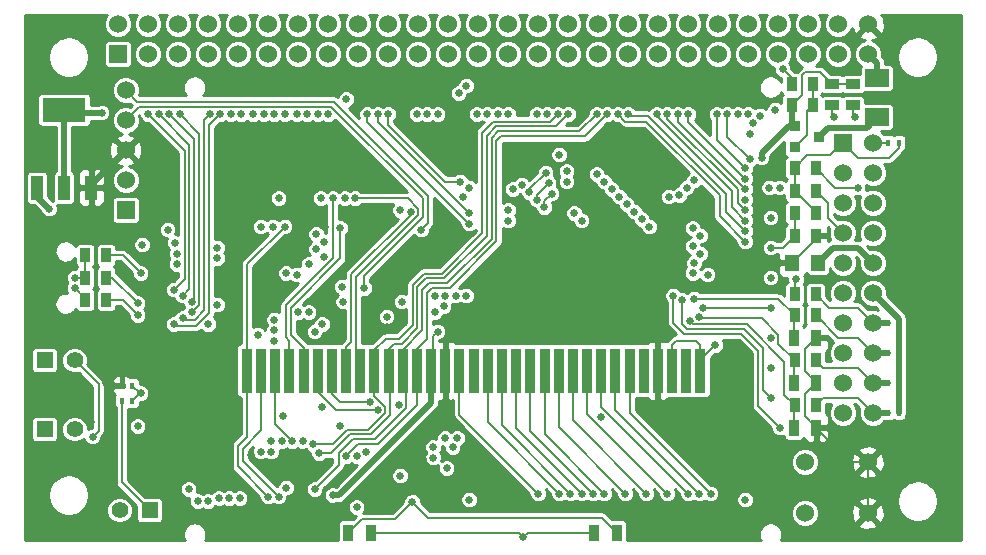
<source format=gbl>
G04 (created by PCBNEW (2013-04-19 BZR 4011)-stable) date 01/07/2013 10:58:15*
%MOIN*%
G04 Gerber Fmt 3.4, Leading zero omitted, Abs format*
%FSLAX34Y34*%
G01*
G70*
G90*
G04 APERTURE LIST*
%ADD10C,2.3622e-006*%
%ADD11R,0.0354X0.15*%
%ADD12R,0.036X0.036*%
%ADD13R,0.045X0.055*%
%ADD14R,0.035X0.045*%
%ADD15R,0.08X0.06*%
%ADD16R,0.035X0.055*%
%ADD17C,0.06*%
%ADD18R,0.06X0.06*%
%ADD19R,0.144X0.08*%
%ADD20R,0.04X0.08*%
%ADD21R,0.055X0.055*%
%ADD22C,0.055*%
%ADD23R,0.045X0.035*%
%ADD24R,0.0157X0.0236*%
%ADD25C,0.025*%
%ADD26C,0.02*%
%ADD27C,0.008*%
%ADD28C,0.01*%
G04 APERTURE END LIST*
G54D10*
G54D11*
X89200Y-53050D03*
X89672Y-53050D03*
X90145Y-53050D03*
X96759Y-53050D03*
X96287Y-53050D03*
X95814Y-53050D03*
X95342Y-53050D03*
X94869Y-53050D03*
X94397Y-53050D03*
X93924Y-53050D03*
X93452Y-53050D03*
X92980Y-53050D03*
X92507Y-53050D03*
X92035Y-53050D03*
X91562Y-53050D03*
X91090Y-53050D03*
X90617Y-53050D03*
X88728Y-53050D03*
X88255Y-53050D03*
X87783Y-53050D03*
X87310Y-53050D03*
X86838Y-53050D03*
X86365Y-53050D03*
X85893Y-53050D03*
X85420Y-53050D03*
X84948Y-53050D03*
X84476Y-53050D03*
X84003Y-53050D03*
X83531Y-53050D03*
X83058Y-53050D03*
X82585Y-53050D03*
X82113Y-53050D03*
X81641Y-53050D03*
G54D12*
X99900Y-44900D03*
X99900Y-45600D03*
X100700Y-45250D03*
G54D13*
X99825Y-49450D03*
X100675Y-49450D03*
G54D14*
X99900Y-46300D03*
X100600Y-46300D03*
X100600Y-47050D03*
X99900Y-47050D03*
X100600Y-48550D03*
X99900Y-48550D03*
X100600Y-47800D03*
X99900Y-47800D03*
X99800Y-43500D03*
X100500Y-43500D03*
X100500Y-44200D03*
X99800Y-44200D03*
G54D15*
X102650Y-44600D03*
X102650Y-43300D03*
G54D16*
X85025Y-58450D03*
X85775Y-58450D03*
X93975Y-58450D03*
X93225Y-58450D03*
X99875Y-54950D03*
X100625Y-54950D03*
X99875Y-53450D03*
X100625Y-53450D03*
X99875Y-51950D03*
X100625Y-51950D03*
G54D17*
X102500Y-45450D03*
X101500Y-46450D03*
G54D18*
X101500Y-45450D03*
G54D17*
X102500Y-46450D03*
X101500Y-47450D03*
X102500Y-47450D03*
X101500Y-48450D03*
X102500Y-48450D03*
X101500Y-49450D03*
X102500Y-49450D03*
X101500Y-50450D03*
X102500Y-50450D03*
X101500Y-51450D03*
X102500Y-51450D03*
X101500Y-52450D03*
X102500Y-52450D03*
X101500Y-53450D03*
X102500Y-53450D03*
X101500Y-54450D03*
X102500Y-54450D03*
G54D14*
X100600Y-54200D03*
X99900Y-54200D03*
X100600Y-52700D03*
X99900Y-52700D03*
X100600Y-51200D03*
X99900Y-51200D03*
X100600Y-50500D03*
X99900Y-50500D03*
X76950Y-50700D03*
X76250Y-50700D03*
X76950Y-49950D03*
X76250Y-49950D03*
X76950Y-49200D03*
X76250Y-49200D03*
G54D17*
X100257Y-56100D03*
X102343Y-56100D03*
G54D19*
X75550Y-44350D03*
G54D20*
X75550Y-46950D03*
X74650Y-46950D03*
X76450Y-46950D03*
G54D21*
X74900Y-55000D03*
G54D22*
X75900Y-55000D03*
G54D21*
X74900Y-52700D03*
G54D22*
X75900Y-52700D03*
G54D21*
X78400Y-57700D03*
G54D22*
X77400Y-57700D03*
G54D18*
X77350Y-42500D03*
G54D17*
X77350Y-41500D03*
X78350Y-42500D03*
X78350Y-41500D03*
X79350Y-42500D03*
X79350Y-41500D03*
X80350Y-42500D03*
X80350Y-41500D03*
X81350Y-42500D03*
X81350Y-41500D03*
X82350Y-42500D03*
X82350Y-41500D03*
X83350Y-42500D03*
X83350Y-41500D03*
X84350Y-42500D03*
X84350Y-41500D03*
X85350Y-42500D03*
X85350Y-41500D03*
X86350Y-42500D03*
X86350Y-41500D03*
X87350Y-42500D03*
X87350Y-41500D03*
X88350Y-42500D03*
X88350Y-41500D03*
X89350Y-42500D03*
X89350Y-41500D03*
X90350Y-42500D03*
X90350Y-41500D03*
X91350Y-42500D03*
X91350Y-41500D03*
X92350Y-42500D03*
X92350Y-41500D03*
X93350Y-42500D03*
X93350Y-41500D03*
X94350Y-42500D03*
X94350Y-41500D03*
X95350Y-42500D03*
X95350Y-41500D03*
X96350Y-42500D03*
X96350Y-41500D03*
X97350Y-42500D03*
X97350Y-41500D03*
X98350Y-42500D03*
X98350Y-41500D03*
X99350Y-42500D03*
X99350Y-41500D03*
X100350Y-42500D03*
X100350Y-41500D03*
X101350Y-42500D03*
X101350Y-41500D03*
X102350Y-42500D03*
X102350Y-41500D03*
G54D23*
X101150Y-44200D03*
X101150Y-43500D03*
X101850Y-43500D03*
X101850Y-44200D03*
G54D17*
X100257Y-57800D03*
X102343Y-57800D03*
G54D18*
X77600Y-47700D03*
G54D17*
X77600Y-46700D03*
X77600Y-45700D03*
X77600Y-44700D03*
X77600Y-43700D03*
G54D24*
X103377Y-54450D03*
X103023Y-54450D03*
X103377Y-53450D03*
X103023Y-53450D03*
X103377Y-52450D03*
X103023Y-52450D03*
X103377Y-51450D03*
X103023Y-51450D03*
X77827Y-53550D03*
X77473Y-53550D03*
X77827Y-54050D03*
X77473Y-54050D03*
X103023Y-45450D03*
X103377Y-45450D03*
G54D25*
X75050Y-47650D03*
X85300Y-57600D03*
X80700Y-57300D03*
X81050Y-57300D03*
X98250Y-57350D03*
X99400Y-54950D03*
X95850Y-50550D03*
X88950Y-50550D03*
X99100Y-53950D03*
X96150Y-50700D03*
X88600Y-50550D03*
X97000Y-49850D03*
X78350Y-44500D03*
X79200Y-50350D03*
X79500Y-50550D03*
X78700Y-44500D03*
X83150Y-55400D03*
X82550Y-44500D03*
X83500Y-55400D03*
X82900Y-44500D03*
X83300Y-44500D03*
X91550Y-47600D03*
X91800Y-47150D03*
X83650Y-44500D03*
X91700Y-46800D03*
X84000Y-44500D03*
X91300Y-47350D03*
X91600Y-46450D03*
X84350Y-44500D03*
X91050Y-47100D03*
X88950Y-43550D03*
X84950Y-44000D03*
X92800Y-48050D03*
X85650Y-44500D03*
X89050Y-48150D03*
X89050Y-47800D03*
X92550Y-47800D03*
X86000Y-44500D03*
X88750Y-46750D03*
X78150Y-48850D03*
X86350Y-44500D03*
X79800Y-50750D03*
X79050Y-44500D03*
X79250Y-48800D03*
X87300Y-44500D03*
X87650Y-44500D03*
X79300Y-49150D03*
X88000Y-44500D03*
X79300Y-49500D03*
X88700Y-43800D03*
X79000Y-48350D03*
X89300Y-44500D03*
X82700Y-47300D03*
X82500Y-48250D03*
X89650Y-44500D03*
X79400Y-44500D03*
X79800Y-51100D03*
X80400Y-44500D03*
X79500Y-51300D03*
X80750Y-44500D03*
X79200Y-51500D03*
X81100Y-44500D03*
X82100Y-55750D03*
X81450Y-44500D03*
X82450Y-55750D03*
X82450Y-55400D03*
X81850Y-44500D03*
X82200Y-44500D03*
X82800Y-55400D03*
X84900Y-47300D03*
X98350Y-44500D03*
X96750Y-49150D03*
X90000Y-44500D03*
X92300Y-46750D03*
X86000Y-54350D03*
X92300Y-46400D03*
X90350Y-44500D03*
X96500Y-48900D03*
X85750Y-54100D03*
X98250Y-48050D03*
X95300Y-44500D03*
X94550Y-47750D03*
X98250Y-47700D03*
X94300Y-47500D03*
X95650Y-44500D03*
X88300Y-56300D03*
X85300Y-55900D03*
X98250Y-47000D03*
X85600Y-55750D03*
X96000Y-44500D03*
X87850Y-55950D03*
X94050Y-47250D03*
X93800Y-47000D03*
X98250Y-46650D03*
X96350Y-44500D03*
X98250Y-46300D03*
X93550Y-46750D03*
X97300Y-44500D03*
X93300Y-46500D03*
X98400Y-46000D03*
X97650Y-44500D03*
X92050Y-45850D03*
X96750Y-48550D03*
X91300Y-44500D03*
X87100Y-47750D03*
X96500Y-48300D03*
X91650Y-44500D03*
X85250Y-47300D03*
X95700Y-47250D03*
X92000Y-44500D03*
X83850Y-55500D03*
X96050Y-47200D03*
X92350Y-44500D03*
X84050Y-55800D03*
X83900Y-57000D03*
X96300Y-46950D03*
X93300Y-44500D03*
X96550Y-46700D03*
X93650Y-44500D03*
X84950Y-55900D03*
X94000Y-44500D03*
X98250Y-48750D03*
X95050Y-48250D03*
X94350Y-44500D03*
X98250Y-48400D03*
X94800Y-48000D03*
X101200Y-44600D03*
X84200Y-48750D03*
X96500Y-49800D03*
X83950Y-49000D03*
X88850Y-47250D03*
X84200Y-49250D03*
X82350Y-57250D03*
X82900Y-48250D03*
X90350Y-48050D03*
X80650Y-48950D03*
X98750Y-44550D03*
X96550Y-49450D03*
X98500Y-44800D03*
X84750Y-48300D03*
X90350Y-47700D03*
X80650Y-49300D03*
X99250Y-44350D03*
X83950Y-48500D03*
X98400Y-45150D03*
X89050Y-46950D03*
X98000Y-44500D03*
X84500Y-47300D03*
X90800Y-46850D03*
X101900Y-44600D03*
X80000Y-57400D03*
X99500Y-43000D03*
X79700Y-57000D03*
X102000Y-46950D03*
X88500Y-55600D03*
X99100Y-49950D03*
X83350Y-51100D03*
X82550Y-51700D03*
X83700Y-49500D03*
X82550Y-51350D03*
X88650Y-55300D03*
X99400Y-46950D03*
X86800Y-50750D03*
X88250Y-55300D03*
X99100Y-51950D03*
X84750Y-54900D03*
X87900Y-50550D03*
X99050Y-46950D03*
X86750Y-47700D03*
X82950Y-49800D03*
X99100Y-47950D03*
X99100Y-52950D03*
X87850Y-55600D03*
X83700Y-51100D03*
X82550Y-52050D03*
X87900Y-51100D03*
X96400Y-51400D03*
X88200Y-50900D03*
X96700Y-51250D03*
X80350Y-57400D03*
X87450Y-48350D03*
X85550Y-50300D03*
X81400Y-57300D03*
X99950Y-50000D03*
X96550Y-50650D03*
X83300Y-49850D03*
X88250Y-50550D03*
X99100Y-50950D03*
X96850Y-50950D03*
X82850Y-54550D03*
X99100Y-48950D03*
X78000Y-51200D03*
X83900Y-51750D03*
X84150Y-51500D03*
X78000Y-50800D03*
X78100Y-49800D03*
X95400Y-51900D03*
X76950Y-53450D03*
X76450Y-54750D03*
X83500Y-57150D03*
X81775Y-55850D03*
X84250Y-48250D03*
X94700Y-58600D03*
X79850Y-55900D03*
X86300Y-51600D03*
X79100Y-55900D03*
X98700Y-47950D03*
X77600Y-51200D03*
X88250Y-53500D03*
X84500Y-50600D03*
X78000Y-54500D03*
X87500Y-56000D03*
X94250Y-57150D03*
X92800Y-57150D03*
X91350Y-57150D03*
X95650Y-57150D03*
X82700Y-57250D03*
X75900Y-49950D03*
X78100Y-53800D03*
X75900Y-50300D03*
X76500Y-55250D03*
X94950Y-57150D03*
X87150Y-57425D03*
X93175Y-57150D03*
X92425Y-57150D03*
X92050Y-57150D03*
X96350Y-57150D03*
X97100Y-57150D03*
X90850Y-58600D03*
X96725Y-57150D03*
X93550Y-57150D03*
X90500Y-47000D03*
X98250Y-47350D03*
X93450Y-54600D03*
X97250Y-52200D03*
X86700Y-54200D03*
X88000Y-51750D03*
X98800Y-45950D03*
X86750Y-56550D03*
X89050Y-57350D03*
X82950Y-56950D03*
X80350Y-51500D03*
X76800Y-44450D03*
X84850Y-50750D03*
X78000Y-54900D03*
X84100Y-47300D03*
X84150Y-54250D03*
X86300Y-51250D03*
X80650Y-50850D03*
X84500Y-57200D03*
X84800Y-50250D03*
X82100Y-48250D03*
X82000Y-51850D03*
G54D26*
X74650Y-47250D02*
X74650Y-46950D01*
X75050Y-47650D02*
X74650Y-47250D01*
G54D27*
X95850Y-50550D02*
X95850Y-51450D01*
X95850Y-51450D02*
X96224Y-51824D01*
X98124Y-51824D02*
X96224Y-51824D01*
X98688Y-52388D02*
X98124Y-51824D01*
X98688Y-54238D02*
X98688Y-52388D01*
X99400Y-54950D02*
X98688Y-54238D01*
X96150Y-50700D02*
X96150Y-51500D01*
X99100Y-53950D02*
X98850Y-53700D01*
X98850Y-53700D02*
X98850Y-52300D01*
X98850Y-52300D02*
X98212Y-51662D01*
X98212Y-51662D02*
X96312Y-51662D01*
X96312Y-51662D02*
X96150Y-51500D01*
X78350Y-44500D02*
X78350Y-44500D01*
X78350Y-44500D02*
X79564Y-45714D01*
X79564Y-49986D02*
X79200Y-50350D01*
X79564Y-45714D02*
X79564Y-49986D01*
X78700Y-44500D02*
X79726Y-45526D01*
X79726Y-45526D02*
X79726Y-50324D01*
X79726Y-50324D02*
X79500Y-50550D01*
X82585Y-53050D02*
X82585Y-54835D01*
X82585Y-54835D02*
X83150Y-55400D01*
X91550Y-47600D02*
X91550Y-47400D01*
X91550Y-47400D02*
X91800Y-47150D01*
X91300Y-47200D02*
X91700Y-46800D01*
X91300Y-47350D02*
X91300Y-47200D01*
X91050Y-47000D02*
X91600Y-46450D01*
X91050Y-47100D02*
X91050Y-47000D01*
X85650Y-44500D02*
X85650Y-44750D01*
X85650Y-44750D02*
X89050Y-48150D01*
X89050Y-47800D02*
X86000Y-44750D01*
X86000Y-44750D02*
X86000Y-44500D01*
X88750Y-46750D02*
X88250Y-46750D01*
X86350Y-44850D02*
X86350Y-44500D01*
X88250Y-46750D02*
X86350Y-44850D01*
X79050Y-44500D02*
X79888Y-45338D01*
X79888Y-50662D02*
X79800Y-50750D01*
X79888Y-45338D02*
X79888Y-50662D01*
X79400Y-44500D02*
X80050Y-45150D01*
X80050Y-45150D02*
X80050Y-50850D01*
X79800Y-51100D02*
X80050Y-50850D01*
X80212Y-44688D02*
X80400Y-44500D01*
X80212Y-51038D02*
X80212Y-44688D01*
X79550Y-51350D02*
X79900Y-51350D01*
X79500Y-51300D02*
X79550Y-51350D01*
X79900Y-51350D02*
X80212Y-51038D01*
X79950Y-51550D02*
X80374Y-51126D01*
X80374Y-44876D02*
X80750Y-44500D01*
X80374Y-51126D02*
X80374Y-44876D01*
X79250Y-51550D02*
X79950Y-51550D01*
X79200Y-51500D02*
X79250Y-51550D01*
X84600Y-54350D02*
X84003Y-53753D01*
X86000Y-54350D02*
X84600Y-54350D01*
X84003Y-53753D02*
X84003Y-53050D01*
X84750Y-54100D02*
X84476Y-53826D01*
X85750Y-54100D02*
X84750Y-54100D01*
X84476Y-53826D02*
X84476Y-53050D01*
X97800Y-47050D02*
X95300Y-44550D01*
X95300Y-44550D02*
X95300Y-44500D01*
X97800Y-47600D02*
X97800Y-47050D01*
X98250Y-48050D02*
X97800Y-47600D01*
X95300Y-44500D02*
X95300Y-44500D01*
X98000Y-47000D02*
X95650Y-44650D01*
X95650Y-44650D02*
X95650Y-44500D01*
X98250Y-47700D02*
X98000Y-47450D01*
X98000Y-47450D02*
X98000Y-47000D01*
X98250Y-47000D02*
X96000Y-44750D01*
X96000Y-44750D02*
X96000Y-44500D01*
X98250Y-46650D02*
X96350Y-44750D01*
X96350Y-44750D02*
X96350Y-44500D01*
X98250Y-46300D02*
X97300Y-45350D01*
X97300Y-45350D02*
X97300Y-44500D01*
X97650Y-45250D02*
X97650Y-44500D01*
X98400Y-46000D02*
X97650Y-45250D01*
X85108Y-49842D02*
X85108Y-52092D01*
X87100Y-47750D02*
X87100Y-47850D01*
X87100Y-47850D02*
X85108Y-49842D01*
X84948Y-52252D02*
X84948Y-53050D01*
X85108Y-52092D02*
X84948Y-52252D01*
X87350Y-47850D02*
X85270Y-49930D01*
X87000Y-47300D02*
X87350Y-47650D01*
X85270Y-52900D02*
X85270Y-49930D01*
X87350Y-47650D02*
X87350Y-47850D01*
X85250Y-47300D02*
X87000Y-47300D01*
X85420Y-53050D02*
X85270Y-52900D01*
X85893Y-53050D02*
X85893Y-52357D01*
X87164Y-50186D02*
X87536Y-49814D01*
X85893Y-52357D02*
X86262Y-51988D01*
X89474Y-48476D02*
X88136Y-49814D01*
X89850Y-44750D02*
X89474Y-45126D01*
X87536Y-49814D02*
X88136Y-49814D01*
X84500Y-55500D02*
X84986Y-55014D01*
X92000Y-44500D02*
X91750Y-44750D01*
X83850Y-55500D02*
X84500Y-55500D01*
X85893Y-53893D02*
X86250Y-54250D01*
X87164Y-51536D02*
X87164Y-50186D01*
X86712Y-51988D02*
X87164Y-51536D01*
X86250Y-54450D02*
X85686Y-55014D01*
X85893Y-53050D02*
X85893Y-53893D01*
X84986Y-55014D02*
X85686Y-55014D01*
X86262Y-51988D02*
X86712Y-51988D01*
X86250Y-54250D02*
X86250Y-54450D01*
X91750Y-44750D02*
X89850Y-44750D01*
X89474Y-45126D02*
X89474Y-48476D01*
X89636Y-48564D02*
X88224Y-49976D01*
X92350Y-44500D02*
X91938Y-44912D01*
X91938Y-44912D02*
X89938Y-44912D01*
X89636Y-45214D02*
X89636Y-48564D01*
X89938Y-44912D02*
X89636Y-45214D01*
X87624Y-49976D02*
X88224Y-49976D01*
X87326Y-50274D02*
X87624Y-49976D01*
X87326Y-51624D02*
X87326Y-50274D01*
X86800Y-52150D02*
X87326Y-51624D01*
X86550Y-52150D02*
X86800Y-52150D01*
X86412Y-53097D02*
X86412Y-54538D01*
X86412Y-54538D02*
X85774Y-55176D01*
X86365Y-53050D02*
X86365Y-52335D01*
X85074Y-55176D02*
X85774Y-55176D01*
X86365Y-53050D02*
X86412Y-53097D01*
X84450Y-55800D02*
X85074Y-55176D01*
X84050Y-55800D02*
X84450Y-55800D01*
X86365Y-52335D02*
X86550Y-52150D01*
X84700Y-56200D02*
X84700Y-55800D01*
X83900Y-57000D02*
X84700Y-56200D01*
X93300Y-44500D02*
X92726Y-45074D01*
X92726Y-45074D02*
X90026Y-45074D01*
X89798Y-45302D02*
X89798Y-48652D01*
X93300Y-44500D02*
X93300Y-44500D01*
X90026Y-45074D02*
X89798Y-45302D01*
X89798Y-48652D02*
X88312Y-50138D01*
X87712Y-50138D02*
X88312Y-50138D01*
X87488Y-50362D02*
X87712Y-50138D01*
X87488Y-51712D02*
X87488Y-50362D01*
X86838Y-52362D02*
X87488Y-51712D01*
X84700Y-55800D02*
X85162Y-55338D01*
X86950Y-54300D02*
X85912Y-55338D01*
X85162Y-55338D02*
X85912Y-55338D01*
X86950Y-53162D02*
X86950Y-54300D01*
X86838Y-53050D02*
X86950Y-53162D01*
X86838Y-53050D02*
X86838Y-52362D01*
X93650Y-44500D02*
X92914Y-45236D01*
X89960Y-45390D02*
X89960Y-48740D01*
X92914Y-45236D02*
X90114Y-45236D01*
X90114Y-45236D02*
X89960Y-45390D01*
X89960Y-48740D02*
X88400Y-50300D01*
X87800Y-50300D02*
X88400Y-50300D01*
X87650Y-50450D02*
X87800Y-50300D01*
X87650Y-52000D02*
X87650Y-50450D01*
X86000Y-55500D02*
X85350Y-55500D01*
X85350Y-55500D02*
X84950Y-55900D01*
X87310Y-54190D02*
X86000Y-55500D01*
X87310Y-52340D02*
X87650Y-52000D01*
X87310Y-53050D02*
X87310Y-54190D01*
X87310Y-53050D02*
X87310Y-52340D01*
X94250Y-44750D02*
X94950Y-44750D01*
X98250Y-48750D02*
X97400Y-47900D01*
X97400Y-47900D02*
X97400Y-47200D01*
X97400Y-47200D02*
X94950Y-44750D01*
X94000Y-44500D02*
X94250Y-44750D01*
X97600Y-47150D02*
X95000Y-44550D01*
X97600Y-47750D02*
X97600Y-47150D01*
X98250Y-48400D02*
X97600Y-47750D01*
X94400Y-44550D02*
X95000Y-44550D01*
X94350Y-44500D02*
X94400Y-44550D01*
X101150Y-44200D02*
X101150Y-44550D01*
X101150Y-44550D02*
X101200Y-44600D01*
X81641Y-53050D02*
X81641Y-55259D01*
X81339Y-56239D02*
X82350Y-57250D01*
X81339Y-55560D02*
X81339Y-56239D01*
X81641Y-55259D02*
X81339Y-55560D01*
X81641Y-49509D02*
X81641Y-53050D01*
X82900Y-48250D02*
X81641Y-49509D01*
X83100Y-50950D02*
X83100Y-51850D01*
X84750Y-48300D02*
X84750Y-49300D01*
X83531Y-52281D02*
X83531Y-53050D01*
X84750Y-49300D02*
X83100Y-50950D01*
X83100Y-51850D02*
X83531Y-52281D01*
X82975Y-52967D02*
X83058Y-53050D01*
X82938Y-50862D02*
X82938Y-51938D01*
X84500Y-49300D02*
X82938Y-50862D01*
X83058Y-52058D02*
X83058Y-53050D01*
X82938Y-51938D02*
X83058Y-52058D01*
X84500Y-47300D02*
X84500Y-49300D01*
X101850Y-44200D02*
X101850Y-44550D01*
X101850Y-44550D02*
X101900Y-44600D01*
X99800Y-43300D02*
X99500Y-43000D01*
X99800Y-43500D02*
X99800Y-43300D01*
G54D26*
X102500Y-51450D02*
X103023Y-51450D01*
G54D27*
X102000Y-50950D02*
X102500Y-51450D01*
X101050Y-50950D02*
X102000Y-50950D01*
X100600Y-50500D02*
X101050Y-50950D01*
G54D26*
X103377Y-53450D02*
X103377Y-54450D01*
X103377Y-52450D02*
X103377Y-53450D01*
X103377Y-51450D02*
X103377Y-52450D01*
X102500Y-50450D02*
X103377Y-51327D01*
X103377Y-51327D02*
X103377Y-51450D01*
X100675Y-49450D02*
X101175Y-48950D01*
X101175Y-48950D02*
X102000Y-48950D01*
X102000Y-48950D02*
X102500Y-49450D01*
X102500Y-52450D02*
X103023Y-52450D01*
G54D27*
X100600Y-51200D02*
X101350Y-51950D01*
X102000Y-51950D02*
X102500Y-52450D01*
X101350Y-51950D02*
X102000Y-51950D01*
G54D26*
X102500Y-54450D02*
X103023Y-54450D01*
G54D27*
X102500Y-54450D02*
X102000Y-53950D01*
X102000Y-53950D02*
X100850Y-53950D01*
X100850Y-53950D02*
X100600Y-54200D01*
G54D26*
X102500Y-53450D02*
X103023Y-53450D01*
G54D27*
X102500Y-53450D02*
X102000Y-52950D01*
X100850Y-52950D02*
X100600Y-52700D01*
X102000Y-52950D02*
X100850Y-52950D01*
X100600Y-46300D02*
X101250Y-46950D01*
X101250Y-46950D02*
X102000Y-46950D01*
X101000Y-47950D02*
X101500Y-48450D01*
X101000Y-47450D02*
X101000Y-47950D01*
X100600Y-47050D02*
X101000Y-47450D01*
X102500Y-45450D02*
X103023Y-45450D01*
G54D26*
X102650Y-43300D02*
X102650Y-42800D01*
X102650Y-42800D02*
X102350Y-42500D01*
G54D27*
X101500Y-45450D02*
X102000Y-45950D01*
X103377Y-45623D02*
X103377Y-45450D01*
X103050Y-45950D02*
X103377Y-45623D01*
X102000Y-45950D02*
X103050Y-45950D01*
X100600Y-47750D02*
X100600Y-47800D01*
X99900Y-46300D02*
X100325Y-45875D01*
X101075Y-45875D02*
X101500Y-45450D01*
X99900Y-46300D02*
X99900Y-47050D01*
X100325Y-45875D02*
X101075Y-45875D01*
X99900Y-47050D02*
X100600Y-47750D01*
X98300Y-51500D02*
X99550Y-52750D01*
X96500Y-51500D02*
X98300Y-51500D01*
X99550Y-53850D02*
X99550Y-52750D01*
X99550Y-53850D02*
X99900Y-54200D01*
X96400Y-51400D02*
X96500Y-51500D01*
X99900Y-54200D02*
X99875Y-54225D01*
X99875Y-54225D02*
X99875Y-54950D01*
X99350Y-52150D02*
X99350Y-51850D01*
X96750Y-51300D02*
X96700Y-51250D01*
X99350Y-52150D02*
X99900Y-52700D01*
X99350Y-51850D02*
X98800Y-51300D01*
X98800Y-51300D02*
X96750Y-51300D01*
X99875Y-52725D02*
X99875Y-53450D01*
X99900Y-52700D02*
X99875Y-52725D01*
X84538Y-44088D02*
X77988Y-44088D01*
X87450Y-48350D02*
X87674Y-48126D01*
X87674Y-48126D02*
X87674Y-47224D01*
X77988Y-44088D02*
X77600Y-43700D01*
X87674Y-47224D02*
X84538Y-44088D01*
X84450Y-44250D02*
X78050Y-44250D01*
X87512Y-47938D02*
X87512Y-47312D01*
X85550Y-49900D02*
X87512Y-47938D01*
X87512Y-47312D02*
X84450Y-44250D01*
X85550Y-50300D02*
X85550Y-49900D01*
X78050Y-44250D02*
X77600Y-44700D01*
X99900Y-50050D02*
X99950Y-50000D01*
X99900Y-50500D02*
X99900Y-50050D01*
X99350Y-50650D02*
X99900Y-51200D01*
X99350Y-50650D02*
X96550Y-50650D01*
X99900Y-51200D02*
X99875Y-51225D01*
X99875Y-51225D02*
X99875Y-51950D01*
X96850Y-50950D02*
X99100Y-50950D01*
X99900Y-47800D02*
X99900Y-48550D01*
X99500Y-48950D02*
X99100Y-48950D01*
X99900Y-48550D02*
X99500Y-48950D01*
X76950Y-50700D02*
X77500Y-50700D01*
X77500Y-50700D02*
X78000Y-51200D01*
X76950Y-49950D02*
X77150Y-49950D01*
X77150Y-49950D02*
X78000Y-50800D01*
X78100Y-49800D02*
X77500Y-49200D01*
X77500Y-49200D02*
X76950Y-49200D01*
X84250Y-48250D02*
X83800Y-47800D01*
X81100Y-51400D02*
X78000Y-54500D01*
X81100Y-48450D02*
X81100Y-51400D01*
X81750Y-47800D02*
X81100Y-48450D01*
X83800Y-47800D02*
X81750Y-47800D01*
X95342Y-51958D02*
X95342Y-53050D01*
X95400Y-51900D02*
X95342Y-51958D01*
X77473Y-53550D02*
X77050Y-53550D01*
X77050Y-53550D02*
X76950Y-53450D01*
X100250Y-53825D02*
X100250Y-54575D01*
X87500Y-56000D02*
X87500Y-54800D01*
X87500Y-54800D02*
X88255Y-54045D01*
X88255Y-54045D02*
X88255Y-53050D01*
X100250Y-53075D02*
X100625Y-53450D01*
X88400Y-52050D02*
X88255Y-52195D01*
X99825Y-49450D02*
X100600Y-48675D01*
X101775Y-56100D02*
X102343Y-56100D01*
X88255Y-52195D02*
X88255Y-53050D01*
X100625Y-53450D02*
X100250Y-53825D01*
X98700Y-49000D02*
X98700Y-47950D01*
X88250Y-53500D02*
X88255Y-53495D01*
X95342Y-53050D02*
X95342Y-52192D01*
X100625Y-51950D02*
X100250Y-52325D01*
X95200Y-52050D02*
X88400Y-52050D01*
X100625Y-54950D02*
X101775Y-56100D01*
G54D26*
X76450Y-46850D02*
X77600Y-45700D01*
X76450Y-46950D02*
X76450Y-46850D01*
G54D27*
X100250Y-52325D02*
X100250Y-53075D01*
X99150Y-49450D02*
X99825Y-49450D01*
X88255Y-53495D02*
X88255Y-53050D01*
X95342Y-52192D02*
X95200Y-52050D01*
X102343Y-57800D02*
X102343Y-56100D01*
X99150Y-49450D02*
X98700Y-49000D01*
X100600Y-48675D02*
X100600Y-48550D01*
X100250Y-54575D02*
X100625Y-54950D01*
X92035Y-53050D02*
X92035Y-54935D01*
X92035Y-54935D02*
X94250Y-57150D01*
X90617Y-53050D02*
X90617Y-54967D01*
X90617Y-54967D02*
X92800Y-57150D01*
X88728Y-54528D02*
X91350Y-57150D01*
X88728Y-53050D02*
X88728Y-54528D01*
X92980Y-53050D02*
X92980Y-54480D01*
X92980Y-54480D02*
X95650Y-57150D01*
X82113Y-53050D02*
X82113Y-55037D01*
X81500Y-56050D02*
X82700Y-57250D01*
X81500Y-55650D02*
X81500Y-56050D01*
X82113Y-55037D02*
X81500Y-55650D01*
X75900Y-49950D02*
X76250Y-49950D01*
X76250Y-49200D02*
X76250Y-49950D01*
X78100Y-53800D02*
X78077Y-53800D01*
X78077Y-53800D02*
X77827Y-54050D01*
X78077Y-53800D02*
X77827Y-53550D01*
X75900Y-50300D02*
X76250Y-50650D01*
X76250Y-50650D02*
X76250Y-50700D01*
X100300Y-45200D02*
X100300Y-44400D01*
X100300Y-44400D02*
X100500Y-44200D01*
X99900Y-45600D02*
X100300Y-45200D01*
X100500Y-43500D02*
X100500Y-44200D01*
G54D26*
X102300Y-44950D02*
X102650Y-44600D01*
X101000Y-44950D02*
X102300Y-44950D01*
X100700Y-45250D02*
X101000Y-44950D01*
G54D27*
X75900Y-52700D02*
X76700Y-53500D01*
X76700Y-53500D02*
X76700Y-55050D01*
X76700Y-55050D02*
X76500Y-55250D01*
X92507Y-53050D02*
X92507Y-54707D01*
X92507Y-54707D02*
X94950Y-57150D01*
X86575Y-58000D02*
X87150Y-57425D01*
X85475Y-58000D02*
X86575Y-58000D01*
X85025Y-58450D02*
X85475Y-58000D01*
X93475Y-57950D02*
X87675Y-57950D01*
X87675Y-57950D02*
X87150Y-57425D01*
X93975Y-58450D02*
X93475Y-57950D01*
X91090Y-53050D02*
X91090Y-55065D01*
X91090Y-55065D02*
X93175Y-57150D01*
X90145Y-54870D02*
X92425Y-57150D01*
X90145Y-53050D02*
X90145Y-54870D01*
X89672Y-54772D02*
X92050Y-57150D01*
X89672Y-53050D02*
X89672Y-54772D01*
X93452Y-54252D02*
X96350Y-57150D01*
X93452Y-53050D02*
X93452Y-54252D01*
X94397Y-53050D02*
X94397Y-54447D01*
X94397Y-54447D02*
X97100Y-57150D01*
X93225Y-58450D02*
X91000Y-58450D01*
X91000Y-58450D02*
X90850Y-58600D01*
X85775Y-58450D02*
X90700Y-58450D01*
X90700Y-58450D02*
X90850Y-58600D01*
X93924Y-54349D02*
X96725Y-57150D01*
X93924Y-53050D02*
X93924Y-54349D01*
X91562Y-55162D02*
X93550Y-57150D01*
X91562Y-53050D02*
X91562Y-55162D01*
X88000Y-51750D02*
X87850Y-51900D01*
G54D26*
X98800Y-45950D02*
X98800Y-45800D01*
X98800Y-45800D02*
X99700Y-44900D01*
G54D27*
X87850Y-52983D02*
X87783Y-53050D01*
X87850Y-51900D02*
X87850Y-52983D01*
X77473Y-54050D02*
X77473Y-56773D01*
X77473Y-56773D02*
X78400Y-57700D01*
G54D26*
X99700Y-44900D02*
X99900Y-44900D01*
G54D27*
X100150Y-43200D02*
X100150Y-43850D01*
X96759Y-52691D02*
X96759Y-53050D01*
X87783Y-53233D02*
X87783Y-53050D01*
X87850Y-53300D02*
X87783Y-53233D01*
G54D26*
X87783Y-54117D02*
X84700Y-57200D01*
X87783Y-53050D02*
X87783Y-54117D01*
X84700Y-57200D02*
X84500Y-57200D01*
G54D27*
X100150Y-43850D02*
X99800Y-44200D01*
X95814Y-53050D02*
X95814Y-52186D01*
G54D26*
X99700Y-44900D02*
X99900Y-44900D01*
G54D27*
X100250Y-43100D02*
X100150Y-43200D01*
X95950Y-52050D02*
X96600Y-52050D01*
X87783Y-53050D02*
X87812Y-53021D01*
X101150Y-43500D02*
X100750Y-43100D01*
X97250Y-52200D02*
X96759Y-52691D01*
X100750Y-43100D02*
X100250Y-43100D01*
X95814Y-52186D02*
X95950Y-52050D01*
G54D26*
X76800Y-44450D02*
X75650Y-44450D01*
G54D27*
X96600Y-52050D02*
X96759Y-52209D01*
X96759Y-52209D02*
X96759Y-53050D01*
G54D26*
X99800Y-44200D02*
X99800Y-44800D01*
X99800Y-44800D02*
X99900Y-44900D01*
G54D27*
X101850Y-43500D02*
X101150Y-43500D01*
G54D26*
X75650Y-44450D02*
X75550Y-44350D01*
X75550Y-46950D02*
X75550Y-44350D01*
G54D10*
G36*
X86667Y-47985D02*
X84959Y-49693D01*
X84913Y-49761D01*
X84898Y-49842D01*
X84898Y-49971D01*
X84858Y-49955D01*
X84741Y-49954D01*
X84633Y-49999D01*
X84550Y-50082D01*
X84505Y-50191D01*
X84504Y-50308D01*
X84549Y-50416D01*
X84632Y-50499D01*
X84668Y-50514D01*
X84600Y-50582D01*
X84555Y-50691D01*
X84554Y-50808D01*
X84599Y-50916D01*
X84682Y-50999D01*
X84791Y-51044D01*
X84898Y-51045D01*
X84898Y-52005D01*
X84799Y-52103D01*
X84781Y-52129D01*
X84737Y-52129D01*
X84712Y-52140D01*
X84686Y-52130D01*
X84619Y-52129D01*
X84445Y-52129D01*
X84445Y-51441D01*
X84400Y-51333D01*
X84317Y-51250D01*
X84208Y-51205D01*
X84091Y-51204D01*
X83983Y-51249D01*
X83900Y-51332D01*
X83855Y-51441D01*
X83855Y-51454D01*
X83841Y-51454D01*
X83733Y-51499D01*
X83650Y-51582D01*
X83605Y-51691D01*
X83604Y-51808D01*
X83649Y-51916D01*
X83732Y-51999D01*
X83841Y-52044D01*
X83958Y-52045D01*
X84066Y-52000D01*
X84149Y-51917D01*
X84194Y-51808D01*
X84194Y-51795D01*
X84208Y-51795D01*
X84316Y-51750D01*
X84399Y-51667D01*
X84444Y-51558D01*
X84445Y-51441D01*
X84445Y-52129D01*
X84265Y-52129D01*
X84239Y-52140D01*
X84213Y-52130D01*
X84146Y-52129D01*
X83792Y-52129D01*
X83767Y-52140D01*
X83741Y-52130D01*
X83676Y-52129D01*
X83310Y-51763D01*
X83310Y-51394D01*
X83408Y-51395D01*
X83516Y-51350D01*
X83524Y-51342D01*
X83532Y-51349D01*
X83641Y-51394D01*
X83758Y-51395D01*
X83866Y-51350D01*
X83949Y-51267D01*
X83994Y-51158D01*
X83995Y-51041D01*
X83950Y-50933D01*
X83867Y-50850D01*
X83758Y-50805D01*
X83641Y-50804D01*
X83533Y-50849D01*
X83525Y-50857D01*
X83517Y-50850D01*
X83502Y-50844D01*
X84898Y-49448D01*
X84944Y-49380D01*
X84960Y-49300D01*
X84960Y-48507D01*
X84999Y-48467D01*
X85044Y-48358D01*
X85045Y-48241D01*
X85000Y-48133D01*
X84917Y-48050D01*
X84808Y-48005D01*
X84710Y-48004D01*
X84710Y-47527D01*
X84732Y-47549D01*
X84841Y-47594D01*
X84958Y-47595D01*
X85066Y-47550D01*
X85074Y-47542D01*
X85082Y-47549D01*
X85191Y-47594D01*
X85308Y-47595D01*
X85416Y-47550D01*
X85457Y-47510D01*
X86522Y-47510D01*
X86500Y-47532D01*
X86455Y-47641D01*
X86454Y-47758D01*
X86499Y-47866D01*
X86582Y-47949D01*
X86667Y-47985D01*
X86667Y-47985D01*
G37*
G54D28*
X86667Y-47985D02*
X84959Y-49693D01*
X84913Y-49761D01*
X84898Y-49842D01*
X84898Y-49971D01*
X84858Y-49955D01*
X84741Y-49954D01*
X84633Y-49999D01*
X84550Y-50082D01*
X84505Y-50191D01*
X84504Y-50308D01*
X84549Y-50416D01*
X84632Y-50499D01*
X84668Y-50514D01*
X84600Y-50582D01*
X84555Y-50691D01*
X84554Y-50808D01*
X84599Y-50916D01*
X84682Y-50999D01*
X84791Y-51044D01*
X84898Y-51045D01*
X84898Y-52005D01*
X84799Y-52103D01*
X84781Y-52129D01*
X84737Y-52129D01*
X84712Y-52140D01*
X84686Y-52130D01*
X84619Y-52129D01*
X84445Y-52129D01*
X84445Y-51441D01*
X84400Y-51333D01*
X84317Y-51250D01*
X84208Y-51205D01*
X84091Y-51204D01*
X83983Y-51249D01*
X83900Y-51332D01*
X83855Y-51441D01*
X83855Y-51454D01*
X83841Y-51454D01*
X83733Y-51499D01*
X83650Y-51582D01*
X83605Y-51691D01*
X83604Y-51808D01*
X83649Y-51916D01*
X83732Y-51999D01*
X83841Y-52044D01*
X83958Y-52045D01*
X84066Y-52000D01*
X84149Y-51917D01*
X84194Y-51808D01*
X84194Y-51795D01*
X84208Y-51795D01*
X84316Y-51750D01*
X84399Y-51667D01*
X84444Y-51558D01*
X84445Y-51441D01*
X84445Y-52129D01*
X84265Y-52129D01*
X84239Y-52140D01*
X84213Y-52130D01*
X84146Y-52129D01*
X83792Y-52129D01*
X83767Y-52140D01*
X83741Y-52130D01*
X83676Y-52129D01*
X83310Y-51763D01*
X83310Y-51394D01*
X83408Y-51395D01*
X83516Y-51350D01*
X83524Y-51342D01*
X83532Y-51349D01*
X83641Y-51394D01*
X83758Y-51395D01*
X83866Y-51350D01*
X83949Y-51267D01*
X83994Y-51158D01*
X83995Y-51041D01*
X83950Y-50933D01*
X83867Y-50850D01*
X83758Y-50805D01*
X83641Y-50804D01*
X83533Y-50849D01*
X83525Y-50857D01*
X83517Y-50850D01*
X83502Y-50844D01*
X84898Y-49448D01*
X84944Y-49380D01*
X84960Y-49300D01*
X84960Y-48507D01*
X84999Y-48467D01*
X85044Y-48358D01*
X85045Y-48241D01*
X85000Y-48133D01*
X84917Y-48050D01*
X84808Y-48005D01*
X84710Y-48004D01*
X84710Y-47527D01*
X84732Y-47549D01*
X84841Y-47594D01*
X84958Y-47595D01*
X85066Y-47550D01*
X85074Y-47542D01*
X85082Y-47549D01*
X85191Y-47594D01*
X85308Y-47595D01*
X85416Y-47550D01*
X85457Y-47510D01*
X86522Y-47510D01*
X86500Y-47532D01*
X86455Y-47641D01*
X86454Y-47758D01*
X86499Y-47866D01*
X86582Y-47949D01*
X86667Y-47985D01*
G54D10*
G36*
X89264Y-48389D02*
X88049Y-49604D01*
X87536Y-49604D01*
X87455Y-49619D01*
X87387Y-49665D01*
X87015Y-50037D01*
X86969Y-50105D01*
X86954Y-50186D01*
X86954Y-50494D01*
X86858Y-50455D01*
X86741Y-50454D01*
X86633Y-50499D01*
X86550Y-50582D01*
X86505Y-50691D01*
X86504Y-50808D01*
X86549Y-50916D01*
X86632Y-50999D01*
X86741Y-51044D01*
X86858Y-51045D01*
X86954Y-51005D01*
X86954Y-51449D01*
X86625Y-51778D01*
X86595Y-51778D01*
X86595Y-51191D01*
X86550Y-51083D01*
X86467Y-51000D01*
X86358Y-50955D01*
X86241Y-50954D01*
X86133Y-50999D01*
X86050Y-51082D01*
X86005Y-51191D01*
X86004Y-51308D01*
X86049Y-51416D01*
X86132Y-51499D01*
X86241Y-51544D01*
X86358Y-51545D01*
X86466Y-51500D01*
X86549Y-51417D01*
X86594Y-51308D01*
X86595Y-51191D01*
X86595Y-51778D01*
X86262Y-51778D01*
X86261Y-51778D01*
X86246Y-51781D01*
X86181Y-51793D01*
X86113Y-51839D01*
X86113Y-51839D01*
X85823Y-52129D01*
X85682Y-52129D01*
X85656Y-52140D01*
X85630Y-52130D01*
X85563Y-52129D01*
X85480Y-52129D01*
X85480Y-50590D01*
X85491Y-50594D01*
X85608Y-50595D01*
X85716Y-50550D01*
X85799Y-50467D01*
X85844Y-50358D01*
X85845Y-50241D01*
X85800Y-50133D01*
X85760Y-50092D01*
X85760Y-49986D01*
X87214Y-48532D01*
X87282Y-48599D01*
X87391Y-48644D01*
X87508Y-48645D01*
X87616Y-48600D01*
X87699Y-48517D01*
X87744Y-48408D01*
X87744Y-48351D01*
X87822Y-48274D01*
X87822Y-48274D01*
X87822Y-48274D01*
X87868Y-48206D01*
X87868Y-48206D01*
X87880Y-48141D01*
X87884Y-48126D01*
X87883Y-48126D01*
X87884Y-48126D01*
X87884Y-47280D01*
X88754Y-48151D01*
X88754Y-48208D01*
X88799Y-48316D01*
X88882Y-48399D01*
X88991Y-48444D01*
X89108Y-48445D01*
X89216Y-48400D01*
X89264Y-48353D01*
X89264Y-48389D01*
X89264Y-48389D01*
G37*
G54D28*
X89264Y-48389D02*
X88049Y-49604D01*
X87536Y-49604D01*
X87455Y-49619D01*
X87387Y-49665D01*
X87015Y-50037D01*
X86969Y-50105D01*
X86954Y-50186D01*
X86954Y-50494D01*
X86858Y-50455D01*
X86741Y-50454D01*
X86633Y-50499D01*
X86550Y-50582D01*
X86505Y-50691D01*
X86504Y-50808D01*
X86549Y-50916D01*
X86632Y-50999D01*
X86741Y-51044D01*
X86858Y-51045D01*
X86954Y-51005D01*
X86954Y-51449D01*
X86625Y-51778D01*
X86595Y-51778D01*
X86595Y-51191D01*
X86550Y-51083D01*
X86467Y-51000D01*
X86358Y-50955D01*
X86241Y-50954D01*
X86133Y-50999D01*
X86050Y-51082D01*
X86005Y-51191D01*
X86004Y-51308D01*
X86049Y-51416D01*
X86132Y-51499D01*
X86241Y-51544D01*
X86358Y-51545D01*
X86466Y-51500D01*
X86549Y-51417D01*
X86594Y-51308D01*
X86595Y-51191D01*
X86595Y-51778D01*
X86262Y-51778D01*
X86261Y-51778D01*
X86246Y-51781D01*
X86181Y-51793D01*
X86113Y-51839D01*
X86113Y-51839D01*
X85823Y-52129D01*
X85682Y-52129D01*
X85656Y-52140D01*
X85630Y-52130D01*
X85563Y-52129D01*
X85480Y-52129D01*
X85480Y-50590D01*
X85491Y-50594D01*
X85608Y-50595D01*
X85716Y-50550D01*
X85799Y-50467D01*
X85844Y-50358D01*
X85845Y-50241D01*
X85800Y-50133D01*
X85760Y-50092D01*
X85760Y-49986D01*
X87214Y-48532D01*
X87282Y-48599D01*
X87391Y-48644D01*
X87508Y-48645D01*
X87616Y-48600D01*
X87699Y-48517D01*
X87744Y-48408D01*
X87744Y-48351D01*
X87822Y-48274D01*
X87822Y-48274D01*
X87822Y-48274D01*
X87868Y-48206D01*
X87868Y-48206D01*
X87880Y-48141D01*
X87884Y-48126D01*
X87883Y-48126D01*
X87884Y-48126D01*
X87884Y-47280D01*
X88754Y-48151D01*
X88754Y-48208D01*
X88799Y-48316D01*
X88882Y-48399D01*
X88991Y-48444D01*
X89108Y-48445D01*
X89216Y-48400D01*
X89264Y-48353D01*
X89264Y-48389D01*
G54D10*
G36*
X100682Y-53500D02*
X100675Y-53500D01*
X100675Y-53507D01*
X100575Y-53507D01*
X100575Y-53500D01*
X100567Y-53500D01*
X100567Y-53400D01*
X100575Y-53400D01*
X100575Y-53392D01*
X100675Y-53392D01*
X100675Y-53400D01*
X100682Y-53400D01*
X100682Y-53500D01*
X100682Y-53500D01*
G37*
G54D28*
X100682Y-53500D02*
X100675Y-53500D01*
X100675Y-53507D01*
X100575Y-53507D01*
X100575Y-53500D01*
X100567Y-53500D01*
X100567Y-53400D01*
X100575Y-53400D01*
X100575Y-53392D01*
X100675Y-53392D01*
X100675Y-53400D01*
X100682Y-53400D01*
X100682Y-53500D01*
G54D10*
G36*
X101093Y-48696D02*
X101071Y-48700D01*
X101025Y-48731D01*
X101025Y-48725D01*
X101025Y-48662D01*
X100962Y-48600D01*
X100650Y-48600D01*
X100650Y-48607D01*
X100550Y-48607D01*
X100550Y-48600D01*
X100542Y-48600D01*
X100542Y-48500D01*
X100550Y-48500D01*
X100550Y-48492D01*
X100650Y-48492D01*
X100650Y-48500D01*
X100962Y-48500D01*
X101025Y-48437D01*
X101025Y-48374D01*
X101024Y-48275D01*
X101022Y-48269D01*
X101053Y-48300D01*
X101030Y-48356D01*
X101029Y-48543D01*
X101093Y-48696D01*
X101093Y-48696D01*
G37*
G54D28*
X101093Y-48696D02*
X101071Y-48700D01*
X101025Y-48731D01*
X101025Y-48725D01*
X101025Y-48662D01*
X100962Y-48600D01*
X100650Y-48600D01*
X100650Y-48607D01*
X100550Y-48607D01*
X100550Y-48600D01*
X100542Y-48600D01*
X100542Y-48500D01*
X100550Y-48500D01*
X100550Y-48492D01*
X100650Y-48492D01*
X100650Y-48500D01*
X100962Y-48500D01*
X101025Y-48437D01*
X101025Y-48374D01*
X101024Y-48275D01*
X101022Y-48269D01*
X101053Y-48300D01*
X101030Y-48356D01*
X101029Y-48543D01*
X101093Y-48696D01*
G54D10*
G36*
X101194Y-52091D02*
X101101Y-52183D01*
X101030Y-52356D01*
X101029Y-52543D01*
X101101Y-52715D01*
X101125Y-52740D01*
X100945Y-52740D01*
X100945Y-52441D01*
X100942Y-52435D01*
X101011Y-52366D01*
X101049Y-52274D01*
X101050Y-52175D01*
X101050Y-52062D01*
X100987Y-52000D01*
X100675Y-52000D01*
X100675Y-52007D01*
X100575Y-52007D01*
X100575Y-52000D01*
X100567Y-52000D01*
X100567Y-51900D01*
X100575Y-51900D01*
X100575Y-51892D01*
X100675Y-51892D01*
X100675Y-51900D01*
X100987Y-51900D01*
X100995Y-51892D01*
X101194Y-52091D01*
X101194Y-52091D01*
G37*
G54D28*
X101194Y-52091D02*
X101101Y-52183D01*
X101030Y-52356D01*
X101029Y-52543D01*
X101101Y-52715D01*
X101125Y-52740D01*
X100945Y-52740D01*
X100945Y-52441D01*
X100942Y-52435D01*
X101011Y-52366D01*
X101049Y-52274D01*
X101050Y-52175D01*
X101050Y-52062D01*
X100987Y-52000D01*
X100675Y-52000D01*
X100675Y-52007D01*
X100575Y-52007D01*
X100575Y-52000D01*
X100567Y-52000D01*
X100567Y-51900D01*
X100575Y-51900D01*
X100575Y-51892D01*
X100675Y-51892D01*
X100675Y-51900D01*
X100987Y-51900D01*
X100995Y-51892D01*
X101194Y-52091D01*
G54D10*
G36*
X105455Y-58705D02*
X104691Y-58705D01*
X104691Y-57437D01*
X104691Y-57400D01*
X104691Y-57362D01*
X104691Y-42637D01*
X104691Y-42600D01*
X104691Y-42562D01*
X104691Y-42561D01*
X104691Y-42561D01*
X104691Y-42561D01*
X104653Y-42370D01*
X104624Y-42300D01*
X104623Y-42299D01*
X104516Y-42138D01*
X104515Y-42137D01*
X104461Y-42084D01*
X104300Y-41976D01*
X104299Y-41975D01*
X104229Y-41946D01*
X104037Y-41908D01*
X103961Y-41908D01*
X103960Y-41909D01*
X103770Y-41946D01*
X103700Y-41975D01*
X103699Y-41976D01*
X103538Y-42083D01*
X103537Y-42084D01*
X103484Y-42138D01*
X103376Y-42299D01*
X103375Y-42300D01*
X103346Y-42370D01*
X103308Y-42562D01*
X103308Y-42600D01*
X103308Y-42637D01*
X103308Y-42638D01*
X103346Y-42829D01*
X103375Y-42899D01*
X103376Y-42900D01*
X103484Y-43061D01*
X103537Y-43115D01*
X103538Y-43116D01*
X103699Y-43223D01*
X103700Y-43224D01*
X103770Y-43253D01*
X103960Y-43290D01*
X103961Y-43291D01*
X104037Y-43291D01*
X104229Y-43253D01*
X104299Y-43224D01*
X104300Y-43223D01*
X104461Y-43115D01*
X104515Y-43062D01*
X104516Y-43061D01*
X104623Y-42900D01*
X104624Y-42899D01*
X104653Y-42829D01*
X104691Y-42638D01*
X104691Y-42638D01*
X104691Y-42638D01*
X104691Y-42637D01*
X104691Y-57362D01*
X104691Y-57361D01*
X104691Y-57361D01*
X104691Y-57361D01*
X104653Y-57170D01*
X104624Y-57100D01*
X104623Y-57099D01*
X104516Y-56938D01*
X104515Y-56937D01*
X104461Y-56884D01*
X104300Y-56776D01*
X104299Y-56775D01*
X104229Y-56746D01*
X104037Y-56708D01*
X103961Y-56708D01*
X103960Y-56709D01*
X103770Y-56746D01*
X103700Y-56775D01*
X103699Y-56776D01*
X103647Y-56811D01*
X103647Y-54450D01*
X103647Y-53450D01*
X103647Y-52450D01*
X103647Y-51450D01*
X103647Y-51327D01*
X103646Y-51326D01*
X103647Y-51326D01*
X103642Y-51306D01*
X103626Y-51223D01*
X103626Y-51223D01*
X103567Y-51136D01*
X103567Y-51136D01*
X102969Y-50538D01*
X102970Y-50356D01*
X102898Y-50184D01*
X102766Y-50051D01*
X102593Y-49980D01*
X102406Y-49979D01*
X102234Y-50051D01*
X102101Y-50183D01*
X102030Y-50356D01*
X102029Y-50543D01*
X102101Y-50715D01*
X102233Y-50848D01*
X102406Y-50919D01*
X102588Y-50920D01*
X102686Y-51018D01*
X102593Y-50980D01*
X102406Y-50979D01*
X102350Y-51003D01*
X102148Y-50801D01*
X102080Y-50755D01*
X102000Y-50740D01*
X101874Y-50740D01*
X101898Y-50716D01*
X101969Y-50543D01*
X101970Y-50356D01*
X101898Y-50184D01*
X101766Y-50051D01*
X101593Y-49980D01*
X101406Y-49979D01*
X101234Y-50051D01*
X101101Y-50183D01*
X101030Y-50356D01*
X101029Y-50543D01*
X101093Y-50696D01*
X100945Y-50548D01*
X100945Y-50241D01*
X100919Y-50178D01*
X100871Y-50130D01*
X100808Y-50105D01*
X100741Y-50104D01*
X100391Y-50104D01*
X100328Y-50130D01*
X100280Y-50178D01*
X100255Y-50241D01*
X100254Y-50308D01*
X100254Y-50758D01*
X100280Y-50821D01*
X100309Y-50850D01*
X100280Y-50878D01*
X100255Y-50941D01*
X100254Y-51008D01*
X100254Y-51458D01*
X100271Y-51499D01*
X100238Y-51533D01*
X100206Y-51609D01*
X100194Y-51578D01*
X100177Y-51562D01*
X100219Y-51521D01*
X100244Y-51458D01*
X100245Y-51391D01*
X100245Y-50941D01*
X100219Y-50878D01*
X100190Y-50849D01*
X100219Y-50821D01*
X100244Y-50758D01*
X100245Y-50691D01*
X100245Y-50241D01*
X100219Y-50178D01*
X100202Y-50161D01*
X100244Y-50058D01*
X100245Y-49941D01*
X100228Y-49900D01*
X100261Y-49866D01*
X100293Y-49790D01*
X100305Y-49821D01*
X100353Y-49869D01*
X100416Y-49894D01*
X100483Y-49895D01*
X100933Y-49895D01*
X100996Y-49869D01*
X101044Y-49821D01*
X101069Y-49758D01*
X101070Y-49691D01*
X101070Y-49640D01*
X101101Y-49715D01*
X101233Y-49848D01*
X101406Y-49919D01*
X101593Y-49920D01*
X101765Y-49848D01*
X101898Y-49716D01*
X101969Y-49543D01*
X101970Y-49356D01*
X101931Y-49263D01*
X102030Y-49361D01*
X102029Y-49543D01*
X102101Y-49715D01*
X102233Y-49848D01*
X102406Y-49919D01*
X102593Y-49920D01*
X102765Y-49848D01*
X102898Y-49716D01*
X102969Y-49543D01*
X102970Y-49356D01*
X102898Y-49184D01*
X102766Y-49051D01*
X102593Y-48980D01*
X102411Y-48979D01*
X102313Y-48881D01*
X102406Y-48919D01*
X102593Y-48920D01*
X102765Y-48848D01*
X102898Y-48716D01*
X102969Y-48543D01*
X102970Y-48356D01*
X102898Y-48184D01*
X102766Y-48051D01*
X102593Y-47980D01*
X102406Y-47979D01*
X102234Y-48051D01*
X102101Y-48183D01*
X102030Y-48356D01*
X102029Y-48543D01*
X102094Y-48698D01*
X102000Y-48680D01*
X101913Y-48680D01*
X101969Y-48543D01*
X101970Y-48356D01*
X101898Y-48184D01*
X101766Y-48051D01*
X101593Y-47980D01*
X101406Y-47979D01*
X101350Y-48003D01*
X101210Y-47863D01*
X101210Y-47824D01*
X101233Y-47848D01*
X101406Y-47919D01*
X101593Y-47920D01*
X101765Y-47848D01*
X101898Y-47716D01*
X101969Y-47543D01*
X101970Y-47356D01*
X101920Y-47236D01*
X101941Y-47244D01*
X102058Y-47245D01*
X102079Y-47236D01*
X102030Y-47356D01*
X102029Y-47543D01*
X102101Y-47715D01*
X102233Y-47848D01*
X102406Y-47919D01*
X102593Y-47920D01*
X102765Y-47848D01*
X102898Y-47716D01*
X102969Y-47543D01*
X102970Y-47356D01*
X102898Y-47184D01*
X102766Y-47051D01*
X102593Y-46980D01*
X102406Y-46979D01*
X102286Y-47029D01*
X102294Y-47008D01*
X102295Y-46891D01*
X102286Y-46870D01*
X102406Y-46919D01*
X102593Y-46920D01*
X102765Y-46848D01*
X102898Y-46716D01*
X102969Y-46543D01*
X102970Y-46356D01*
X102898Y-46184D01*
X102874Y-46160D01*
X103050Y-46160D01*
X103130Y-46144D01*
X103198Y-46098D01*
X103525Y-45771D01*
X103525Y-45771D01*
X103525Y-45771D01*
X103552Y-45730D01*
X103571Y-45703D01*
X103571Y-45703D01*
X103573Y-45690D01*
X103599Y-45664D01*
X103625Y-45601D01*
X103625Y-45534D01*
X103625Y-45298D01*
X103599Y-45235D01*
X103551Y-45187D01*
X103489Y-45162D01*
X103421Y-45161D01*
X103264Y-45161D01*
X103202Y-45187D01*
X103200Y-45190D01*
X103197Y-45187D01*
X103135Y-45162D01*
X103067Y-45161D01*
X102910Y-45161D01*
X102886Y-45171D01*
X102784Y-45070D01*
X103083Y-45070D01*
X103146Y-45044D01*
X103194Y-44996D01*
X103219Y-44933D01*
X103220Y-44866D01*
X103220Y-44266D01*
X103194Y-44203D01*
X103146Y-44155D01*
X103083Y-44130D01*
X103016Y-44129D01*
X102245Y-44129D01*
X102245Y-43991D01*
X102219Y-43928D01*
X102171Y-43880D01*
X102108Y-43855D01*
X102041Y-43854D01*
X101591Y-43854D01*
X101528Y-43880D01*
X101499Y-43909D01*
X101471Y-43880D01*
X101408Y-43855D01*
X101341Y-43854D01*
X100891Y-43854D01*
X100828Y-43880D01*
X100822Y-43887D01*
X100819Y-43878D01*
X100790Y-43849D01*
X100819Y-43821D01*
X100822Y-43812D01*
X100828Y-43819D01*
X100891Y-43844D01*
X100958Y-43845D01*
X101408Y-43845D01*
X101471Y-43819D01*
X101500Y-43790D01*
X101528Y-43819D01*
X101591Y-43844D01*
X101658Y-43845D01*
X102108Y-43845D01*
X102171Y-43819D01*
X102219Y-43771D01*
X102219Y-43769D01*
X102283Y-43770D01*
X103083Y-43770D01*
X103146Y-43744D01*
X103194Y-43696D01*
X103219Y-43633D01*
X103220Y-43566D01*
X103220Y-42966D01*
X103194Y-42903D01*
X103146Y-42855D01*
X103083Y-42830D01*
X103016Y-42829D01*
X102920Y-42829D01*
X102920Y-42800D01*
X102919Y-42799D01*
X102920Y-42799D01*
X102915Y-42779D01*
X102899Y-42696D01*
X102899Y-42696D01*
X102840Y-42609D01*
X102840Y-42609D01*
X102819Y-42588D01*
X102820Y-42406D01*
X102748Y-42234D01*
X102616Y-42101D01*
X102478Y-42044D01*
X102486Y-42043D01*
X102637Y-41981D01*
X102665Y-41885D01*
X102350Y-41570D01*
X102034Y-41885D01*
X102062Y-41981D01*
X102229Y-42041D01*
X102084Y-42101D01*
X101951Y-42233D01*
X101880Y-42406D01*
X101879Y-42593D01*
X101951Y-42765D01*
X102083Y-42898D01*
X102104Y-42906D01*
X102080Y-42966D01*
X102079Y-43033D01*
X102079Y-43155D01*
X102041Y-43154D01*
X101820Y-43154D01*
X101820Y-42406D01*
X101748Y-42234D01*
X101616Y-42101D01*
X101443Y-42030D01*
X101256Y-42029D01*
X101084Y-42101D01*
X100951Y-42233D01*
X100880Y-42406D01*
X100879Y-42593D01*
X100951Y-42765D01*
X101083Y-42898D01*
X101256Y-42969D01*
X101443Y-42970D01*
X101615Y-42898D01*
X101748Y-42766D01*
X101819Y-42593D01*
X101820Y-42406D01*
X101820Y-43154D01*
X101591Y-43154D01*
X101528Y-43180D01*
X101499Y-43209D01*
X101471Y-43180D01*
X101408Y-43155D01*
X101341Y-43154D01*
X101101Y-43154D01*
X100898Y-42951D01*
X100830Y-42905D01*
X100750Y-42890D01*
X100624Y-42890D01*
X100748Y-42766D01*
X100819Y-42593D01*
X100820Y-42406D01*
X100748Y-42234D01*
X100616Y-42101D01*
X100443Y-42030D01*
X100256Y-42029D01*
X100084Y-42101D01*
X99951Y-42233D01*
X99880Y-42406D01*
X99879Y-42593D01*
X99951Y-42765D01*
X100083Y-42898D01*
X100143Y-42923D01*
X100101Y-42951D01*
X100001Y-43051D01*
X99965Y-43104D01*
X99941Y-43104D01*
X99901Y-43104D01*
X99795Y-42998D01*
X99795Y-42941D01*
X99750Y-42833D01*
X99715Y-42798D01*
X99748Y-42766D01*
X99819Y-42593D01*
X99820Y-42406D01*
X99748Y-42234D01*
X99616Y-42101D01*
X99443Y-42030D01*
X99256Y-42029D01*
X99084Y-42101D01*
X98951Y-42233D01*
X98880Y-42406D01*
X98879Y-42593D01*
X98951Y-42765D01*
X99083Y-42898D01*
X99205Y-42948D01*
X99204Y-43058D01*
X99249Y-43166D01*
X99332Y-43249D01*
X99441Y-43294D01*
X99454Y-43294D01*
X99454Y-43308D01*
X99454Y-43434D01*
X99446Y-43414D01*
X99403Y-43350D01*
X99349Y-43296D01*
X99349Y-43296D01*
X99285Y-43253D01*
X99284Y-43253D01*
X99284Y-43252D01*
X99214Y-43223D01*
X99137Y-43208D01*
X99061Y-43208D01*
X99061Y-43208D01*
X98985Y-43223D01*
X98985Y-43223D01*
X98985Y-43223D01*
X98914Y-43253D01*
X98850Y-43296D01*
X98820Y-43326D01*
X98820Y-42406D01*
X98748Y-42234D01*
X98616Y-42101D01*
X98443Y-42030D01*
X98256Y-42029D01*
X98084Y-42101D01*
X97951Y-42233D01*
X97880Y-42406D01*
X97879Y-42593D01*
X97951Y-42765D01*
X98083Y-42898D01*
X98256Y-42969D01*
X98443Y-42970D01*
X98615Y-42898D01*
X98748Y-42766D01*
X98819Y-42593D01*
X98820Y-42406D01*
X98820Y-43326D01*
X98796Y-43350D01*
X98796Y-43350D01*
X98753Y-43414D01*
X98753Y-43415D01*
X98752Y-43415D01*
X98723Y-43485D01*
X98708Y-43562D01*
X98708Y-43600D01*
X98708Y-43637D01*
X98708Y-43638D01*
X98723Y-43714D01*
X98752Y-43784D01*
X98753Y-43784D01*
X98753Y-43785D01*
X98796Y-43849D01*
X98796Y-43849D01*
X98850Y-43903D01*
X98914Y-43946D01*
X98985Y-43976D01*
X98985Y-43976D01*
X98985Y-43976D01*
X99061Y-43991D01*
X99061Y-43991D01*
X99137Y-43991D01*
X99214Y-43976D01*
X99214Y-43975D01*
X99284Y-43947D01*
X99284Y-43946D01*
X99285Y-43946D01*
X99349Y-43903D01*
X99349Y-43903D01*
X99403Y-43849D01*
X99446Y-43785D01*
X99456Y-43762D01*
X99480Y-43821D01*
X99509Y-43850D01*
X99480Y-43878D01*
X99455Y-43941D01*
X99454Y-44008D01*
X99454Y-44137D01*
X99417Y-44100D01*
X99308Y-44055D01*
X99191Y-44054D01*
X99083Y-44099D01*
X99000Y-44182D01*
X98955Y-44291D01*
X98955Y-44337D01*
X98917Y-44300D01*
X98808Y-44255D01*
X98691Y-44254D01*
X98583Y-44299D01*
X98575Y-44307D01*
X98517Y-44250D01*
X98408Y-44205D01*
X98291Y-44204D01*
X98183Y-44249D01*
X98175Y-44257D01*
X98167Y-44250D01*
X98058Y-44205D01*
X97941Y-44204D01*
X97833Y-44249D01*
X97825Y-44257D01*
X97820Y-44252D01*
X97820Y-42406D01*
X97748Y-42234D01*
X97616Y-42101D01*
X97443Y-42030D01*
X97256Y-42029D01*
X97084Y-42101D01*
X96951Y-42233D01*
X96880Y-42406D01*
X96879Y-42593D01*
X96951Y-42765D01*
X97083Y-42898D01*
X97256Y-42969D01*
X97443Y-42970D01*
X97615Y-42898D01*
X97748Y-42766D01*
X97819Y-42593D01*
X97820Y-42406D01*
X97820Y-44252D01*
X97817Y-44250D01*
X97708Y-44205D01*
X97591Y-44204D01*
X97483Y-44249D01*
X97475Y-44257D01*
X97467Y-44250D01*
X97358Y-44205D01*
X97241Y-44204D01*
X97133Y-44249D01*
X97050Y-44332D01*
X97005Y-44441D01*
X97004Y-44558D01*
X97049Y-44666D01*
X97090Y-44707D01*
X97090Y-45193D01*
X96820Y-44923D01*
X96820Y-42406D01*
X96748Y-42234D01*
X96616Y-42101D01*
X96443Y-42030D01*
X96256Y-42029D01*
X96084Y-42101D01*
X95951Y-42233D01*
X95880Y-42406D01*
X95879Y-42593D01*
X95951Y-42765D01*
X96083Y-42898D01*
X96256Y-42969D01*
X96443Y-42970D01*
X96615Y-42898D01*
X96748Y-42766D01*
X96819Y-42593D01*
X96820Y-42406D01*
X96820Y-44923D01*
X96582Y-44685D01*
X96599Y-44667D01*
X96644Y-44558D01*
X96645Y-44441D01*
X96600Y-44333D01*
X96517Y-44250D01*
X96408Y-44205D01*
X96291Y-44204D01*
X96183Y-44249D01*
X96175Y-44257D01*
X96167Y-44250D01*
X96058Y-44205D01*
X95941Y-44204D01*
X95833Y-44249D01*
X95825Y-44257D01*
X95820Y-44252D01*
X95820Y-42406D01*
X95748Y-42234D01*
X95616Y-42101D01*
X95443Y-42030D01*
X95256Y-42029D01*
X95084Y-42101D01*
X94951Y-42233D01*
X94880Y-42406D01*
X94879Y-42593D01*
X94951Y-42765D01*
X95083Y-42898D01*
X95256Y-42969D01*
X95443Y-42970D01*
X95615Y-42898D01*
X95748Y-42766D01*
X95819Y-42593D01*
X95820Y-42406D01*
X95820Y-44252D01*
X95817Y-44250D01*
X95708Y-44205D01*
X95591Y-44204D01*
X95483Y-44249D01*
X95475Y-44257D01*
X95467Y-44250D01*
X95358Y-44205D01*
X95241Y-44204D01*
X95133Y-44249D01*
X95050Y-44332D01*
X95043Y-44348D01*
X95000Y-44340D01*
X94820Y-44340D01*
X94820Y-42406D01*
X94748Y-42234D01*
X94616Y-42101D01*
X94443Y-42030D01*
X94256Y-42029D01*
X94084Y-42101D01*
X93951Y-42233D01*
X93880Y-42406D01*
X93879Y-42593D01*
X93951Y-42765D01*
X94083Y-42898D01*
X94256Y-42969D01*
X94443Y-42970D01*
X94615Y-42898D01*
X94748Y-42766D01*
X94819Y-42593D01*
X94820Y-42406D01*
X94820Y-44340D01*
X94603Y-44340D01*
X94600Y-44333D01*
X94517Y-44250D01*
X94408Y-44205D01*
X94291Y-44204D01*
X94183Y-44249D01*
X94175Y-44257D01*
X94167Y-44250D01*
X94058Y-44205D01*
X93941Y-44204D01*
X93833Y-44249D01*
X93825Y-44257D01*
X93820Y-44252D01*
X93820Y-42406D01*
X93748Y-42234D01*
X93616Y-42101D01*
X93443Y-42030D01*
X93256Y-42029D01*
X93084Y-42101D01*
X92951Y-42233D01*
X92880Y-42406D01*
X92879Y-42593D01*
X92951Y-42765D01*
X93083Y-42898D01*
X93256Y-42969D01*
X93443Y-42970D01*
X93615Y-42898D01*
X93748Y-42766D01*
X93819Y-42593D01*
X93820Y-42406D01*
X93820Y-44252D01*
X93817Y-44250D01*
X93708Y-44205D01*
X93591Y-44204D01*
X93483Y-44249D01*
X93475Y-44257D01*
X93467Y-44250D01*
X93358Y-44205D01*
X93241Y-44204D01*
X93133Y-44249D01*
X93050Y-44332D01*
X93005Y-44441D01*
X93005Y-44498D01*
X92820Y-44682D01*
X92820Y-42406D01*
X92748Y-42234D01*
X92616Y-42101D01*
X92443Y-42030D01*
X92256Y-42029D01*
X92084Y-42101D01*
X91951Y-42233D01*
X91880Y-42406D01*
X91879Y-42593D01*
X91951Y-42765D01*
X92083Y-42898D01*
X92256Y-42969D01*
X92443Y-42970D01*
X92615Y-42898D01*
X92748Y-42766D01*
X92819Y-42593D01*
X92820Y-42406D01*
X92820Y-44682D01*
X92639Y-44864D01*
X92282Y-44864D01*
X92351Y-44795D01*
X92408Y-44795D01*
X92516Y-44750D01*
X92599Y-44667D01*
X92644Y-44558D01*
X92645Y-44441D01*
X92600Y-44333D01*
X92517Y-44250D01*
X92408Y-44205D01*
X92291Y-44204D01*
X92183Y-44249D01*
X92175Y-44257D01*
X92167Y-44250D01*
X92058Y-44205D01*
X91941Y-44204D01*
X91833Y-44249D01*
X91825Y-44257D01*
X91820Y-44252D01*
X91820Y-42406D01*
X91748Y-42234D01*
X91616Y-42101D01*
X91443Y-42030D01*
X91256Y-42029D01*
X91084Y-42101D01*
X90951Y-42233D01*
X90880Y-42406D01*
X90879Y-42593D01*
X90951Y-42765D01*
X91083Y-42898D01*
X91256Y-42969D01*
X91443Y-42970D01*
X91615Y-42898D01*
X91748Y-42766D01*
X91819Y-42593D01*
X91820Y-42406D01*
X91820Y-44252D01*
X91817Y-44250D01*
X91708Y-44205D01*
X91591Y-44204D01*
X91483Y-44249D01*
X91475Y-44257D01*
X91467Y-44250D01*
X91358Y-44205D01*
X91241Y-44204D01*
X91133Y-44249D01*
X91050Y-44332D01*
X91005Y-44441D01*
X91004Y-44540D01*
X90820Y-44540D01*
X90820Y-42406D01*
X90748Y-42234D01*
X90616Y-42101D01*
X90443Y-42030D01*
X90256Y-42029D01*
X90084Y-42101D01*
X89951Y-42233D01*
X89880Y-42406D01*
X89879Y-42593D01*
X89951Y-42765D01*
X90083Y-42898D01*
X90256Y-42969D01*
X90443Y-42970D01*
X90615Y-42898D01*
X90748Y-42766D01*
X90819Y-42593D01*
X90820Y-42406D01*
X90820Y-44540D01*
X90644Y-44540D01*
X90645Y-44441D01*
X90600Y-44333D01*
X90517Y-44250D01*
X90408Y-44205D01*
X90291Y-44204D01*
X90183Y-44249D01*
X90175Y-44257D01*
X90167Y-44250D01*
X90058Y-44205D01*
X89941Y-44204D01*
X89833Y-44249D01*
X89825Y-44257D01*
X89820Y-44252D01*
X89820Y-42406D01*
X89748Y-42234D01*
X89616Y-42101D01*
X89443Y-42030D01*
X89256Y-42029D01*
X89084Y-42101D01*
X88951Y-42233D01*
X88880Y-42406D01*
X88879Y-42593D01*
X88951Y-42765D01*
X89083Y-42898D01*
X89256Y-42969D01*
X89443Y-42970D01*
X89615Y-42898D01*
X89748Y-42766D01*
X89819Y-42593D01*
X89820Y-42406D01*
X89820Y-44252D01*
X89817Y-44250D01*
X89708Y-44205D01*
X89591Y-44204D01*
X89483Y-44249D01*
X89475Y-44257D01*
X89467Y-44250D01*
X89358Y-44205D01*
X89245Y-44204D01*
X89245Y-43491D01*
X89200Y-43383D01*
X89117Y-43300D01*
X89008Y-43255D01*
X88891Y-43254D01*
X88820Y-43284D01*
X88820Y-42406D01*
X88748Y-42234D01*
X88616Y-42101D01*
X88443Y-42030D01*
X88256Y-42029D01*
X88084Y-42101D01*
X87951Y-42233D01*
X87880Y-42406D01*
X87879Y-42593D01*
X87951Y-42765D01*
X88083Y-42898D01*
X88256Y-42969D01*
X88443Y-42970D01*
X88615Y-42898D01*
X88748Y-42766D01*
X88819Y-42593D01*
X88820Y-42406D01*
X88820Y-43284D01*
X88783Y-43299D01*
X88700Y-43382D01*
X88655Y-43491D01*
X88655Y-43504D01*
X88641Y-43504D01*
X88533Y-43549D01*
X88450Y-43632D01*
X88405Y-43741D01*
X88404Y-43858D01*
X88449Y-43966D01*
X88532Y-44049D01*
X88641Y-44094D01*
X88758Y-44095D01*
X88866Y-44050D01*
X88949Y-43967D01*
X88994Y-43858D01*
X88994Y-43845D01*
X89008Y-43845D01*
X89116Y-43800D01*
X89199Y-43717D01*
X89244Y-43608D01*
X89245Y-43491D01*
X89245Y-44204D01*
X89241Y-44204D01*
X89133Y-44249D01*
X89050Y-44332D01*
X89005Y-44441D01*
X89004Y-44558D01*
X89049Y-44666D01*
X89132Y-44749D01*
X89241Y-44794D01*
X89358Y-44795D01*
X89466Y-44750D01*
X89474Y-44742D01*
X89482Y-44749D01*
X89532Y-44770D01*
X89325Y-44977D01*
X89279Y-45045D01*
X89264Y-45126D01*
X89264Y-46746D01*
X89217Y-46700D01*
X89108Y-46655D01*
X89029Y-46654D01*
X89000Y-46583D01*
X88917Y-46500D01*
X88808Y-46455D01*
X88691Y-46454D01*
X88583Y-46499D01*
X88542Y-46540D01*
X88336Y-46540D01*
X88295Y-46498D01*
X88295Y-44441D01*
X88250Y-44333D01*
X88167Y-44250D01*
X88058Y-44205D01*
X87941Y-44204D01*
X87833Y-44249D01*
X87825Y-44257D01*
X87820Y-44252D01*
X87820Y-42406D01*
X87748Y-42234D01*
X87616Y-42101D01*
X87443Y-42030D01*
X87256Y-42029D01*
X87084Y-42101D01*
X86951Y-42233D01*
X86880Y-42406D01*
X86879Y-42593D01*
X86951Y-42765D01*
X87083Y-42898D01*
X87256Y-42969D01*
X87443Y-42970D01*
X87615Y-42898D01*
X87748Y-42766D01*
X87819Y-42593D01*
X87820Y-42406D01*
X87820Y-44252D01*
X87817Y-44250D01*
X87708Y-44205D01*
X87591Y-44204D01*
X87483Y-44249D01*
X87475Y-44257D01*
X87467Y-44250D01*
X87358Y-44205D01*
X87241Y-44204D01*
X87133Y-44249D01*
X87050Y-44332D01*
X87005Y-44441D01*
X87004Y-44558D01*
X87049Y-44666D01*
X87132Y-44749D01*
X87241Y-44794D01*
X87358Y-44795D01*
X87466Y-44750D01*
X87474Y-44742D01*
X87482Y-44749D01*
X87591Y-44794D01*
X87708Y-44795D01*
X87816Y-44750D01*
X87824Y-44742D01*
X87832Y-44749D01*
X87941Y-44794D01*
X88058Y-44795D01*
X88166Y-44750D01*
X88249Y-44667D01*
X88294Y-44558D01*
X88295Y-44441D01*
X88295Y-46498D01*
X86820Y-45023D01*
X86820Y-42406D01*
X86748Y-42234D01*
X86616Y-42101D01*
X86443Y-42030D01*
X86256Y-42029D01*
X86084Y-42101D01*
X85951Y-42233D01*
X85880Y-42406D01*
X85879Y-42593D01*
X85951Y-42765D01*
X86083Y-42898D01*
X86256Y-42969D01*
X86443Y-42970D01*
X86615Y-42898D01*
X86748Y-42766D01*
X86819Y-42593D01*
X86820Y-42406D01*
X86820Y-45023D01*
X86560Y-44763D01*
X86560Y-44707D01*
X86599Y-44667D01*
X86644Y-44558D01*
X86645Y-44441D01*
X86600Y-44333D01*
X86517Y-44250D01*
X86408Y-44205D01*
X86291Y-44204D01*
X86183Y-44249D01*
X86175Y-44257D01*
X86167Y-44250D01*
X86058Y-44205D01*
X85941Y-44204D01*
X85833Y-44249D01*
X85825Y-44257D01*
X85820Y-44252D01*
X85820Y-42406D01*
X85748Y-42234D01*
X85616Y-42101D01*
X85443Y-42030D01*
X85256Y-42029D01*
X85084Y-42101D01*
X84951Y-42233D01*
X84880Y-42406D01*
X84879Y-42593D01*
X84951Y-42765D01*
X85083Y-42898D01*
X85256Y-42969D01*
X85443Y-42970D01*
X85615Y-42898D01*
X85748Y-42766D01*
X85819Y-42593D01*
X85820Y-42406D01*
X85820Y-44252D01*
X85817Y-44250D01*
X85708Y-44205D01*
X85591Y-44204D01*
X85483Y-44249D01*
X85400Y-44332D01*
X85355Y-44441D01*
X85354Y-44558D01*
X85389Y-44642D01*
X85032Y-44285D01*
X85116Y-44250D01*
X85199Y-44167D01*
X85244Y-44058D01*
X85245Y-43941D01*
X85200Y-43833D01*
X85117Y-43750D01*
X85008Y-43705D01*
X84891Y-43704D01*
X84820Y-43734D01*
X84820Y-42406D01*
X84748Y-42234D01*
X84616Y-42101D01*
X84443Y-42030D01*
X84256Y-42029D01*
X84084Y-42101D01*
X83951Y-42233D01*
X83880Y-42406D01*
X83879Y-42593D01*
X83951Y-42765D01*
X84083Y-42898D01*
X84256Y-42969D01*
X84443Y-42970D01*
X84615Y-42898D01*
X84748Y-42766D01*
X84819Y-42593D01*
X84820Y-42406D01*
X84820Y-43734D01*
X84783Y-43749D01*
X84700Y-43832D01*
X84662Y-43923D01*
X84618Y-43893D01*
X84538Y-43878D01*
X83820Y-43878D01*
X83820Y-42406D01*
X83748Y-42234D01*
X83616Y-42101D01*
X83443Y-42030D01*
X83256Y-42029D01*
X83084Y-42101D01*
X82951Y-42233D01*
X82880Y-42406D01*
X82879Y-42593D01*
X82951Y-42765D01*
X83083Y-42898D01*
X83256Y-42969D01*
X83443Y-42970D01*
X83615Y-42898D01*
X83748Y-42766D01*
X83819Y-42593D01*
X83820Y-42406D01*
X83820Y-43878D01*
X82820Y-43878D01*
X82820Y-42406D01*
X82748Y-42234D01*
X82616Y-42101D01*
X82443Y-42030D01*
X82256Y-42029D01*
X82084Y-42101D01*
X81951Y-42233D01*
X81880Y-42406D01*
X81879Y-42593D01*
X81951Y-42765D01*
X82083Y-42898D01*
X82256Y-42969D01*
X82443Y-42970D01*
X82615Y-42898D01*
X82748Y-42766D01*
X82819Y-42593D01*
X82820Y-42406D01*
X82820Y-43878D01*
X81820Y-43878D01*
X81820Y-42406D01*
X81748Y-42234D01*
X81616Y-42101D01*
X81443Y-42030D01*
X81256Y-42029D01*
X81084Y-42101D01*
X80951Y-42233D01*
X80880Y-42406D01*
X80879Y-42593D01*
X80951Y-42765D01*
X81083Y-42898D01*
X81256Y-42969D01*
X81443Y-42970D01*
X81615Y-42898D01*
X81748Y-42766D01*
X81819Y-42593D01*
X81820Y-42406D01*
X81820Y-43878D01*
X80820Y-43878D01*
X80820Y-42406D01*
X80748Y-42234D01*
X80616Y-42101D01*
X80443Y-42030D01*
X80256Y-42029D01*
X80084Y-42101D01*
X79951Y-42233D01*
X79880Y-42406D01*
X79879Y-42593D01*
X79951Y-42765D01*
X80083Y-42898D01*
X80256Y-42969D01*
X80443Y-42970D01*
X80615Y-42898D01*
X80748Y-42766D01*
X80819Y-42593D01*
X80820Y-42406D01*
X80820Y-43878D01*
X80175Y-43878D01*
X80203Y-43849D01*
X80246Y-43785D01*
X80276Y-43714D01*
X80276Y-43714D01*
X80276Y-43714D01*
X80291Y-43638D01*
X80291Y-43638D01*
X80291Y-43638D01*
X80291Y-43637D01*
X80291Y-43600D01*
X80291Y-43562D01*
X80291Y-43561D01*
X80291Y-43561D01*
X80291Y-43561D01*
X80276Y-43485D01*
X80276Y-43485D01*
X80276Y-43485D01*
X80246Y-43414D01*
X80203Y-43350D01*
X80149Y-43296D01*
X80149Y-43296D01*
X80085Y-43253D01*
X80084Y-43253D01*
X80084Y-43252D01*
X80014Y-43223D01*
X79937Y-43208D01*
X79861Y-43208D01*
X79861Y-43208D01*
X79820Y-43217D01*
X79820Y-42406D01*
X79748Y-42234D01*
X79616Y-42101D01*
X79443Y-42030D01*
X79256Y-42029D01*
X79084Y-42101D01*
X78951Y-42233D01*
X78880Y-42406D01*
X78879Y-42593D01*
X78951Y-42765D01*
X79083Y-42898D01*
X79256Y-42969D01*
X79443Y-42970D01*
X79615Y-42898D01*
X79748Y-42766D01*
X79819Y-42593D01*
X79820Y-42406D01*
X79820Y-43217D01*
X79785Y-43223D01*
X79785Y-43223D01*
X79785Y-43223D01*
X79714Y-43253D01*
X79650Y-43296D01*
X79596Y-43350D01*
X79596Y-43350D01*
X79553Y-43414D01*
X79553Y-43415D01*
X79552Y-43415D01*
X79523Y-43485D01*
X79508Y-43562D01*
X79508Y-43600D01*
X79508Y-43637D01*
X79508Y-43638D01*
X79523Y-43714D01*
X79552Y-43784D01*
X79553Y-43784D01*
X79553Y-43785D01*
X79596Y-43849D01*
X79596Y-43849D01*
X79624Y-43878D01*
X78820Y-43878D01*
X78820Y-42406D01*
X78748Y-42234D01*
X78616Y-42101D01*
X78443Y-42030D01*
X78256Y-42029D01*
X78084Y-42101D01*
X77951Y-42233D01*
X77880Y-42406D01*
X77879Y-42593D01*
X77951Y-42765D01*
X78083Y-42898D01*
X78256Y-42969D01*
X78443Y-42970D01*
X78615Y-42898D01*
X78748Y-42766D01*
X78819Y-42593D01*
X78820Y-42406D01*
X78820Y-43878D01*
X78074Y-43878D01*
X78046Y-43849D01*
X78069Y-43793D01*
X78070Y-43606D01*
X77998Y-43434D01*
X77866Y-43301D01*
X77820Y-43282D01*
X77820Y-42766D01*
X77820Y-42166D01*
X77794Y-42103D01*
X77746Y-42055D01*
X77683Y-42030D01*
X77616Y-42029D01*
X77016Y-42029D01*
X76953Y-42055D01*
X76905Y-42103D01*
X76880Y-42166D01*
X76879Y-42233D01*
X76879Y-42833D01*
X76905Y-42896D01*
X76953Y-42944D01*
X77016Y-42969D01*
X77083Y-42970D01*
X77683Y-42970D01*
X77746Y-42944D01*
X77794Y-42896D01*
X77819Y-42833D01*
X77820Y-42766D01*
X77820Y-43282D01*
X77693Y-43230D01*
X77506Y-43229D01*
X77334Y-43301D01*
X77201Y-43433D01*
X77130Y-43606D01*
X77129Y-43793D01*
X77201Y-43965D01*
X77333Y-44098D01*
X77506Y-44169D01*
X77693Y-44170D01*
X77749Y-44146D01*
X77803Y-44199D01*
X77749Y-44253D01*
X77693Y-44230D01*
X77506Y-44229D01*
X77334Y-44301D01*
X77201Y-44433D01*
X77130Y-44606D01*
X77129Y-44793D01*
X77201Y-44965D01*
X77333Y-45098D01*
X77471Y-45155D01*
X77463Y-45156D01*
X77312Y-45218D01*
X77284Y-45314D01*
X77600Y-45629D01*
X77915Y-45314D01*
X77887Y-45218D01*
X77720Y-45158D01*
X77865Y-45098D01*
X77998Y-44966D01*
X78069Y-44793D01*
X78070Y-44606D01*
X78046Y-44550D01*
X78054Y-44542D01*
X78054Y-44558D01*
X78099Y-44666D01*
X78182Y-44749D01*
X78291Y-44794D01*
X78348Y-44794D01*
X79354Y-45800D01*
X79354Y-48523D01*
X79308Y-48505D01*
X79255Y-48505D01*
X79294Y-48408D01*
X79295Y-48291D01*
X79250Y-48183D01*
X79167Y-48100D01*
X79058Y-48055D01*
X78941Y-48054D01*
X78833Y-48099D01*
X78750Y-48182D01*
X78705Y-48291D01*
X78704Y-48408D01*
X78749Y-48516D01*
X78832Y-48599D01*
X78941Y-48644D01*
X78994Y-48644D01*
X78955Y-48741D01*
X78954Y-48858D01*
X78999Y-48966D01*
X79039Y-49007D01*
X79005Y-49091D01*
X79004Y-49208D01*
X79049Y-49316D01*
X79057Y-49324D01*
X79050Y-49332D01*
X79005Y-49441D01*
X79004Y-49558D01*
X79049Y-49666D01*
X79132Y-49749D01*
X79241Y-49794D01*
X79354Y-49795D01*
X79354Y-49899D01*
X79198Y-50054D01*
X79141Y-50054D01*
X79033Y-50099D01*
X78950Y-50182D01*
X78905Y-50291D01*
X78904Y-50408D01*
X78949Y-50516D01*
X79032Y-50599D01*
X79141Y-50644D01*
X79220Y-50645D01*
X79249Y-50716D01*
X79332Y-50799D01*
X79441Y-50844D01*
X79520Y-50845D01*
X79549Y-50916D01*
X79557Y-50924D01*
X79550Y-50932D01*
X79520Y-51005D01*
X79441Y-51004D01*
X79333Y-51049D01*
X79250Y-51132D01*
X79220Y-51205D01*
X79141Y-51204D01*
X79033Y-51249D01*
X78950Y-51332D01*
X78905Y-51441D01*
X78904Y-51558D01*
X78949Y-51666D01*
X79032Y-51749D01*
X79141Y-51794D01*
X79258Y-51795D01*
X79343Y-51760D01*
X79950Y-51760D01*
X80030Y-51744D01*
X80098Y-51698D01*
X80114Y-51682D01*
X80182Y-51749D01*
X80291Y-51794D01*
X80408Y-51795D01*
X80516Y-51750D01*
X80599Y-51667D01*
X80644Y-51558D01*
X80645Y-51441D01*
X80600Y-51333D01*
X80530Y-51262D01*
X80549Y-51233D01*
X80568Y-51206D01*
X80568Y-51206D01*
X80581Y-51140D01*
X80591Y-51144D01*
X80708Y-51145D01*
X80816Y-51100D01*
X80899Y-51017D01*
X80944Y-50908D01*
X80945Y-50791D01*
X80900Y-50683D01*
X80817Y-50600D01*
X80708Y-50555D01*
X80591Y-50554D01*
X80584Y-50558D01*
X80584Y-49592D01*
X80591Y-49594D01*
X80708Y-49595D01*
X80816Y-49550D01*
X80899Y-49467D01*
X80944Y-49358D01*
X80945Y-49241D01*
X80900Y-49133D01*
X80892Y-49125D01*
X80899Y-49117D01*
X80944Y-49008D01*
X80945Y-48891D01*
X80900Y-48783D01*
X80817Y-48700D01*
X80708Y-48655D01*
X80591Y-48654D01*
X80584Y-48658D01*
X80584Y-44962D01*
X80751Y-44795D01*
X80808Y-44795D01*
X80916Y-44750D01*
X80924Y-44742D01*
X80932Y-44749D01*
X81041Y-44794D01*
X81158Y-44795D01*
X81266Y-44750D01*
X81274Y-44742D01*
X81282Y-44749D01*
X81391Y-44794D01*
X81508Y-44795D01*
X81616Y-44750D01*
X81649Y-44717D01*
X81682Y-44749D01*
X81791Y-44794D01*
X81908Y-44795D01*
X82016Y-44750D01*
X82024Y-44742D01*
X82032Y-44749D01*
X82141Y-44794D01*
X82258Y-44795D01*
X82366Y-44750D01*
X82374Y-44742D01*
X82382Y-44749D01*
X82491Y-44794D01*
X82608Y-44795D01*
X82716Y-44750D01*
X82724Y-44742D01*
X82732Y-44749D01*
X82841Y-44794D01*
X82958Y-44795D01*
X83066Y-44750D01*
X83099Y-44717D01*
X83132Y-44749D01*
X83241Y-44794D01*
X83358Y-44795D01*
X83466Y-44750D01*
X83474Y-44742D01*
X83482Y-44749D01*
X83591Y-44794D01*
X83708Y-44795D01*
X83816Y-44750D01*
X83824Y-44742D01*
X83832Y-44749D01*
X83941Y-44794D01*
X84058Y-44795D01*
X84166Y-44750D01*
X84174Y-44742D01*
X84182Y-44749D01*
X84291Y-44794D01*
X84408Y-44795D01*
X84516Y-44750D01*
X84585Y-44682D01*
X86993Y-47090D01*
X85457Y-47090D01*
X85417Y-47050D01*
X85308Y-47005D01*
X85191Y-47004D01*
X85083Y-47049D01*
X85075Y-47057D01*
X85067Y-47050D01*
X84958Y-47005D01*
X84841Y-47004D01*
X84733Y-47049D01*
X84700Y-47082D01*
X84667Y-47050D01*
X84558Y-47005D01*
X84441Y-47004D01*
X84333Y-47049D01*
X84300Y-47082D01*
X84267Y-47050D01*
X84158Y-47005D01*
X84041Y-47004D01*
X83933Y-47049D01*
X83850Y-47132D01*
X83805Y-47241D01*
X83804Y-47358D01*
X83849Y-47466D01*
X83932Y-47549D01*
X84041Y-47594D01*
X84158Y-47595D01*
X84266Y-47550D01*
X84290Y-47527D01*
X84290Y-48467D01*
X84258Y-48455D01*
X84245Y-48455D01*
X84245Y-48441D01*
X84200Y-48333D01*
X84117Y-48250D01*
X84008Y-48205D01*
X83891Y-48204D01*
X83783Y-48249D01*
X83700Y-48332D01*
X83655Y-48441D01*
X83654Y-48558D01*
X83699Y-48666D01*
X83782Y-48749D01*
X83782Y-48750D01*
X83700Y-48832D01*
X83655Y-48941D01*
X83654Y-49058D01*
X83699Y-49166D01*
X83737Y-49205D01*
X83641Y-49204D01*
X83533Y-49249D01*
X83450Y-49332D01*
X83405Y-49441D01*
X83404Y-49558D01*
X83412Y-49577D01*
X83358Y-49555D01*
X83241Y-49554D01*
X83157Y-49589D01*
X83117Y-49550D01*
X83008Y-49505D01*
X82891Y-49504D01*
X82783Y-49549D01*
X82700Y-49632D01*
X82655Y-49741D01*
X82654Y-49858D01*
X82699Y-49966D01*
X82782Y-50049D01*
X82891Y-50094D01*
X83008Y-50095D01*
X83092Y-50060D01*
X83132Y-50099D01*
X83241Y-50144D01*
X83357Y-50145D01*
X82789Y-50713D01*
X82743Y-50781D01*
X82728Y-50862D01*
X82728Y-51110D01*
X82717Y-51100D01*
X82608Y-51055D01*
X82491Y-51054D01*
X82383Y-51099D01*
X82300Y-51182D01*
X82255Y-51291D01*
X82254Y-51408D01*
X82299Y-51516D01*
X82307Y-51524D01*
X82300Y-51532D01*
X82255Y-51641D01*
X82255Y-51694D01*
X82250Y-51683D01*
X82167Y-51600D01*
X82058Y-51555D01*
X81941Y-51554D01*
X81851Y-51592D01*
X81851Y-49595D01*
X82901Y-48545D01*
X82958Y-48545D01*
X83066Y-48500D01*
X83149Y-48417D01*
X83194Y-48308D01*
X83195Y-48191D01*
X83150Y-48083D01*
X83067Y-48000D01*
X82995Y-47970D01*
X82995Y-47241D01*
X82950Y-47133D01*
X82867Y-47050D01*
X82758Y-47005D01*
X82641Y-47004D01*
X82533Y-47049D01*
X82450Y-47132D01*
X82405Y-47241D01*
X82404Y-47358D01*
X82449Y-47466D01*
X82532Y-47549D01*
X82641Y-47594D01*
X82758Y-47595D01*
X82866Y-47550D01*
X82949Y-47467D01*
X82994Y-47358D01*
X82995Y-47241D01*
X82995Y-47970D01*
X82958Y-47955D01*
X82841Y-47954D01*
X82733Y-47999D01*
X82700Y-48032D01*
X82667Y-48000D01*
X82558Y-47955D01*
X82441Y-47954D01*
X82333Y-47999D01*
X82300Y-48032D01*
X82267Y-48000D01*
X82158Y-47955D01*
X82041Y-47954D01*
X81933Y-47999D01*
X81850Y-48082D01*
X81805Y-48191D01*
X81804Y-48308D01*
X81849Y-48416D01*
X81932Y-48499D01*
X82041Y-48544D01*
X82158Y-48545D01*
X82266Y-48500D01*
X82299Y-48467D01*
X82332Y-48499D01*
X82347Y-48505D01*
X81492Y-49360D01*
X81446Y-49428D01*
X81431Y-49509D01*
X81431Y-52129D01*
X81430Y-52129D01*
X81367Y-52155D01*
X81319Y-52203D01*
X81294Y-52266D01*
X81293Y-52333D01*
X81293Y-53833D01*
X81319Y-53896D01*
X81367Y-53944D01*
X81430Y-53969D01*
X81431Y-53969D01*
X81431Y-55172D01*
X81191Y-55411D01*
X81145Y-55479D01*
X81129Y-55560D01*
X81129Y-56239D01*
X81145Y-56320D01*
X81191Y-56388D01*
X82054Y-57251D01*
X82054Y-57308D01*
X82099Y-57416D01*
X82182Y-57499D01*
X82291Y-57544D01*
X82408Y-57545D01*
X82516Y-57500D01*
X82524Y-57492D01*
X82532Y-57499D01*
X82641Y-57544D01*
X82758Y-57545D01*
X82866Y-57500D01*
X82949Y-57417D01*
X82994Y-57308D01*
X82995Y-57245D01*
X83008Y-57245D01*
X83116Y-57200D01*
X83199Y-57117D01*
X83244Y-57008D01*
X83245Y-56891D01*
X83200Y-56783D01*
X83117Y-56700D01*
X83008Y-56655D01*
X82891Y-56654D01*
X82783Y-56699D01*
X82700Y-56782D01*
X82655Y-56891D01*
X82655Y-56908D01*
X81710Y-55963D01*
X81710Y-55736D01*
X81839Y-55607D01*
X81805Y-55691D01*
X81804Y-55808D01*
X81849Y-55916D01*
X81932Y-55999D01*
X82041Y-56044D01*
X82158Y-56045D01*
X82266Y-56000D01*
X82274Y-55992D01*
X82282Y-55999D01*
X82391Y-56044D01*
X82508Y-56045D01*
X82616Y-56000D01*
X82699Y-55917D01*
X82744Y-55808D01*
X82745Y-55694D01*
X82858Y-55695D01*
X82966Y-55650D01*
X82974Y-55642D01*
X82982Y-55649D01*
X83091Y-55694D01*
X83208Y-55695D01*
X83316Y-55650D01*
X83324Y-55642D01*
X83332Y-55649D01*
X83441Y-55694D01*
X83558Y-55695D01*
X83607Y-55674D01*
X83682Y-55749D01*
X83755Y-55779D01*
X83754Y-55858D01*
X83799Y-55966D01*
X83882Y-56049D01*
X83991Y-56094D01*
X84108Y-56095D01*
X84216Y-56050D01*
X84257Y-56010D01*
X84450Y-56010D01*
X84490Y-56002D01*
X84490Y-56113D01*
X83898Y-56704D01*
X83841Y-56704D01*
X83733Y-56749D01*
X83650Y-56832D01*
X83605Y-56941D01*
X83604Y-57058D01*
X83649Y-57166D01*
X83732Y-57249D01*
X83841Y-57294D01*
X83958Y-57295D01*
X84066Y-57250D01*
X84149Y-57167D01*
X84194Y-57058D01*
X84194Y-57001D01*
X84848Y-56348D01*
X84848Y-56348D01*
X84848Y-56348D01*
X84894Y-56280D01*
X84894Y-56280D01*
X84906Y-56215D01*
X84910Y-56200D01*
X84909Y-56200D01*
X84910Y-56200D01*
X84910Y-56194D01*
X85008Y-56195D01*
X85116Y-56150D01*
X85124Y-56142D01*
X85132Y-56149D01*
X85241Y-56194D01*
X85323Y-56195D01*
X84597Y-56920D01*
X84558Y-56905D01*
X84441Y-56904D01*
X84333Y-56949D01*
X84250Y-57032D01*
X84205Y-57141D01*
X84204Y-57258D01*
X84249Y-57366D01*
X84332Y-57449D01*
X84441Y-57494D01*
X84558Y-57495D01*
X84619Y-57470D01*
X84700Y-57470D01*
X84803Y-57449D01*
X84803Y-57449D01*
X84890Y-57390D01*
X87973Y-54307D01*
X87973Y-54307D01*
X87973Y-54307D01*
X88032Y-54220D01*
X88032Y-54220D01*
X88048Y-54137D01*
X88053Y-54117D01*
X88052Y-54117D01*
X88053Y-54117D01*
X88053Y-54050D01*
X88142Y-54050D01*
X88205Y-53987D01*
X88205Y-53100D01*
X88197Y-53100D01*
X88197Y-53000D01*
X88205Y-53000D01*
X88205Y-52112D01*
X88142Y-52050D01*
X88060Y-52049D01*
X88060Y-52044D01*
X88166Y-52000D01*
X88249Y-51917D01*
X88294Y-51808D01*
X88295Y-51691D01*
X88250Y-51583D01*
X88167Y-51500D01*
X88058Y-51455D01*
X87941Y-51454D01*
X87860Y-51488D01*
X87860Y-51394D01*
X87958Y-51395D01*
X88066Y-51350D01*
X88149Y-51267D01*
X88179Y-51194D01*
X88258Y-51195D01*
X88366Y-51150D01*
X88449Y-51067D01*
X88494Y-50958D01*
X88495Y-50841D01*
X88487Y-50822D01*
X88541Y-50844D01*
X88658Y-50845D01*
X88766Y-50800D01*
X88774Y-50792D01*
X88782Y-50799D01*
X88891Y-50844D01*
X89008Y-50845D01*
X89116Y-50800D01*
X89199Y-50717D01*
X89244Y-50608D01*
X89245Y-50491D01*
X89200Y-50383D01*
X89117Y-50300D01*
X89008Y-50255D01*
X88891Y-50254D01*
X88783Y-50299D01*
X88775Y-50307D01*
X88767Y-50300D01*
X88717Y-50279D01*
X90108Y-48888D01*
X90108Y-48888D01*
X90108Y-48888D01*
X90154Y-48820D01*
X90154Y-48820D01*
X90166Y-48755D01*
X90170Y-48740D01*
X90169Y-48740D01*
X90170Y-48740D01*
X90170Y-48287D01*
X90182Y-48299D01*
X90291Y-48344D01*
X90408Y-48345D01*
X90516Y-48300D01*
X90599Y-48217D01*
X90644Y-48108D01*
X90645Y-47991D01*
X90600Y-47883D01*
X90592Y-47875D01*
X90599Y-47867D01*
X90644Y-47758D01*
X90645Y-47641D01*
X90600Y-47533D01*
X90517Y-47450D01*
X90408Y-47405D01*
X90291Y-47404D01*
X90183Y-47449D01*
X90170Y-47462D01*
X90170Y-45476D01*
X90200Y-45446D01*
X92914Y-45446D01*
X92994Y-45430D01*
X93062Y-45384D01*
X93651Y-44795D01*
X93708Y-44795D01*
X93816Y-44750D01*
X93824Y-44742D01*
X93832Y-44749D01*
X93941Y-44794D01*
X93998Y-44794D01*
X94101Y-44898D01*
X94101Y-44898D01*
X94169Y-44944D01*
X94169Y-44944D01*
X94250Y-44960D01*
X94863Y-44960D01*
X96367Y-46464D01*
X96300Y-46532D01*
X96255Y-46641D01*
X96255Y-46654D01*
X96241Y-46654D01*
X96133Y-46699D01*
X96050Y-46782D01*
X96005Y-46891D01*
X96005Y-46904D01*
X95991Y-46904D01*
X95883Y-46949D01*
X95842Y-46989D01*
X95758Y-46955D01*
X95641Y-46954D01*
X95533Y-46999D01*
X95450Y-47082D01*
X95405Y-47191D01*
X95404Y-47308D01*
X95449Y-47416D01*
X95532Y-47499D01*
X95641Y-47544D01*
X95758Y-47545D01*
X95866Y-47500D01*
X95907Y-47460D01*
X95991Y-47494D01*
X96108Y-47495D01*
X96216Y-47450D01*
X96299Y-47367D01*
X96344Y-47258D01*
X96344Y-47245D01*
X96358Y-47245D01*
X96466Y-47200D01*
X96549Y-47117D01*
X96594Y-47008D01*
X96594Y-46995D01*
X96608Y-46995D01*
X96716Y-46950D01*
X96785Y-46882D01*
X97190Y-47286D01*
X97190Y-47900D01*
X97205Y-47980D01*
X97251Y-48048D01*
X97954Y-48751D01*
X97954Y-48808D01*
X97999Y-48916D01*
X98082Y-48999D01*
X98191Y-49044D01*
X98308Y-49045D01*
X98416Y-49000D01*
X98499Y-48917D01*
X98544Y-48808D01*
X98545Y-48691D01*
X98500Y-48583D01*
X98492Y-48575D01*
X98499Y-48567D01*
X98544Y-48458D01*
X98545Y-48341D01*
X98500Y-48233D01*
X98492Y-48225D01*
X98499Y-48217D01*
X98544Y-48108D01*
X98545Y-47991D01*
X98500Y-47883D01*
X98492Y-47875D01*
X98499Y-47867D01*
X98544Y-47758D01*
X98545Y-47641D01*
X98500Y-47533D01*
X98492Y-47525D01*
X98499Y-47517D01*
X98544Y-47408D01*
X98545Y-47291D01*
X98500Y-47183D01*
X98492Y-47175D01*
X98499Y-47167D01*
X98544Y-47058D01*
X98545Y-46941D01*
X98500Y-46833D01*
X98492Y-46825D01*
X98499Y-46817D01*
X98544Y-46708D01*
X98545Y-46591D01*
X98500Y-46483D01*
X98492Y-46475D01*
X98499Y-46467D01*
X98544Y-46358D01*
X98545Y-46259D01*
X98566Y-46250D01*
X98624Y-46192D01*
X98632Y-46199D01*
X98741Y-46244D01*
X98858Y-46245D01*
X98966Y-46200D01*
X99049Y-46117D01*
X99094Y-46008D01*
X99095Y-45891D01*
X99093Y-45888D01*
X99549Y-45431D01*
X99549Y-45453D01*
X99549Y-45813D01*
X99575Y-45876D01*
X99623Y-45924D01*
X99634Y-45928D01*
X99628Y-45930D01*
X99580Y-45978D01*
X99555Y-46041D01*
X99554Y-46108D01*
X99554Y-46558D01*
X99580Y-46621D01*
X99628Y-46669D01*
X99642Y-46674D01*
X99628Y-46680D01*
X99588Y-46721D01*
X99567Y-46700D01*
X99458Y-46655D01*
X99341Y-46654D01*
X99233Y-46699D01*
X99225Y-46707D01*
X99217Y-46700D01*
X99108Y-46655D01*
X98991Y-46654D01*
X98883Y-46699D01*
X98800Y-46782D01*
X98755Y-46891D01*
X98754Y-47008D01*
X98799Y-47116D01*
X98882Y-47199D01*
X98991Y-47244D01*
X99108Y-47245D01*
X99216Y-47200D01*
X99224Y-47192D01*
X99232Y-47199D01*
X99341Y-47244D01*
X99458Y-47245D01*
X99554Y-47205D01*
X99554Y-47308D01*
X99580Y-47371D01*
X99628Y-47419D01*
X99642Y-47424D01*
X99628Y-47430D01*
X99580Y-47478D01*
X99555Y-47541D01*
X99554Y-47608D01*
X99554Y-48058D01*
X99580Y-48121D01*
X99628Y-48169D01*
X99642Y-48174D01*
X99628Y-48180D01*
X99580Y-48228D01*
X99555Y-48291D01*
X99554Y-48358D01*
X99554Y-48598D01*
X99413Y-48740D01*
X99395Y-48740D01*
X99395Y-47891D01*
X99350Y-47783D01*
X99267Y-47700D01*
X99158Y-47655D01*
X99041Y-47654D01*
X98933Y-47699D01*
X98850Y-47782D01*
X98805Y-47891D01*
X98804Y-48008D01*
X98849Y-48116D01*
X98932Y-48199D01*
X99041Y-48244D01*
X99158Y-48245D01*
X99266Y-48200D01*
X99349Y-48117D01*
X99394Y-48008D01*
X99395Y-47891D01*
X99395Y-48740D01*
X99307Y-48740D01*
X99267Y-48700D01*
X99158Y-48655D01*
X99041Y-48654D01*
X98933Y-48699D01*
X98850Y-48782D01*
X98805Y-48891D01*
X98804Y-49008D01*
X98849Y-49116D01*
X98932Y-49199D01*
X99041Y-49244D01*
X99158Y-49245D01*
X99266Y-49200D01*
X99307Y-49160D01*
X99350Y-49160D01*
X99349Y-49224D01*
X99350Y-49337D01*
X99412Y-49400D01*
X99775Y-49400D01*
X99775Y-49392D01*
X99875Y-49392D01*
X99875Y-49400D01*
X99882Y-49400D01*
X99882Y-49500D01*
X99875Y-49500D01*
X99875Y-49507D01*
X99775Y-49507D01*
X99775Y-49500D01*
X99412Y-49500D01*
X99350Y-49562D01*
X99349Y-49675D01*
X99350Y-49774D01*
X99388Y-49866D01*
X99458Y-49937D01*
X99550Y-49975D01*
X99655Y-49975D01*
X99654Y-50058D01*
X99676Y-50111D01*
X99628Y-50130D01*
X99580Y-50178D01*
X99555Y-50241D01*
X99554Y-50308D01*
X99554Y-50557D01*
X99498Y-50501D01*
X99430Y-50455D01*
X99395Y-50448D01*
X99395Y-49891D01*
X99350Y-49783D01*
X99267Y-49700D01*
X99158Y-49655D01*
X99041Y-49654D01*
X98933Y-49699D01*
X98850Y-49782D01*
X98805Y-49891D01*
X98804Y-50008D01*
X98849Y-50116D01*
X98932Y-50199D01*
X99041Y-50244D01*
X99158Y-50245D01*
X99266Y-50200D01*
X99349Y-50117D01*
X99394Y-50008D01*
X99395Y-49891D01*
X99395Y-50448D01*
X99350Y-50440D01*
X97295Y-50440D01*
X97295Y-49791D01*
X97250Y-49683D01*
X97167Y-49600D01*
X97058Y-49555D01*
X96941Y-49554D01*
X96833Y-49599D01*
X96764Y-49668D01*
X96760Y-49657D01*
X96799Y-49617D01*
X96844Y-49508D01*
X96845Y-49429D01*
X96916Y-49400D01*
X96999Y-49317D01*
X97044Y-49208D01*
X97045Y-49091D01*
X97000Y-48983D01*
X96917Y-48900D01*
X96808Y-48855D01*
X96795Y-48855D01*
X96795Y-48845D01*
X96808Y-48845D01*
X96916Y-48800D01*
X96999Y-48717D01*
X97044Y-48608D01*
X97045Y-48491D01*
X97000Y-48383D01*
X96917Y-48300D01*
X96808Y-48255D01*
X96795Y-48255D01*
X96795Y-48241D01*
X96750Y-48133D01*
X96667Y-48050D01*
X96558Y-48005D01*
X96441Y-48004D01*
X96333Y-48049D01*
X96250Y-48132D01*
X96205Y-48241D01*
X96204Y-48358D01*
X96249Y-48466D01*
X96332Y-48549D01*
X96441Y-48594D01*
X96454Y-48594D01*
X96454Y-48604D01*
X96441Y-48604D01*
X96333Y-48649D01*
X96250Y-48732D01*
X96205Y-48841D01*
X96204Y-48958D01*
X96249Y-49066D01*
X96332Y-49149D01*
X96417Y-49185D01*
X96383Y-49199D01*
X96300Y-49282D01*
X96255Y-49391D01*
X96254Y-49508D01*
X96289Y-49592D01*
X96250Y-49632D01*
X96205Y-49741D01*
X96204Y-49858D01*
X96249Y-49966D01*
X96332Y-50049D01*
X96441Y-50094D01*
X96558Y-50095D01*
X96666Y-50050D01*
X96735Y-49981D01*
X96749Y-50016D01*
X96832Y-50099D01*
X96941Y-50144D01*
X97058Y-50145D01*
X97166Y-50100D01*
X97249Y-50017D01*
X97294Y-49908D01*
X97295Y-49791D01*
X97295Y-50440D01*
X96757Y-50440D01*
X96717Y-50400D01*
X96608Y-50355D01*
X96491Y-50354D01*
X96383Y-50399D01*
X96325Y-50457D01*
X96317Y-50450D01*
X96208Y-50405D01*
X96109Y-50404D01*
X96100Y-50383D01*
X96017Y-50300D01*
X95908Y-50255D01*
X95791Y-50254D01*
X95683Y-50299D01*
X95600Y-50382D01*
X95555Y-50491D01*
X95554Y-50608D01*
X95599Y-50716D01*
X95640Y-50757D01*
X95640Y-51450D01*
X95655Y-51530D01*
X95701Y-51598D01*
X95944Y-51841D01*
X95934Y-51843D01*
X95869Y-51855D01*
X95801Y-51901D01*
X95801Y-51901D01*
X95665Y-52037D01*
X95638Y-52078D01*
X95568Y-52049D01*
X95454Y-52050D01*
X95392Y-52112D01*
X95392Y-53000D01*
X95399Y-53000D01*
X95399Y-53100D01*
X95392Y-53100D01*
X95392Y-53987D01*
X95454Y-54050D01*
X95568Y-54050D01*
X95660Y-54012D01*
X95702Y-53970D01*
X96024Y-53970D01*
X96050Y-53959D01*
X96076Y-53969D01*
X96143Y-53970D01*
X96497Y-53970D01*
X96522Y-53959D01*
X96548Y-53969D01*
X96615Y-53970D01*
X96969Y-53970D01*
X97032Y-53944D01*
X97080Y-53896D01*
X97105Y-53833D01*
X97106Y-53766D01*
X97106Y-52640D01*
X97251Y-52495D01*
X97308Y-52495D01*
X97416Y-52450D01*
X97499Y-52367D01*
X97544Y-52258D01*
X97545Y-52141D01*
X97500Y-52034D01*
X98037Y-52034D01*
X98478Y-52474D01*
X98478Y-54238D01*
X98493Y-54318D01*
X98539Y-54386D01*
X99104Y-54951D01*
X99104Y-55008D01*
X99149Y-55116D01*
X99232Y-55199D01*
X99341Y-55244D01*
X99458Y-55245D01*
X99529Y-55215D01*
X99529Y-55258D01*
X99555Y-55321D01*
X99603Y-55369D01*
X99666Y-55394D01*
X99733Y-55395D01*
X100083Y-55395D01*
X100146Y-55369D01*
X100194Y-55321D01*
X100206Y-55290D01*
X100238Y-55366D01*
X100308Y-55437D01*
X100400Y-55475D01*
X100512Y-55475D01*
X100575Y-55412D01*
X100575Y-55000D01*
X100567Y-55000D01*
X100567Y-54900D01*
X100575Y-54900D01*
X100575Y-54892D01*
X100675Y-54892D01*
X100675Y-54900D01*
X100987Y-54900D01*
X101050Y-54837D01*
X101050Y-54724D01*
X101049Y-54625D01*
X101011Y-54533D01*
X100942Y-54464D01*
X100944Y-54458D01*
X100945Y-54391D01*
X100945Y-54160D01*
X101125Y-54160D01*
X101101Y-54183D01*
X101030Y-54356D01*
X101029Y-54543D01*
X101101Y-54715D01*
X101233Y-54848D01*
X101406Y-54919D01*
X101593Y-54920D01*
X101765Y-54848D01*
X101898Y-54716D01*
X101969Y-54543D01*
X101970Y-54356D01*
X101898Y-54184D01*
X101874Y-54160D01*
X101913Y-54160D01*
X102053Y-54300D01*
X102030Y-54356D01*
X102029Y-54543D01*
X102101Y-54715D01*
X102233Y-54848D01*
X102406Y-54919D01*
X102593Y-54920D01*
X102765Y-54848D01*
X102886Y-54728D01*
X102910Y-54737D01*
X102978Y-54738D01*
X103135Y-54738D01*
X103197Y-54712D01*
X103199Y-54709D01*
X103202Y-54712D01*
X103264Y-54737D01*
X103332Y-54738D01*
X103489Y-54738D01*
X103551Y-54712D01*
X103599Y-54664D01*
X103625Y-54601D01*
X103625Y-54554D01*
X103626Y-54553D01*
X103647Y-54450D01*
X103647Y-56811D01*
X103538Y-56883D01*
X103537Y-56884D01*
X103484Y-56938D01*
X103376Y-57099D01*
X103375Y-57100D01*
X103346Y-57170D01*
X103308Y-57362D01*
X103308Y-57400D01*
X103308Y-57437D01*
X103308Y-57438D01*
X103346Y-57629D01*
X103375Y-57699D01*
X103376Y-57700D01*
X103484Y-57861D01*
X103537Y-57915D01*
X103538Y-57916D01*
X103699Y-58023D01*
X103700Y-58024D01*
X103770Y-58053D01*
X103960Y-58090D01*
X103961Y-58091D01*
X104037Y-58091D01*
X104229Y-58053D01*
X104299Y-58024D01*
X104300Y-58023D01*
X104461Y-57915D01*
X104515Y-57862D01*
X104516Y-57861D01*
X104623Y-57700D01*
X104624Y-57699D01*
X104653Y-57629D01*
X104691Y-57438D01*
X104691Y-57438D01*
X104691Y-57438D01*
X104691Y-57437D01*
X104691Y-58705D01*
X102897Y-58705D01*
X102897Y-57881D01*
X102897Y-56181D01*
X102886Y-55963D01*
X102824Y-55812D01*
X102728Y-55784D01*
X102658Y-55855D01*
X102658Y-55714D01*
X102630Y-55618D01*
X102424Y-55545D01*
X102206Y-55556D01*
X102055Y-55618D01*
X102027Y-55714D01*
X102343Y-56029D01*
X102658Y-55714D01*
X102658Y-55855D01*
X102413Y-56100D01*
X102728Y-56415D01*
X102824Y-56387D01*
X102897Y-56181D01*
X102897Y-57881D01*
X102886Y-57663D01*
X102824Y-57512D01*
X102728Y-57484D01*
X102658Y-57555D01*
X102658Y-57414D01*
X102658Y-56485D01*
X102343Y-56170D01*
X102272Y-56241D01*
X102272Y-56100D01*
X101957Y-55784D01*
X101861Y-55812D01*
X101788Y-56018D01*
X101799Y-56236D01*
X101861Y-56387D01*
X101957Y-56415D01*
X102272Y-56100D01*
X102272Y-56241D01*
X102027Y-56485D01*
X102055Y-56581D01*
X102261Y-56654D01*
X102479Y-56643D01*
X102630Y-56581D01*
X102658Y-56485D01*
X102658Y-57414D01*
X102630Y-57318D01*
X102424Y-57245D01*
X102206Y-57256D01*
X102055Y-57318D01*
X102027Y-57414D01*
X102343Y-57729D01*
X102658Y-57414D01*
X102658Y-57555D01*
X102413Y-57800D01*
X102728Y-58115D01*
X102824Y-58087D01*
X102897Y-57881D01*
X102897Y-58705D01*
X102658Y-58705D01*
X102658Y-58185D01*
X102343Y-57870D01*
X102272Y-57941D01*
X102272Y-57800D01*
X101957Y-57484D01*
X101861Y-57512D01*
X101788Y-57718D01*
X101799Y-57936D01*
X101861Y-58087D01*
X101957Y-58115D01*
X102272Y-57800D01*
X102272Y-57941D01*
X102027Y-58185D01*
X102055Y-58281D01*
X102261Y-58354D01*
X102479Y-58343D01*
X102630Y-58281D01*
X102658Y-58185D01*
X102658Y-58705D01*
X101050Y-58705D01*
X101050Y-55175D01*
X101050Y-55062D01*
X100987Y-55000D01*
X100675Y-55000D01*
X100675Y-55412D01*
X100737Y-55475D01*
X100849Y-55475D01*
X100941Y-55437D01*
X101011Y-55366D01*
X101049Y-55274D01*
X101050Y-55175D01*
X101050Y-58705D01*
X100727Y-58705D01*
X100727Y-57706D01*
X100727Y-56006D01*
X100655Y-55834D01*
X100523Y-55701D01*
X100350Y-55630D01*
X100163Y-55629D01*
X99991Y-55701D01*
X99858Y-55833D01*
X99787Y-56006D01*
X99786Y-56193D01*
X99858Y-56365D01*
X99990Y-56498D01*
X100163Y-56569D01*
X100350Y-56570D01*
X100522Y-56498D01*
X100655Y-56366D01*
X100726Y-56193D01*
X100727Y-56006D01*
X100727Y-57706D01*
X100655Y-57534D01*
X100523Y-57401D01*
X100350Y-57330D01*
X100163Y-57329D01*
X99991Y-57401D01*
X99858Y-57533D01*
X99787Y-57706D01*
X99786Y-57893D01*
X99858Y-58065D01*
X99990Y-58198D01*
X100163Y-58269D01*
X100350Y-58270D01*
X100522Y-58198D01*
X100655Y-58066D01*
X100726Y-57893D01*
X100727Y-57706D01*
X100727Y-58705D01*
X99433Y-58705D01*
X99446Y-58685D01*
X99476Y-58614D01*
X99476Y-58614D01*
X99476Y-58614D01*
X99491Y-58538D01*
X99491Y-58538D01*
X99491Y-58538D01*
X99491Y-58537D01*
X99491Y-58500D01*
X99491Y-58462D01*
X99491Y-58461D01*
X99491Y-58461D01*
X99491Y-58461D01*
X99476Y-58385D01*
X99476Y-58385D01*
X99476Y-58385D01*
X99446Y-58314D01*
X99403Y-58250D01*
X99349Y-58196D01*
X99349Y-58196D01*
X99285Y-58153D01*
X99284Y-58153D01*
X99284Y-58152D01*
X99214Y-58123D01*
X99137Y-58108D01*
X99061Y-58108D01*
X99061Y-58108D01*
X98985Y-58123D01*
X98985Y-58123D01*
X98985Y-58123D01*
X98914Y-58153D01*
X98850Y-58196D01*
X98796Y-58250D01*
X98796Y-58250D01*
X98753Y-58314D01*
X98753Y-58315D01*
X98752Y-58315D01*
X98723Y-58385D01*
X98708Y-58462D01*
X98708Y-58500D01*
X98708Y-58537D01*
X98708Y-58538D01*
X98723Y-58614D01*
X98752Y-58684D01*
X98753Y-58684D01*
X98753Y-58685D01*
X98766Y-58705D01*
X98545Y-58705D01*
X98545Y-57291D01*
X98500Y-57183D01*
X98417Y-57100D01*
X98308Y-57055D01*
X98191Y-57054D01*
X98083Y-57099D01*
X98000Y-57182D01*
X97955Y-57291D01*
X97954Y-57408D01*
X97999Y-57516D01*
X98082Y-57599D01*
X98191Y-57644D01*
X98308Y-57645D01*
X98416Y-57600D01*
X98499Y-57517D01*
X98544Y-57408D01*
X98545Y-57291D01*
X98545Y-58705D01*
X97395Y-58705D01*
X97395Y-57091D01*
X97350Y-56983D01*
X97267Y-56900D01*
X97158Y-56855D01*
X97101Y-56855D01*
X95345Y-55098D01*
X95345Y-48191D01*
X95300Y-48083D01*
X95217Y-48000D01*
X95108Y-47955D01*
X95095Y-47955D01*
X95095Y-47941D01*
X95050Y-47833D01*
X94967Y-47750D01*
X94858Y-47705D01*
X94845Y-47705D01*
X94845Y-47691D01*
X94800Y-47583D01*
X94717Y-47500D01*
X94608Y-47455D01*
X94595Y-47455D01*
X94595Y-47441D01*
X94550Y-47333D01*
X94467Y-47250D01*
X94358Y-47205D01*
X94345Y-47205D01*
X94345Y-47191D01*
X94300Y-47083D01*
X94217Y-47000D01*
X94108Y-46955D01*
X94095Y-46955D01*
X94095Y-46941D01*
X94050Y-46833D01*
X93967Y-46750D01*
X93858Y-46705D01*
X93845Y-46705D01*
X93845Y-46691D01*
X93800Y-46583D01*
X93717Y-46500D01*
X93608Y-46455D01*
X93595Y-46455D01*
X93595Y-46441D01*
X93550Y-46333D01*
X93467Y-46250D01*
X93358Y-46205D01*
X93241Y-46204D01*
X93133Y-46249D01*
X93050Y-46332D01*
X93005Y-46441D01*
X93004Y-46558D01*
X93049Y-46666D01*
X93132Y-46749D01*
X93241Y-46794D01*
X93254Y-46794D01*
X93254Y-46808D01*
X93299Y-46916D01*
X93382Y-46999D01*
X93491Y-47044D01*
X93504Y-47044D01*
X93504Y-47058D01*
X93549Y-47166D01*
X93632Y-47249D01*
X93741Y-47294D01*
X93754Y-47294D01*
X93754Y-47308D01*
X93799Y-47416D01*
X93882Y-47499D01*
X93991Y-47544D01*
X94004Y-47544D01*
X94004Y-47558D01*
X94049Y-47666D01*
X94132Y-47749D01*
X94241Y-47794D01*
X94254Y-47794D01*
X94254Y-47808D01*
X94299Y-47916D01*
X94382Y-47999D01*
X94491Y-48044D01*
X94504Y-48044D01*
X94504Y-48058D01*
X94549Y-48166D01*
X94632Y-48249D01*
X94741Y-48294D01*
X94754Y-48294D01*
X94754Y-48308D01*
X94799Y-48416D01*
X94882Y-48499D01*
X94991Y-48544D01*
X95108Y-48545D01*
X95216Y-48500D01*
X95299Y-48417D01*
X95344Y-48308D01*
X95345Y-48191D01*
X95345Y-55098D01*
X94607Y-54360D01*
X94607Y-53970D01*
X94607Y-53970D01*
X94632Y-53959D01*
X94658Y-53969D01*
X94725Y-53970D01*
X94981Y-53970D01*
X95023Y-54012D01*
X95115Y-54050D01*
X95229Y-54050D01*
X95292Y-53987D01*
X95292Y-53100D01*
X95284Y-53100D01*
X95284Y-53000D01*
X95292Y-53000D01*
X95292Y-52112D01*
X95229Y-52050D01*
X95115Y-52049D01*
X95023Y-52087D01*
X94981Y-52129D01*
X94658Y-52129D01*
X94633Y-52140D01*
X94607Y-52130D01*
X94540Y-52129D01*
X94186Y-52129D01*
X94160Y-52140D01*
X94134Y-52130D01*
X94067Y-52129D01*
X93713Y-52129D01*
X93688Y-52140D01*
X93662Y-52130D01*
X93595Y-52129D01*
X93241Y-52129D01*
X93216Y-52140D01*
X93190Y-52130D01*
X93123Y-52129D01*
X93095Y-52129D01*
X93095Y-47991D01*
X93050Y-47883D01*
X92967Y-47800D01*
X92858Y-47755D01*
X92845Y-47755D01*
X92845Y-47741D01*
X92800Y-47633D01*
X92717Y-47550D01*
X92608Y-47505D01*
X92595Y-47505D01*
X92595Y-46691D01*
X92550Y-46583D01*
X92542Y-46575D01*
X92549Y-46567D01*
X92594Y-46458D01*
X92595Y-46341D01*
X92550Y-46233D01*
X92467Y-46150D01*
X92358Y-46105D01*
X92345Y-46105D01*
X92345Y-45791D01*
X92300Y-45683D01*
X92217Y-45600D01*
X92108Y-45555D01*
X91991Y-45554D01*
X91883Y-45599D01*
X91800Y-45682D01*
X91755Y-45791D01*
X91754Y-45908D01*
X91799Y-46016D01*
X91882Y-46099D01*
X91991Y-46144D01*
X92108Y-46145D01*
X92216Y-46100D01*
X92299Y-46017D01*
X92344Y-45908D01*
X92345Y-45791D01*
X92345Y-46105D01*
X92241Y-46104D01*
X92133Y-46149D01*
X92050Y-46232D01*
X92005Y-46341D01*
X92004Y-46458D01*
X92049Y-46566D01*
X92057Y-46574D01*
X92050Y-46582D01*
X92005Y-46691D01*
X92004Y-46808D01*
X92049Y-46916D01*
X92132Y-46999D01*
X92241Y-47044D01*
X92358Y-47045D01*
X92466Y-47000D01*
X92549Y-46917D01*
X92594Y-46808D01*
X92595Y-46691D01*
X92595Y-47505D01*
X92491Y-47504D01*
X92383Y-47549D01*
X92300Y-47632D01*
X92255Y-47741D01*
X92254Y-47858D01*
X92299Y-47966D01*
X92382Y-48049D01*
X92491Y-48094D01*
X92504Y-48094D01*
X92504Y-48108D01*
X92549Y-48216D01*
X92632Y-48299D01*
X92741Y-48344D01*
X92858Y-48345D01*
X92966Y-48300D01*
X93049Y-48217D01*
X93094Y-48108D01*
X93095Y-47991D01*
X93095Y-52129D01*
X92769Y-52129D01*
X92743Y-52140D01*
X92717Y-52130D01*
X92650Y-52129D01*
X92296Y-52129D01*
X92271Y-52140D01*
X92245Y-52130D01*
X92178Y-52129D01*
X92095Y-52129D01*
X92095Y-47091D01*
X92050Y-46983D01*
X91974Y-46907D01*
X91994Y-46858D01*
X91995Y-46741D01*
X91950Y-46633D01*
X91874Y-46557D01*
X91894Y-46508D01*
X91895Y-46391D01*
X91850Y-46283D01*
X91767Y-46200D01*
X91658Y-46155D01*
X91541Y-46154D01*
X91433Y-46199D01*
X91350Y-46282D01*
X91305Y-46391D01*
X91305Y-46448D01*
X91055Y-46697D01*
X91050Y-46683D01*
X90967Y-46600D01*
X90858Y-46555D01*
X90741Y-46554D01*
X90633Y-46599D01*
X90550Y-46682D01*
X90540Y-46705D01*
X90441Y-46704D01*
X90333Y-46749D01*
X90250Y-46832D01*
X90205Y-46941D01*
X90204Y-47058D01*
X90249Y-47166D01*
X90332Y-47249D01*
X90441Y-47294D01*
X90558Y-47295D01*
X90666Y-47250D01*
X90749Y-47167D01*
X90754Y-47155D01*
X90754Y-47158D01*
X90799Y-47266D01*
X90882Y-47349D01*
X90991Y-47394D01*
X91004Y-47394D01*
X91004Y-47408D01*
X91049Y-47516D01*
X91132Y-47599D01*
X91241Y-47644D01*
X91254Y-47644D01*
X91254Y-47658D01*
X91299Y-47766D01*
X91382Y-47849D01*
X91491Y-47894D01*
X91608Y-47895D01*
X91716Y-47850D01*
X91799Y-47767D01*
X91844Y-47658D01*
X91845Y-47541D01*
X91805Y-47445D01*
X91858Y-47445D01*
X91966Y-47400D01*
X92049Y-47317D01*
X92094Y-47208D01*
X92095Y-47091D01*
X92095Y-52129D01*
X91824Y-52129D01*
X91798Y-52140D01*
X91772Y-52130D01*
X91705Y-52129D01*
X91351Y-52129D01*
X91326Y-52140D01*
X91300Y-52130D01*
X91233Y-52129D01*
X90879Y-52129D01*
X90853Y-52140D01*
X90827Y-52130D01*
X90760Y-52129D01*
X90406Y-52129D01*
X90381Y-52140D01*
X90355Y-52130D01*
X90288Y-52129D01*
X89934Y-52129D01*
X89908Y-52140D01*
X89882Y-52130D01*
X89815Y-52129D01*
X89461Y-52129D01*
X89436Y-52140D01*
X89410Y-52130D01*
X89343Y-52129D01*
X88989Y-52129D01*
X88964Y-52140D01*
X88938Y-52130D01*
X88871Y-52129D01*
X88615Y-52129D01*
X88573Y-52087D01*
X88481Y-52049D01*
X88367Y-52050D01*
X88305Y-52112D01*
X88305Y-53000D01*
X88312Y-53000D01*
X88312Y-53100D01*
X88305Y-53100D01*
X88305Y-53987D01*
X88367Y-54050D01*
X88481Y-54050D01*
X88518Y-54034D01*
X88518Y-54528D01*
X88533Y-54608D01*
X88579Y-54676D01*
X91054Y-57151D01*
X91054Y-57208D01*
X91099Y-57316D01*
X91182Y-57399D01*
X91291Y-57444D01*
X91408Y-57445D01*
X91516Y-57400D01*
X91599Y-57317D01*
X91644Y-57208D01*
X91645Y-57091D01*
X91610Y-57007D01*
X91754Y-57151D01*
X91754Y-57208D01*
X91799Y-57316D01*
X91882Y-57399D01*
X91991Y-57444D01*
X92108Y-57445D01*
X92216Y-57400D01*
X92237Y-57379D01*
X92257Y-57399D01*
X92366Y-57444D01*
X92483Y-57445D01*
X92591Y-57400D01*
X92612Y-57379D01*
X92632Y-57399D01*
X92741Y-57444D01*
X92858Y-57445D01*
X92966Y-57400D01*
X92987Y-57379D01*
X93007Y-57399D01*
X93116Y-57444D01*
X93233Y-57445D01*
X93341Y-57400D01*
X93362Y-57379D01*
X93382Y-57399D01*
X93491Y-57444D01*
X93608Y-57445D01*
X93716Y-57400D01*
X93799Y-57317D01*
X93844Y-57208D01*
X93845Y-57091D01*
X93810Y-57007D01*
X93954Y-57151D01*
X93954Y-57208D01*
X93999Y-57316D01*
X94082Y-57399D01*
X94191Y-57444D01*
X94308Y-57445D01*
X94416Y-57400D01*
X94499Y-57317D01*
X94544Y-57208D01*
X94545Y-57091D01*
X94510Y-57007D01*
X94654Y-57151D01*
X94654Y-57208D01*
X94699Y-57316D01*
X94782Y-57399D01*
X94891Y-57444D01*
X95008Y-57445D01*
X95116Y-57400D01*
X95199Y-57317D01*
X95244Y-57208D01*
X95245Y-57091D01*
X95210Y-57007D01*
X95354Y-57151D01*
X95354Y-57208D01*
X95399Y-57316D01*
X95482Y-57399D01*
X95591Y-57444D01*
X95708Y-57445D01*
X95816Y-57400D01*
X95899Y-57317D01*
X95944Y-57208D01*
X95945Y-57091D01*
X95910Y-57007D01*
X96054Y-57151D01*
X96054Y-57208D01*
X96099Y-57316D01*
X96182Y-57399D01*
X96291Y-57444D01*
X96408Y-57445D01*
X96516Y-57400D01*
X96537Y-57379D01*
X96557Y-57399D01*
X96666Y-57444D01*
X96783Y-57445D01*
X96891Y-57400D01*
X96912Y-57379D01*
X96932Y-57399D01*
X97041Y-57444D01*
X97158Y-57445D01*
X97266Y-57400D01*
X97349Y-57317D01*
X97394Y-57208D01*
X97395Y-57091D01*
X97395Y-58705D01*
X94320Y-58705D01*
X94320Y-58691D01*
X94320Y-58141D01*
X94294Y-58078D01*
X94246Y-58030D01*
X94183Y-58005D01*
X94116Y-58004D01*
X93826Y-58004D01*
X93623Y-57801D01*
X93555Y-57755D01*
X93475Y-57740D01*
X89345Y-57740D01*
X89345Y-57291D01*
X89300Y-57183D01*
X89217Y-57100D01*
X89108Y-57055D01*
X88991Y-57054D01*
X88945Y-57074D01*
X88945Y-55241D01*
X88900Y-55133D01*
X88817Y-55050D01*
X88708Y-55005D01*
X88591Y-55004D01*
X88483Y-55049D01*
X88450Y-55082D01*
X88417Y-55050D01*
X88308Y-55005D01*
X88191Y-55004D01*
X88083Y-55049D01*
X88000Y-55132D01*
X87955Y-55241D01*
X87954Y-55324D01*
X87908Y-55305D01*
X87791Y-55304D01*
X87683Y-55349D01*
X87600Y-55432D01*
X87555Y-55541D01*
X87554Y-55658D01*
X87599Y-55766D01*
X87607Y-55774D01*
X87600Y-55782D01*
X87555Y-55891D01*
X87554Y-56008D01*
X87599Y-56116D01*
X87682Y-56199D01*
X87791Y-56244D01*
X87908Y-56245D01*
X88016Y-56200D01*
X88025Y-56191D01*
X88005Y-56241D01*
X88004Y-56358D01*
X88049Y-56466D01*
X88132Y-56549D01*
X88241Y-56594D01*
X88358Y-56595D01*
X88466Y-56550D01*
X88549Y-56467D01*
X88594Y-56358D01*
X88595Y-56241D01*
X88550Y-56133D01*
X88467Y-56050D01*
X88358Y-56005D01*
X88241Y-56004D01*
X88133Y-56049D01*
X88124Y-56058D01*
X88144Y-56008D01*
X88145Y-55891D01*
X88100Y-55783D01*
X88092Y-55775D01*
X88099Y-55767D01*
X88144Y-55658D01*
X88145Y-55575D01*
X88191Y-55594D01*
X88205Y-55594D01*
X88204Y-55658D01*
X88249Y-55766D01*
X88332Y-55849D01*
X88441Y-55894D01*
X88558Y-55895D01*
X88666Y-55850D01*
X88749Y-55767D01*
X88794Y-55658D01*
X88795Y-55559D01*
X88816Y-55550D01*
X88899Y-55467D01*
X88944Y-55358D01*
X88945Y-55241D01*
X88945Y-57074D01*
X88883Y-57099D01*
X88800Y-57182D01*
X88755Y-57291D01*
X88754Y-57408D01*
X88799Y-57516D01*
X88882Y-57599D01*
X88991Y-57644D01*
X89108Y-57645D01*
X89216Y-57600D01*
X89299Y-57517D01*
X89344Y-57408D01*
X89345Y-57291D01*
X89345Y-57740D01*
X87761Y-57740D01*
X87445Y-57423D01*
X87445Y-57366D01*
X87400Y-57258D01*
X87317Y-57175D01*
X87208Y-57130D01*
X87091Y-57129D01*
X87045Y-57149D01*
X87045Y-56491D01*
X87000Y-56383D01*
X86917Y-56300D01*
X86808Y-56255D01*
X86691Y-56254D01*
X86583Y-56299D01*
X86500Y-56382D01*
X86455Y-56491D01*
X86454Y-56608D01*
X86499Y-56716D01*
X86582Y-56799D01*
X86691Y-56844D01*
X86808Y-56845D01*
X86916Y-56800D01*
X86999Y-56717D01*
X87044Y-56608D01*
X87045Y-56491D01*
X87045Y-57149D01*
X86983Y-57174D01*
X86900Y-57257D01*
X86855Y-57366D01*
X86855Y-57423D01*
X86488Y-57790D01*
X85527Y-57790D01*
X85549Y-57767D01*
X85594Y-57658D01*
X85595Y-57541D01*
X85550Y-57433D01*
X85467Y-57350D01*
X85358Y-57305D01*
X85241Y-57304D01*
X85133Y-57349D01*
X85050Y-57432D01*
X85005Y-57541D01*
X85004Y-57658D01*
X85049Y-57766D01*
X85132Y-57849D01*
X85241Y-57894D01*
X85283Y-57894D01*
X85173Y-58004D01*
X85166Y-58004D01*
X84816Y-58004D01*
X84753Y-58030D01*
X84705Y-58078D01*
X84680Y-58141D01*
X84679Y-58208D01*
X84679Y-58705D01*
X81695Y-58705D01*
X81695Y-57241D01*
X81650Y-57133D01*
X81567Y-57050D01*
X81458Y-57005D01*
X81341Y-57004D01*
X81233Y-57049D01*
X81225Y-57057D01*
X81217Y-57050D01*
X81108Y-57005D01*
X80991Y-57004D01*
X80883Y-57049D01*
X80875Y-57057D01*
X80867Y-57050D01*
X80758Y-57005D01*
X80641Y-57004D01*
X80533Y-57049D01*
X80457Y-57125D01*
X80408Y-57105D01*
X80291Y-57104D01*
X80183Y-57149D01*
X80175Y-57157D01*
X80167Y-57150D01*
X80058Y-57105D01*
X79975Y-57104D01*
X79994Y-57058D01*
X79995Y-56941D01*
X79950Y-56833D01*
X79867Y-56750D01*
X79758Y-56705D01*
X79641Y-56704D01*
X79533Y-56749D01*
X79450Y-56832D01*
X79405Y-56941D01*
X79404Y-57058D01*
X79449Y-57166D01*
X79532Y-57249D01*
X79641Y-57294D01*
X79724Y-57295D01*
X79705Y-57341D01*
X79704Y-57458D01*
X79749Y-57566D01*
X79832Y-57649D01*
X79941Y-57694D01*
X80058Y-57695D01*
X80166Y-57650D01*
X80174Y-57642D01*
X80182Y-57649D01*
X80291Y-57694D01*
X80408Y-57695D01*
X80516Y-57650D01*
X80592Y-57574D01*
X80641Y-57594D01*
X80758Y-57595D01*
X80866Y-57550D01*
X80874Y-57542D01*
X80882Y-57549D01*
X80991Y-57594D01*
X81108Y-57595D01*
X81216Y-57550D01*
X81224Y-57542D01*
X81232Y-57549D01*
X81341Y-57594D01*
X81458Y-57595D01*
X81566Y-57550D01*
X81649Y-57467D01*
X81694Y-57358D01*
X81695Y-57241D01*
X81695Y-58705D01*
X80235Y-58705D01*
X80263Y-58652D01*
X80263Y-58651D01*
X80286Y-58577D01*
X80294Y-58501D01*
X80294Y-58500D01*
X80286Y-58423D01*
X80264Y-58350D01*
X80264Y-58350D01*
X80227Y-58281D01*
X80179Y-58222D01*
X80179Y-58222D01*
X80119Y-58172D01*
X80052Y-58136D01*
X80051Y-58136D01*
X79977Y-58113D01*
X79901Y-58105D01*
X79901Y-58105D01*
X79823Y-58113D01*
X79750Y-58135D01*
X79750Y-58135D01*
X79681Y-58172D01*
X79622Y-58220D01*
X79622Y-58220D01*
X79572Y-58280D01*
X79536Y-58347D01*
X79536Y-58348D01*
X79513Y-58422D01*
X79505Y-58498D01*
X79513Y-58576D01*
X79535Y-58649D01*
X79535Y-58649D01*
X79564Y-58705D01*
X78845Y-58705D01*
X78845Y-57941D01*
X78845Y-57391D01*
X78819Y-57328D01*
X78771Y-57280D01*
X78708Y-57255D01*
X78641Y-57254D01*
X78445Y-57254D01*
X78445Y-48791D01*
X78400Y-48683D01*
X78317Y-48600D01*
X78208Y-48555D01*
X78154Y-48555D01*
X78154Y-45781D01*
X78143Y-45563D01*
X78081Y-45412D01*
X77985Y-45384D01*
X77670Y-45700D01*
X77985Y-46015D01*
X78081Y-45987D01*
X78154Y-45781D01*
X78154Y-48555D01*
X78091Y-48554D01*
X78070Y-48563D01*
X78070Y-46606D01*
X77998Y-46434D01*
X77866Y-46301D01*
X77728Y-46244D01*
X77736Y-46243D01*
X77887Y-46181D01*
X77915Y-46085D01*
X77600Y-45770D01*
X77529Y-45841D01*
X77529Y-45700D01*
X77214Y-45384D01*
X77118Y-45412D01*
X77095Y-45478D01*
X77095Y-44391D01*
X77050Y-44283D01*
X76967Y-44200D01*
X76858Y-44155D01*
X76741Y-44154D01*
X76680Y-44180D01*
X76440Y-44180D01*
X76440Y-43916D01*
X76414Y-43853D01*
X76391Y-43830D01*
X76391Y-42637D01*
X76391Y-42600D01*
X76391Y-42562D01*
X76391Y-42561D01*
X76391Y-42561D01*
X76391Y-42561D01*
X76353Y-42370D01*
X76324Y-42300D01*
X76323Y-42299D01*
X76216Y-42138D01*
X76215Y-42137D01*
X76161Y-42084D01*
X76000Y-41976D01*
X75999Y-41975D01*
X75929Y-41946D01*
X75737Y-41908D01*
X75661Y-41908D01*
X75660Y-41909D01*
X75470Y-41946D01*
X75400Y-41975D01*
X75399Y-41976D01*
X75238Y-42083D01*
X75237Y-42084D01*
X75184Y-42138D01*
X75076Y-42299D01*
X75075Y-42300D01*
X75046Y-42370D01*
X75008Y-42562D01*
X75008Y-42600D01*
X75008Y-42637D01*
X75008Y-42638D01*
X75046Y-42829D01*
X75075Y-42899D01*
X75076Y-42900D01*
X75184Y-43061D01*
X75237Y-43115D01*
X75238Y-43116D01*
X75399Y-43223D01*
X75400Y-43224D01*
X75470Y-43253D01*
X75660Y-43290D01*
X75661Y-43291D01*
X75737Y-43291D01*
X75929Y-43253D01*
X75999Y-43224D01*
X76000Y-43223D01*
X76161Y-43115D01*
X76215Y-43062D01*
X76216Y-43061D01*
X76323Y-42900D01*
X76324Y-42899D01*
X76353Y-42829D01*
X76391Y-42638D01*
X76391Y-42638D01*
X76391Y-42638D01*
X76391Y-42637D01*
X76391Y-43830D01*
X76366Y-43805D01*
X76303Y-43780D01*
X76236Y-43779D01*
X74796Y-43779D01*
X74733Y-43805D01*
X74685Y-43853D01*
X74660Y-43916D01*
X74659Y-43983D01*
X74659Y-44783D01*
X74685Y-44846D01*
X74733Y-44894D01*
X74796Y-44919D01*
X74863Y-44920D01*
X75280Y-44920D01*
X75280Y-46394D01*
X75253Y-46405D01*
X75205Y-46453D01*
X75180Y-46516D01*
X75179Y-46583D01*
X75179Y-47383D01*
X75180Y-47384D01*
X75156Y-47374D01*
X75020Y-47238D01*
X75020Y-46516D01*
X74994Y-46453D01*
X74946Y-46405D01*
X74883Y-46380D01*
X74816Y-46379D01*
X74416Y-46379D01*
X74353Y-46405D01*
X74305Y-46453D01*
X74280Y-46516D01*
X74279Y-46583D01*
X74279Y-47383D01*
X74305Y-47446D01*
X74353Y-47494D01*
X74416Y-47519D01*
X74483Y-47520D01*
X74538Y-47520D01*
X74774Y-47756D01*
X74799Y-47816D01*
X74882Y-47899D01*
X74991Y-47944D01*
X75108Y-47945D01*
X75216Y-47900D01*
X75299Y-47817D01*
X75344Y-47708D01*
X75345Y-47591D01*
X75315Y-47519D01*
X75316Y-47519D01*
X75383Y-47520D01*
X75783Y-47520D01*
X75846Y-47494D01*
X75894Y-47446D01*
X75919Y-47383D01*
X75920Y-47316D01*
X75920Y-46516D01*
X75894Y-46453D01*
X75846Y-46405D01*
X75820Y-46394D01*
X75820Y-44920D01*
X76303Y-44920D01*
X76366Y-44894D01*
X76414Y-44846D01*
X76439Y-44783D01*
X76440Y-44720D01*
X76680Y-44720D01*
X76741Y-44744D01*
X76858Y-44745D01*
X76966Y-44700D01*
X77049Y-44617D01*
X77094Y-44508D01*
X77095Y-44391D01*
X77095Y-45478D01*
X77045Y-45618D01*
X77056Y-45836D01*
X77118Y-45987D01*
X77214Y-46015D01*
X77529Y-45700D01*
X77529Y-45841D01*
X77284Y-46085D01*
X77312Y-46181D01*
X77479Y-46241D01*
X77334Y-46301D01*
X77201Y-46433D01*
X77130Y-46606D01*
X77129Y-46793D01*
X77201Y-46965D01*
X77333Y-47098D01*
X77506Y-47169D01*
X77693Y-47170D01*
X77865Y-47098D01*
X77998Y-46966D01*
X78069Y-46793D01*
X78070Y-46606D01*
X78070Y-48563D01*
X78070Y-48563D01*
X78070Y-47966D01*
X78070Y-47366D01*
X78044Y-47303D01*
X77996Y-47255D01*
X77933Y-47230D01*
X77866Y-47229D01*
X77266Y-47229D01*
X77203Y-47255D01*
X77155Y-47303D01*
X77130Y-47366D01*
X77129Y-47433D01*
X77129Y-48033D01*
X77155Y-48096D01*
X77203Y-48144D01*
X77266Y-48169D01*
X77333Y-48170D01*
X77933Y-48170D01*
X77996Y-48144D01*
X78044Y-48096D01*
X78069Y-48033D01*
X78070Y-47966D01*
X78070Y-48563D01*
X77983Y-48599D01*
X77900Y-48682D01*
X77855Y-48791D01*
X77854Y-48908D01*
X77899Y-49016D01*
X77982Y-49099D01*
X78091Y-49144D01*
X78208Y-49145D01*
X78316Y-49100D01*
X78399Y-49017D01*
X78444Y-48908D01*
X78445Y-48791D01*
X78445Y-57254D01*
X78295Y-57254D01*
X78295Y-54841D01*
X78250Y-54733D01*
X78167Y-54650D01*
X78058Y-54605D01*
X77941Y-54604D01*
X77833Y-54649D01*
X77750Y-54732D01*
X77705Y-54841D01*
X77704Y-54958D01*
X77749Y-55066D01*
X77832Y-55149D01*
X77941Y-55194D01*
X78058Y-55195D01*
X78166Y-55150D01*
X78249Y-55067D01*
X78294Y-54958D01*
X78295Y-54841D01*
X78295Y-57254D01*
X78251Y-57254D01*
X77683Y-56686D01*
X77683Y-54324D01*
X77714Y-54337D01*
X77782Y-54338D01*
X77939Y-54338D01*
X78001Y-54312D01*
X78049Y-54264D01*
X78075Y-54201D01*
X78075Y-54134D01*
X78075Y-54098D01*
X78079Y-54094D01*
X78158Y-54095D01*
X78266Y-54050D01*
X78349Y-53967D01*
X78394Y-53858D01*
X78395Y-53741D01*
X78395Y-49741D01*
X78350Y-49633D01*
X78267Y-49550D01*
X78158Y-49505D01*
X78101Y-49505D01*
X77648Y-49051D01*
X77580Y-49005D01*
X77500Y-48990D01*
X77295Y-48990D01*
X77295Y-48941D01*
X77269Y-48878D01*
X77221Y-48830D01*
X77158Y-48805D01*
X77091Y-48804D01*
X76900Y-48804D01*
X76900Y-47300D01*
X76900Y-46599D01*
X76899Y-46500D01*
X76861Y-46408D01*
X76791Y-46337D01*
X76699Y-46299D01*
X76562Y-46300D01*
X76500Y-46362D01*
X76500Y-46900D01*
X76837Y-46900D01*
X76900Y-46837D01*
X76900Y-46599D01*
X76900Y-47300D01*
X76900Y-47062D01*
X76837Y-47000D01*
X76500Y-47000D01*
X76500Y-47537D01*
X76562Y-47600D01*
X76699Y-47600D01*
X76791Y-47562D01*
X76861Y-47491D01*
X76899Y-47399D01*
X76900Y-47300D01*
X76900Y-48804D01*
X76741Y-48804D01*
X76678Y-48830D01*
X76630Y-48878D01*
X76605Y-48941D01*
X76604Y-49008D01*
X76604Y-49458D01*
X76630Y-49521D01*
X76678Y-49569D01*
X76692Y-49574D01*
X76678Y-49580D01*
X76630Y-49628D01*
X76605Y-49691D01*
X76604Y-49758D01*
X76604Y-50208D01*
X76630Y-50271D01*
X76678Y-50319D01*
X76692Y-50324D01*
X76678Y-50330D01*
X76630Y-50378D01*
X76605Y-50441D01*
X76604Y-50508D01*
X76604Y-50958D01*
X76630Y-51021D01*
X76678Y-51069D01*
X76741Y-51094D01*
X76808Y-51095D01*
X77158Y-51095D01*
X77221Y-51069D01*
X77269Y-51021D01*
X77294Y-50958D01*
X77295Y-50910D01*
X77413Y-50910D01*
X77704Y-51201D01*
X77704Y-51258D01*
X77749Y-51366D01*
X77832Y-51449D01*
X77941Y-51494D01*
X78058Y-51495D01*
X78166Y-51450D01*
X78249Y-51367D01*
X78294Y-51258D01*
X78295Y-51141D01*
X78250Y-51033D01*
X78217Y-51000D01*
X78249Y-50967D01*
X78294Y-50858D01*
X78295Y-50741D01*
X78250Y-50633D01*
X78167Y-50550D01*
X78058Y-50505D01*
X78001Y-50505D01*
X77298Y-49801D01*
X77295Y-49799D01*
X77295Y-49691D01*
X77269Y-49628D01*
X77221Y-49580D01*
X77207Y-49575D01*
X77221Y-49569D01*
X77269Y-49521D01*
X77294Y-49458D01*
X77295Y-49410D01*
X77413Y-49410D01*
X77804Y-49801D01*
X77804Y-49858D01*
X77849Y-49966D01*
X77932Y-50049D01*
X78041Y-50094D01*
X78158Y-50095D01*
X78266Y-50050D01*
X78349Y-49967D01*
X78394Y-49858D01*
X78395Y-49741D01*
X78395Y-53741D01*
X78350Y-53633D01*
X78267Y-53550D01*
X78158Y-53505D01*
X78078Y-53504D01*
X78075Y-53501D01*
X78075Y-53398D01*
X78049Y-53335D01*
X78001Y-53287D01*
X77939Y-53262D01*
X77871Y-53261D01*
X77735Y-53261D01*
X77692Y-53219D01*
X77601Y-53181D01*
X77574Y-53182D01*
X77512Y-53244D01*
X77512Y-53500D01*
X77530Y-53500D01*
X77530Y-53600D01*
X77512Y-53600D01*
X77512Y-53607D01*
X77433Y-53607D01*
X77433Y-53600D01*
X77433Y-53500D01*
X77433Y-53244D01*
X77371Y-53182D01*
X77344Y-53181D01*
X77253Y-53219D01*
X77182Y-53290D01*
X77144Y-53382D01*
X77144Y-53481D01*
X77144Y-53437D01*
X77207Y-53500D01*
X77433Y-53500D01*
X77433Y-53600D01*
X77207Y-53600D01*
X77144Y-53662D01*
X77144Y-53618D01*
X77144Y-53717D01*
X77182Y-53809D01*
X77238Y-53865D01*
X77224Y-53898D01*
X77224Y-53965D01*
X77224Y-54201D01*
X77250Y-54264D01*
X77263Y-54276D01*
X77263Y-56773D01*
X77278Y-56853D01*
X77324Y-56921D01*
X77954Y-57551D01*
X77954Y-58008D01*
X77980Y-58071D01*
X78028Y-58119D01*
X78091Y-58144D01*
X78158Y-58145D01*
X78708Y-58145D01*
X78771Y-58119D01*
X78819Y-58071D01*
X78844Y-58008D01*
X78845Y-57941D01*
X78845Y-58705D01*
X77845Y-58705D01*
X77845Y-57611D01*
X77777Y-57448D01*
X77652Y-57322D01*
X77488Y-57255D01*
X77311Y-57254D01*
X77148Y-57322D01*
X77022Y-57447D01*
X76955Y-57611D01*
X76954Y-57788D01*
X77022Y-57951D01*
X77147Y-58077D01*
X77311Y-58144D01*
X77488Y-58145D01*
X77651Y-58077D01*
X77777Y-57952D01*
X77844Y-57788D01*
X77845Y-57611D01*
X77845Y-58705D01*
X76910Y-58705D01*
X76910Y-55050D01*
X76910Y-53500D01*
X76909Y-53499D01*
X76910Y-53499D01*
X76906Y-53484D01*
X76894Y-53419D01*
X76894Y-53419D01*
X76848Y-53351D01*
X76848Y-53351D01*
X76595Y-53098D01*
X76595Y-50891D01*
X76595Y-50441D01*
X76569Y-50378D01*
X76521Y-50330D01*
X76507Y-50325D01*
X76521Y-50319D01*
X76569Y-50271D01*
X76594Y-50208D01*
X76595Y-50141D01*
X76595Y-49691D01*
X76569Y-49628D01*
X76521Y-49580D01*
X76507Y-49575D01*
X76521Y-49569D01*
X76569Y-49521D01*
X76594Y-49458D01*
X76595Y-49391D01*
X76595Y-48941D01*
X76569Y-48878D01*
X76521Y-48830D01*
X76458Y-48805D01*
X76400Y-48804D01*
X76400Y-47537D01*
X76400Y-47000D01*
X76400Y-46900D01*
X76400Y-46362D01*
X76337Y-46300D01*
X76200Y-46299D01*
X76108Y-46337D01*
X76038Y-46408D01*
X76000Y-46500D01*
X75999Y-46599D01*
X76000Y-46837D01*
X76062Y-46900D01*
X76400Y-46900D01*
X76400Y-47000D01*
X76062Y-47000D01*
X76000Y-47062D01*
X75999Y-47300D01*
X76000Y-47399D01*
X76038Y-47491D01*
X76108Y-47562D01*
X76200Y-47600D01*
X76337Y-47600D01*
X76400Y-47537D01*
X76400Y-48804D01*
X76391Y-48804D01*
X76041Y-48804D01*
X75978Y-48830D01*
X75930Y-48878D01*
X75923Y-48896D01*
X75902Y-48860D01*
X75902Y-48860D01*
X75851Y-48803D01*
X75795Y-48761D01*
X75795Y-48761D01*
X75726Y-48728D01*
X75658Y-48711D01*
X75658Y-48711D01*
X75582Y-48706D01*
X75513Y-48716D01*
X75512Y-48716D01*
X75441Y-48741D01*
X75380Y-48777D01*
X75380Y-48777D01*
X75323Y-48828D01*
X75281Y-48884D01*
X75281Y-48884D01*
X75248Y-48953D01*
X75231Y-49021D01*
X75231Y-49021D01*
X75226Y-49097D01*
X75236Y-49166D01*
X75236Y-49167D01*
X75262Y-49238D01*
X75297Y-49299D01*
X75297Y-49299D01*
X75348Y-49356D01*
X75404Y-49398D01*
X75404Y-49398D01*
X75473Y-49431D01*
X75541Y-49448D01*
X75541Y-49448D01*
X75617Y-49453D01*
X75686Y-49443D01*
X75687Y-49443D01*
X75758Y-49417D01*
X75819Y-49382D01*
X75819Y-49382D01*
X75876Y-49331D01*
X75904Y-49293D01*
X75904Y-49458D01*
X75930Y-49521D01*
X75978Y-49569D01*
X75992Y-49574D01*
X75978Y-49580D01*
X75930Y-49628D01*
X75919Y-49655D01*
X75841Y-49654D01*
X75733Y-49699D01*
X75650Y-49782D01*
X75605Y-49891D01*
X75604Y-50008D01*
X75649Y-50116D01*
X75657Y-50124D01*
X75650Y-50132D01*
X75605Y-50241D01*
X75604Y-50358D01*
X75642Y-50448D01*
X75623Y-50445D01*
X75552Y-50447D01*
X75552Y-50447D01*
X75478Y-50464D01*
X75413Y-50493D01*
X75413Y-50493D01*
X75351Y-50538D01*
X75303Y-50589D01*
X75303Y-50589D01*
X75262Y-50654D01*
X75237Y-50721D01*
X75237Y-50721D01*
X75226Y-50785D01*
X75225Y-50796D01*
X75225Y-50796D01*
X75227Y-50867D01*
X75227Y-50867D01*
X75244Y-50941D01*
X75273Y-51006D01*
X75273Y-51006D01*
X75318Y-51068D01*
X75369Y-51116D01*
X75369Y-51116D01*
X75434Y-51157D01*
X75501Y-51182D01*
X75501Y-51182D01*
X75576Y-51194D01*
X75647Y-51192D01*
X75647Y-51192D01*
X75721Y-51175D01*
X75786Y-51146D01*
X75786Y-51146D01*
X75848Y-51101D01*
X75896Y-51050D01*
X75896Y-51050D01*
X75924Y-51005D01*
X75930Y-51021D01*
X75978Y-51069D01*
X76041Y-51094D01*
X76108Y-51095D01*
X76458Y-51095D01*
X76521Y-51069D01*
X76569Y-51021D01*
X76594Y-50958D01*
X76595Y-50891D01*
X76595Y-53098D01*
X76327Y-52830D01*
X76344Y-52788D01*
X76345Y-52611D01*
X76277Y-52448D01*
X76152Y-52322D01*
X75988Y-52255D01*
X75811Y-52254D01*
X75648Y-52322D01*
X75522Y-52447D01*
X75455Y-52611D01*
X75454Y-52788D01*
X75522Y-52951D01*
X75647Y-53077D01*
X75811Y-53144D01*
X75988Y-53145D01*
X76030Y-53127D01*
X76490Y-53586D01*
X76490Y-54954D01*
X76441Y-54954D01*
X76345Y-54994D01*
X76345Y-54911D01*
X76277Y-54748D01*
X76152Y-54622D01*
X75988Y-54555D01*
X75811Y-54554D01*
X75648Y-54622D01*
X75522Y-54747D01*
X75455Y-54911D01*
X75454Y-55088D01*
X75522Y-55251D01*
X75647Y-55377D01*
X75811Y-55444D01*
X75988Y-55445D01*
X76151Y-55377D01*
X76209Y-55319D01*
X76249Y-55416D01*
X76332Y-55499D01*
X76441Y-55544D01*
X76558Y-55545D01*
X76666Y-55500D01*
X76749Y-55417D01*
X76794Y-55308D01*
X76794Y-55251D01*
X76848Y-55198D01*
X76848Y-55198D01*
X76848Y-55198D01*
X76875Y-55157D01*
X76894Y-55130D01*
X76894Y-55130D01*
X76910Y-55050D01*
X76910Y-58705D01*
X76391Y-58705D01*
X76391Y-57237D01*
X76391Y-57200D01*
X76391Y-57162D01*
X76391Y-57161D01*
X76391Y-57161D01*
X76391Y-57161D01*
X76353Y-56970D01*
X76324Y-56900D01*
X76323Y-56899D01*
X76216Y-56738D01*
X76215Y-56737D01*
X76161Y-56684D01*
X76000Y-56576D01*
X75999Y-56575D01*
X75929Y-56546D01*
X75737Y-56508D01*
X75661Y-56508D01*
X75660Y-56509D01*
X75470Y-56546D01*
X75400Y-56575D01*
X75399Y-56576D01*
X75345Y-56613D01*
X75345Y-55241D01*
X75345Y-54691D01*
X75345Y-52941D01*
X75345Y-52391D01*
X75319Y-52328D01*
X75271Y-52280D01*
X75208Y-52255D01*
X75141Y-52254D01*
X74591Y-52254D01*
X74528Y-52280D01*
X74480Y-52328D01*
X74455Y-52391D01*
X74454Y-52458D01*
X74454Y-53008D01*
X74480Y-53071D01*
X74528Y-53119D01*
X74591Y-53144D01*
X74658Y-53145D01*
X75208Y-53145D01*
X75271Y-53119D01*
X75319Y-53071D01*
X75344Y-53008D01*
X75345Y-52941D01*
X75345Y-54691D01*
X75319Y-54628D01*
X75271Y-54580D01*
X75208Y-54555D01*
X75141Y-54554D01*
X74591Y-54554D01*
X74528Y-54580D01*
X74480Y-54628D01*
X74455Y-54691D01*
X74454Y-54758D01*
X74454Y-55308D01*
X74480Y-55371D01*
X74528Y-55419D01*
X74591Y-55444D01*
X74658Y-55445D01*
X75208Y-55445D01*
X75271Y-55419D01*
X75319Y-55371D01*
X75344Y-55308D01*
X75345Y-55241D01*
X75345Y-56613D01*
X75238Y-56683D01*
X75237Y-56684D01*
X75184Y-56738D01*
X75076Y-56899D01*
X75075Y-56900D01*
X75046Y-56970D01*
X75008Y-57162D01*
X75008Y-57200D01*
X75008Y-57237D01*
X75008Y-57238D01*
X75046Y-57429D01*
X75075Y-57499D01*
X75076Y-57500D01*
X75184Y-57661D01*
X75237Y-57715D01*
X75238Y-57716D01*
X75399Y-57823D01*
X75400Y-57824D01*
X75470Y-57853D01*
X75660Y-57890D01*
X75661Y-57891D01*
X75737Y-57891D01*
X75929Y-57853D01*
X75999Y-57824D01*
X76000Y-57823D01*
X76161Y-57715D01*
X76215Y-57662D01*
X76216Y-57661D01*
X76323Y-57500D01*
X76324Y-57499D01*
X76353Y-57429D01*
X76391Y-57238D01*
X76391Y-57238D01*
X76391Y-57238D01*
X76391Y-57237D01*
X76391Y-58705D01*
X74245Y-58705D01*
X74245Y-41195D01*
X76990Y-41195D01*
X76951Y-41233D01*
X76880Y-41406D01*
X76879Y-41593D01*
X76951Y-41765D01*
X77083Y-41898D01*
X77256Y-41969D01*
X77443Y-41970D01*
X77615Y-41898D01*
X77748Y-41766D01*
X77819Y-41593D01*
X77820Y-41406D01*
X77748Y-41234D01*
X77709Y-41195D01*
X77990Y-41195D01*
X77951Y-41233D01*
X77880Y-41406D01*
X77879Y-41593D01*
X77951Y-41765D01*
X78083Y-41898D01*
X78256Y-41969D01*
X78443Y-41970D01*
X78615Y-41898D01*
X78748Y-41766D01*
X78819Y-41593D01*
X78820Y-41406D01*
X78748Y-41234D01*
X78709Y-41195D01*
X78990Y-41195D01*
X78951Y-41233D01*
X78880Y-41406D01*
X78879Y-41593D01*
X78951Y-41765D01*
X79083Y-41898D01*
X79256Y-41969D01*
X79443Y-41970D01*
X79615Y-41898D01*
X79748Y-41766D01*
X79819Y-41593D01*
X79820Y-41406D01*
X79748Y-41234D01*
X79709Y-41195D01*
X79990Y-41195D01*
X79951Y-41233D01*
X79880Y-41406D01*
X79879Y-41593D01*
X79951Y-41765D01*
X80083Y-41898D01*
X80256Y-41969D01*
X80443Y-41970D01*
X80615Y-41898D01*
X80748Y-41766D01*
X80819Y-41593D01*
X80820Y-41406D01*
X80748Y-41234D01*
X80709Y-41195D01*
X80990Y-41195D01*
X80951Y-41233D01*
X80880Y-41406D01*
X80879Y-41593D01*
X80951Y-41765D01*
X81083Y-41898D01*
X81256Y-41969D01*
X81443Y-41970D01*
X81615Y-41898D01*
X81748Y-41766D01*
X81819Y-41593D01*
X81820Y-41406D01*
X81748Y-41234D01*
X81709Y-41195D01*
X81990Y-41195D01*
X81951Y-41233D01*
X81880Y-41406D01*
X81879Y-41593D01*
X81951Y-41765D01*
X82083Y-41898D01*
X82256Y-41969D01*
X82443Y-41970D01*
X82615Y-41898D01*
X82748Y-41766D01*
X82819Y-41593D01*
X82820Y-41406D01*
X82748Y-41234D01*
X82709Y-41195D01*
X82990Y-41195D01*
X82951Y-41233D01*
X82880Y-41406D01*
X82879Y-41593D01*
X82951Y-41765D01*
X83083Y-41898D01*
X83256Y-41969D01*
X83443Y-41970D01*
X83615Y-41898D01*
X83748Y-41766D01*
X83819Y-41593D01*
X83820Y-41406D01*
X83748Y-41234D01*
X83709Y-41195D01*
X83990Y-41195D01*
X83951Y-41233D01*
X83880Y-41406D01*
X83879Y-41593D01*
X83951Y-41765D01*
X84083Y-41898D01*
X84256Y-41969D01*
X84443Y-41970D01*
X84615Y-41898D01*
X84748Y-41766D01*
X84819Y-41593D01*
X84820Y-41406D01*
X84748Y-41234D01*
X84709Y-41195D01*
X84990Y-41195D01*
X84951Y-41233D01*
X84880Y-41406D01*
X84879Y-41593D01*
X84951Y-41765D01*
X85083Y-41898D01*
X85256Y-41969D01*
X85443Y-41970D01*
X85615Y-41898D01*
X85748Y-41766D01*
X85819Y-41593D01*
X85820Y-41406D01*
X85748Y-41234D01*
X85709Y-41195D01*
X85990Y-41195D01*
X85951Y-41233D01*
X85880Y-41406D01*
X85879Y-41593D01*
X85951Y-41765D01*
X86083Y-41898D01*
X86256Y-41969D01*
X86443Y-41970D01*
X86615Y-41898D01*
X86748Y-41766D01*
X86819Y-41593D01*
X86820Y-41406D01*
X86748Y-41234D01*
X86709Y-41195D01*
X86990Y-41195D01*
X86951Y-41233D01*
X86880Y-41406D01*
X86879Y-41593D01*
X86951Y-41765D01*
X87083Y-41898D01*
X87256Y-41969D01*
X87443Y-41970D01*
X87615Y-41898D01*
X87748Y-41766D01*
X87819Y-41593D01*
X87820Y-41406D01*
X87748Y-41234D01*
X87709Y-41195D01*
X87990Y-41195D01*
X87951Y-41233D01*
X87880Y-41406D01*
X87879Y-41593D01*
X87951Y-41765D01*
X88083Y-41898D01*
X88256Y-41969D01*
X88443Y-41970D01*
X88615Y-41898D01*
X88748Y-41766D01*
X88819Y-41593D01*
X88820Y-41406D01*
X88748Y-41234D01*
X88709Y-41195D01*
X88990Y-41195D01*
X88951Y-41233D01*
X88880Y-41406D01*
X88879Y-41593D01*
X88951Y-41765D01*
X89083Y-41898D01*
X89256Y-41969D01*
X89443Y-41970D01*
X89615Y-41898D01*
X89748Y-41766D01*
X89819Y-41593D01*
X89820Y-41406D01*
X89748Y-41234D01*
X89709Y-41195D01*
X89990Y-41195D01*
X89951Y-41233D01*
X89880Y-41406D01*
X89879Y-41593D01*
X89951Y-41765D01*
X90083Y-41898D01*
X90256Y-41969D01*
X90443Y-41970D01*
X90615Y-41898D01*
X90748Y-41766D01*
X90819Y-41593D01*
X90820Y-41406D01*
X90748Y-41234D01*
X90709Y-41195D01*
X90990Y-41195D01*
X90951Y-41233D01*
X90880Y-41406D01*
X90879Y-41593D01*
X90951Y-41765D01*
X91083Y-41898D01*
X91256Y-41969D01*
X91443Y-41970D01*
X91615Y-41898D01*
X91748Y-41766D01*
X91819Y-41593D01*
X91820Y-41406D01*
X91748Y-41234D01*
X91709Y-41195D01*
X91990Y-41195D01*
X91951Y-41233D01*
X91880Y-41406D01*
X91879Y-41593D01*
X91951Y-41765D01*
X92083Y-41898D01*
X92256Y-41969D01*
X92443Y-41970D01*
X92615Y-41898D01*
X92748Y-41766D01*
X92819Y-41593D01*
X92820Y-41406D01*
X92748Y-41234D01*
X92709Y-41195D01*
X92990Y-41195D01*
X92951Y-41233D01*
X92880Y-41406D01*
X92879Y-41593D01*
X92951Y-41765D01*
X93083Y-41898D01*
X93256Y-41969D01*
X93443Y-41970D01*
X93615Y-41898D01*
X93748Y-41766D01*
X93819Y-41593D01*
X93820Y-41406D01*
X93748Y-41234D01*
X93709Y-41195D01*
X93990Y-41195D01*
X93951Y-41233D01*
X93880Y-41406D01*
X93879Y-41593D01*
X93951Y-41765D01*
X94083Y-41898D01*
X94256Y-41969D01*
X94443Y-41970D01*
X94615Y-41898D01*
X94748Y-41766D01*
X94819Y-41593D01*
X94820Y-41406D01*
X94748Y-41234D01*
X94709Y-41195D01*
X94990Y-41195D01*
X94951Y-41233D01*
X94880Y-41406D01*
X94879Y-41593D01*
X94951Y-41765D01*
X95083Y-41898D01*
X95256Y-41969D01*
X95443Y-41970D01*
X95615Y-41898D01*
X95748Y-41766D01*
X95819Y-41593D01*
X95820Y-41406D01*
X95748Y-41234D01*
X95709Y-41195D01*
X95990Y-41195D01*
X95951Y-41233D01*
X95880Y-41406D01*
X95879Y-41593D01*
X95951Y-41765D01*
X96083Y-41898D01*
X96256Y-41969D01*
X96443Y-41970D01*
X96615Y-41898D01*
X96748Y-41766D01*
X96819Y-41593D01*
X96820Y-41406D01*
X96748Y-41234D01*
X96709Y-41195D01*
X96990Y-41195D01*
X96951Y-41233D01*
X96880Y-41406D01*
X96879Y-41593D01*
X96951Y-41765D01*
X97083Y-41898D01*
X97256Y-41969D01*
X97443Y-41970D01*
X97615Y-41898D01*
X97748Y-41766D01*
X97819Y-41593D01*
X97820Y-41406D01*
X97748Y-41234D01*
X97709Y-41195D01*
X97990Y-41195D01*
X97951Y-41233D01*
X97880Y-41406D01*
X97879Y-41593D01*
X97951Y-41765D01*
X98083Y-41898D01*
X98256Y-41969D01*
X98443Y-41970D01*
X98615Y-41898D01*
X98748Y-41766D01*
X98819Y-41593D01*
X98820Y-41406D01*
X98748Y-41234D01*
X98709Y-41195D01*
X98990Y-41195D01*
X98951Y-41233D01*
X98880Y-41406D01*
X98879Y-41593D01*
X98951Y-41765D01*
X99083Y-41898D01*
X99256Y-41969D01*
X99443Y-41970D01*
X99615Y-41898D01*
X99748Y-41766D01*
X99819Y-41593D01*
X99820Y-41406D01*
X99748Y-41234D01*
X99709Y-41195D01*
X99990Y-41195D01*
X99951Y-41233D01*
X99880Y-41406D01*
X99879Y-41593D01*
X99951Y-41765D01*
X100083Y-41898D01*
X100256Y-41969D01*
X100443Y-41970D01*
X100615Y-41898D01*
X100748Y-41766D01*
X100819Y-41593D01*
X100820Y-41406D01*
X100748Y-41234D01*
X100709Y-41195D01*
X100990Y-41195D01*
X100951Y-41233D01*
X100880Y-41406D01*
X100879Y-41593D01*
X100951Y-41765D01*
X101083Y-41898D01*
X101256Y-41969D01*
X101443Y-41970D01*
X101615Y-41898D01*
X101748Y-41766D01*
X101805Y-41628D01*
X101806Y-41636D01*
X101868Y-41787D01*
X101964Y-41815D01*
X102279Y-41500D01*
X102273Y-41494D01*
X102344Y-41423D01*
X102350Y-41429D01*
X102355Y-41423D01*
X102426Y-41494D01*
X102420Y-41500D01*
X102735Y-41815D01*
X102831Y-41787D01*
X102904Y-41581D01*
X102893Y-41363D01*
X102831Y-41212D01*
X102771Y-41195D01*
X105455Y-41195D01*
X105455Y-58705D01*
X105455Y-58705D01*
G37*
G54D28*
X105455Y-58705D02*
X104691Y-58705D01*
X104691Y-57437D01*
X104691Y-57400D01*
X104691Y-57362D01*
X104691Y-42637D01*
X104691Y-42600D01*
X104691Y-42562D01*
X104691Y-42561D01*
X104691Y-42561D01*
X104691Y-42561D01*
X104653Y-42370D01*
X104624Y-42300D01*
X104623Y-42299D01*
X104516Y-42138D01*
X104515Y-42137D01*
X104461Y-42084D01*
X104300Y-41976D01*
X104299Y-41975D01*
X104229Y-41946D01*
X104037Y-41908D01*
X103961Y-41908D01*
X103960Y-41909D01*
X103770Y-41946D01*
X103700Y-41975D01*
X103699Y-41976D01*
X103538Y-42083D01*
X103537Y-42084D01*
X103484Y-42138D01*
X103376Y-42299D01*
X103375Y-42300D01*
X103346Y-42370D01*
X103308Y-42562D01*
X103308Y-42600D01*
X103308Y-42637D01*
X103308Y-42638D01*
X103346Y-42829D01*
X103375Y-42899D01*
X103376Y-42900D01*
X103484Y-43061D01*
X103537Y-43115D01*
X103538Y-43116D01*
X103699Y-43223D01*
X103700Y-43224D01*
X103770Y-43253D01*
X103960Y-43290D01*
X103961Y-43291D01*
X104037Y-43291D01*
X104229Y-43253D01*
X104299Y-43224D01*
X104300Y-43223D01*
X104461Y-43115D01*
X104515Y-43062D01*
X104516Y-43061D01*
X104623Y-42900D01*
X104624Y-42899D01*
X104653Y-42829D01*
X104691Y-42638D01*
X104691Y-42638D01*
X104691Y-42638D01*
X104691Y-42637D01*
X104691Y-57362D01*
X104691Y-57361D01*
X104691Y-57361D01*
X104691Y-57361D01*
X104653Y-57170D01*
X104624Y-57100D01*
X104623Y-57099D01*
X104516Y-56938D01*
X104515Y-56937D01*
X104461Y-56884D01*
X104300Y-56776D01*
X104299Y-56775D01*
X104229Y-56746D01*
X104037Y-56708D01*
X103961Y-56708D01*
X103960Y-56709D01*
X103770Y-56746D01*
X103700Y-56775D01*
X103699Y-56776D01*
X103647Y-56811D01*
X103647Y-54450D01*
X103647Y-53450D01*
X103647Y-52450D01*
X103647Y-51450D01*
X103647Y-51327D01*
X103646Y-51326D01*
X103647Y-51326D01*
X103642Y-51306D01*
X103626Y-51223D01*
X103626Y-51223D01*
X103567Y-51136D01*
X103567Y-51136D01*
X102969Y-50538D01*
X102970Y-50356D01*
X102898Y-50184D01*
X102766Y-50051D01*
X102593Y-49980D01*
X102406Y-49979D01*
X102234Y-50051D01*
X102101Y-50183D01*
X102030Y-50356D01*
X102029Y-50543D01*
X102101Y-50715D01*
X102233Y-50848D01*
X102406Y-50919D01*
X102588Y-50920D01*
X102686Y-51018D01*
X102593Y-50980D01*
X102406Y-50979D01*
X102350Y-51003D01*
X102148Y-50801D01*
X102080Y-50755D01*
X102000Y-50740D01*
X101874Y-50740D01*
X101898Y-50716D01*
X101969Y-50543D01*
X101970Y-50356D01*
X101898Y-50184D01*
X101766Y-50051D01*
X101593Y-49980D01*
X101406Y-49979D01*
X101234Y-50051D01*
X101101Y-50183D01*
X101030Y-50356D01*
X101029Y-50543D01*
X101093Y-50696D01*
X100945Y-50548D01*
X100945Y-50241D01*
X100919Y-50178D01*
X100871Y-50130D01*
X100808Y-50105D01*
X100741Y-50104D01*
X100391Y-50104D01*
X100328Y-50130D01*
X100280Y-50178D01*
X100255Y-50241D01*
X100254Y-50308D01*
X100254Y-50758D01*
X100280Y-50821D01*
X100309Y-50850D01*
X100280Y-50878D01*
X100255Y-50941D01*
X100254Y-51008D01*
X100254Y-51458D01*
X100271Y-51499D01*
X100238Y-51533D01*
X100206Y-51609D01*
X100194Y-51578D01*
X100177Y-51562D01*
X100219Y-51521D01*
X100244Y-51458D01*
X100245Y-51391D01*
X100245Y-50941D01*
X100219Y-50878D01*
X100190Y-50849D01*
X100219Y-50821D01*
X100244Y-50758D01*
X100245Y-50691D01*
X100245Y-50241D01*
X100219Y-50178D01*
X100202Y-50161D01*
X100244Y-50058D01*
X100245Y-49941D01*
X100228Y-49900D01*
X100261Y-49866D01*
X100293Y-49790D01*
X100305Y-49821D01*
X100353Y-49869D01*
X100416Y-49894D01*
X100483Y-49895D01*
X100933Y-49895D01*
X100996Y-49869D01*
X101044Y-49821D01*
X101069Y-49758D01*
X101070Y-49691D01*
X101070Y-49640D01*
X101101Y-49715D01*
X101233Y-49848D01*
X101406Y-49919D01*
X101593Y-49920D01*
X101765Y-49848D01*
X101898Y-49716D01*
X101969Y-49543D01*
X101970Y-49356D01*
X101931Y-49263D01*
X102030Y-49361D01*
X102029Y-49543D01*
X102101Y-49715D01*
X102233Y-49848D01*
X102406Y-49919D01*
X102593Y-49920D01*
X102765Y-49848D01*
X102898Y-49716D01*
X102969Y-49543D01*
X102970Y-49356D01*
X102898Y-49184D01*
X102766Y-49051D01*
X102593Y-48980D01*
X102411Y-48979D01*
X102313Y-48881D01*
X102406Y-48919D01*
X102593Y-48920D01*
X102765Y-48848D01*
X102898Y-48716D01*
X102969Y-48543D01*
X102970Y-48356D01*
X102898Y-48184D01*
X102766Y-48051D01*
X102593Y-47980D01*
X102406Y-47979D01*
X102234Y-48051D01*
X102101Y-48183D01*
X102030Y-48356D01*
X102029Y-48543D01*
X102094Y-48698D01*
X102000Y-48680D01*
X101913Y-48680D01*
X101969Y-48543D01*
X101970Y-48356D01*
X101898Y-48184D01*
X101766Y-48051D01*
X101593Y-47980D01*
X101406Y-47979D01*
X101350Y-48003D01*
X101210Y-47863D01*
X101210Y-47824D01*
X101233Y-47848D01*
X101406Y-47919D01*
X101593Y-47920D01*
X101765Y-47848D01*
X101898Y-47716D01*
X101969Y-47543D01*
X101970Y-47356D01*
X101920Y-47236D01*
X101941Y-47244D01*
X102058Y-47245D01*
X102079Y-47236D01*
X102030Y-47356D01*
X102029Y-47543D01*
X102101Y-47715D01*
X102233Y-47848D01*
X102406Y-47919D01*
X102593Y-47920D01*
X102765Y-47848D01*
X102898Y-47716D01*
X102969Y-47543D01*
X102970Y-47356D01*
X102898Y-47184D01*
X102766Y-47051D01*
X102593Y-46980D01*
X102406Y-46979D01*
X102286Y-47029D01*
X102294Y-47008D01*
X102295Y-46891D01*
X102286Y-46870D01*
X102406Y-46919D01*
X102593Y-46920D01*
X102765Y-46848D01*
X102898Y-46716D01*
X102969Y-46543D01*
X102970Y-46356D01*
X102898Y-46184D01*
X102874Y-46160D01*
X103050Y-46160D01*
X103130Y-46144D01*
X103198Y-46098D01*
X103525Y-45771D01*
X103525Y-45771D01*
X103525Y-45771D01*
X103552Y-45730D01*
X103571Y-45703D01*
X103571Y-45703D01*
X103573Y-45690D01*
X103599Y-45664D01*
X103625Y-45601D01*
X103625Y-45534D01*
X103625Y-45298D01*
X103599Y-45235D01*
X103551Y-45187D01*
X103489Y-45162D01*
X103421Y-45161D01*
X103264Y-45161D01*
X103202Y-45187D01*
X103200Y-45190D01*
X103197Y-45187D01*
X103135Y-45162D01*
X103067Y-45161D01*
X102910Y-45161D01*
X102886Y-45171D01*
X102784Y-45070D01*
X103083Y-45070D01*
X103146Y-45044D01*
X103194Y-44996D01*
X103219Y-44933D01*
X103220Y-44866D01*
X103220Y-44266D01*
X103194Y-44203D01*
X103146Y-44155D01*
X103083Y-44130D01*
X103016Y-44129D01*
X102245Y-44129D01*
X102245Y-43991D01*
X102219Y-43928D01*
X102171Y-43880D01*
X102108Y-43855D01*
X102041Y-43854D01*
X101591Y-43854D01*
X101528Y-43880D01*
X101499Y-43909D01*
X101471Y-43880D01*
X101408Y-43855D01*
X101341Y-43854D01*
X100891Y-43854D01*
X100828Y-43880D01*
X100822Y-43887D01*
X100819Y-43878D01*
X100790Y-43849D01*
X100819Y-43821D01*
X100822Y-43812D01*
X100828Y-43819D01*
X100891Y-43844D01*
X100958Y-43845D01*
X101408Y-43845D01*
X101471Y-43819D01*
X101500Y-43790D01*
X101528Y-43819D01*
X101591Y-43844D01*
X101658Y-43845D01*
X102108Y-43845D01*
X102171Y-43819D01*
X102219Y-43771D01*
X102219Y-43769D01*
X102283Y-43770D01*
X103083Y-43770D01*
X103146Y-43744D01*
X103194Y-43696D01*
X103219Y-43633D01*
X103220Y-43566D01*
X103220Y-42966D01*
X103194Y-42903D01*
X103146Y-42855D01*
X103083Y-42830D01*
X103016Y-42829D01*
X102920Y-42829D01*
X102920Y-42800D01*
X102919Y-42799D01*
X102920Y-42799D01*
X102915Y-42779D01*
X102899Y-42696D01*
X102899Y-42696D01*
X102840Y-42609D01*
X102840Y-42609D01*
X102819Y-42588D01*
X102820Y-42406D01*
X102748Y-42234D01*
X102616Y-42101D01*
X102478Y-42044D01*
X102486Y-42043D01*
X102637Y-41981D01*
X102665Y-41885D01*
X102350Y-41570D01*
X102034Y-41885D01*
X102062Y-41981D01*
X102229Y-42041D01*
X102084Y-42101D01*
X101951Y-42233D01*
X101880Y-42406D01*
X101879Y-42593D01*
X101951Y-42765D01*
X102083Y-42898D01*
X102104Y-42906D01*
X102080Y-42966D01*
X102079Y-43033D01*
X102079Y-43155D01*
X102041Y-43154D01*
X101820Y-43154D01*
X101820Y-42406D01*
X101748Y-42234D01*
X101616Y-42101D01*
X101443Y-42030D01*
X101256Y-42029D01*
X101084Y-42101D01*
X100951Y-42233D01*
X100880Y-42406D01*
X100879Y-42593D01*
X100951Y-42765D01*
X101083Y-42898D01*
X101256Y-42969D01*
X101443Y-42970D01*
X101615Y-42898D01*
X101748Y-42766D01*
X101819Y-42593D01*
X101820Y-42406D01*
X101820Y-43154D01*
X101591Y-43154D01*
X101528Y-43180D01*
X101499Y-43209D01*
X101471Y-43180D01*
X101408Y-43155D01*
X101341Y-43154D01*
X101101Y-43154D01*
X100898Y-42951D01*
X100830Y-42905D01*
X100750Y-42890D01*
X100624Y-42890D01*
X100748Y-42766D01*
X100819Y-42593D01*
X100820Y-42406D01*
X100748Y-42234D01*
X100616Y-42101D01*
X100443Y-42030D01*
X100256Y-42029D01*
X100084Y-42101D01*
X99951Y-42233D01*
X99880Y-42406D01*
X99879Y-42593D01*
X99951Y-42765D01*
X100083Y-42898D01*
X100143Y-42923D01*
X100101Y-42951D01*
X100001Y-43051D01*
X99965Y-43104D01*
X99941Y-43104D01*
X99901Y-43104D01*
X99795Y-42998D01*
X99795Y-42941D01*
X99750Y-42833D01*
X99715Y-42798D01*
X99748Y-42766D01*
X99819Y-42593D01*
X99820Y-42406D01*
X99748Y-42234D01*
X99616Y-42101D01*
X99443Y-42030D01*
X99256Y-42029D01*
X99084Y-42101D01*
X98951Y-42233D01*
X98880Y-42406D01*
X98879Y-42593D01*
X98951Y-42765D01*
X99083Y-42898D01*
X99205Y-42948D01*
X99204Y-43058D01*
X99249Y-43166D01*
X99332Y-43249D01*
X99441Y-43294D01*
X99454Y-43294D01*
X99454Y-43308D01*
X99454Y-43434D01*
X99446Y-43414D01*
X99403Y-43350D01*
X99349Y-43296D01*
X99349Y-43296D01*
X99285Y-43253D01*
X99284Y-43253D01*
X99284Y-43252D01*
X99214Y-43223D01*
X99137Y-43208D01*
X99061Y-43208D01*
X99061Y-43208D01*
X98985Y-43223D01*
X98985Y-43223D01*
X98985Y-43223D01*
X98914Y-43253D01*
X98850Y-43296D01*
X98820Y-43326D01*
X98820Y-42406D01*
X98748Y-42234D01*
X98616Y-42101D01*
X98443Y-42030D01*
X98256Y-42029D01*
X98084Y-42101D01*
X97951Y-42233D01*
X97880Y-42406D01*
X97879Y-42593D01*
X97951Y-42765D01*
X98083Y-42898D01*
X98256Y-42969D01*
X98443Y-42970D01*
X98615Y-42898D01*
X98748Y-42766D01*
X98819Y-42593D01*
X98820Y-42406D01*
X98820Y-43326D01*
X98796Y-43350D01*
X98796Y-43350D01*
X98753Y-43414D01*
X98753Y-43415D01*
X98752Y-43415D01*
X98723Y-43485D01*
X98708Y-43562D01*
X98708Y-43600D01*
X98708Y-43637D01*
X98708Y-43638D01*
X98723Y-43714D01*
X98752Y-43784D01*
X98753Y-43784D01*
X98753Y-43785D01*
X98796Y-43849D01*
X98796Y-43849D01*
X98850Y-43903D01*
X98914Y-43946D01*
X98985Y-43976D01*
X98985Y-43976D01*
X98985Y-43976D01*
X99061Y-43991D01*
X99061Y-43991D01*
X99137Y-43991D01*
X99214Y-43976D01*
X99214Y-43975D01*
X99284Y-43947D01*
X99284Y-43946D01*
X99285Y-43946D01*
X99349Y-43903D01*
X99349Y-43903D01*
X99403Y-43849D01*
X99446Y-43785D01*
X99456Y-43762D01*
X99480Y-43821D01*
X99509Y-43850D01*
X99480Y-43878D01*
X99455Y-43941D01*
X99454Y-44008D01*
X99454Y-44137D01*
X99417Y-44100D01*
X99308Y-44055D01*
X99191Y-44054D01*
X99083Y-44099D01*
X99000Y-44182D01*
X98955Y-44291D01*
X98955Y-44337D01*
X98917Y-44300D01*
X98808Y-44255D01*
X98691Y-44254D01*
X98583Y-44299D01*
X98575Y-44307D01*
X98517Y-44250D01*
X98408Y-44205D01*
X98291Y-44204D01*
X98183Y-44249D01*
X98175Y-44257D01*
X98167Y-44250D01*
X98058Y-44205D01*
X97941Y-44204D01*
X97833Y-44249D01*
X97825Y-44257D01*
X97820Y-44252D01*
X97820Y-42406D01*
X97748Y-42234D01*
X97616Y-42101D01*
X97443Y-42030D01*
X97256Y-42029D01*
X97084Y-42101D01*
X96951Y-42233D01*
X96880Y-42406D01*
X96879Y-42593D01*
X96951Y-42765D01*
X97083Y-42898D01*
X97256Y-42969D01*
X97443Y-42970D01*
X97615Y-42898D01*
X97748Y-42766D01*
X97819Y-42593D01*
X97820Y-42406D01*
X97820Y-44252D01*
X97817Y-44250D01*
X97708Y-44205D01*
X97591Y-44204D01*
X97483Y-44249D01*
X97475Y-44257D01*
X97467Y-44250D01*
X97358Y-44205D01*
X97241Y-44204D01*
X97133Y-44249D01*
X97050Y-44332D01*
X97005Y-44441D01*
X97004Y-44558D01*
X97049Y-44666D01*
X97090Y-44707D01*
X97090Y-45193D01*
X96820Y-44923D01*
X96820Y-42406D01*
X96748Y-42234D01*
X96616Y-42101D01*
X96443Y-42030D01*
X96256Y-42029D01*
X96084Y-42101D01*
X95951Y-42233D01*
X95880Y-42406D01*
X95879Y-42593D01*
X95951Y-42765D01*
X96083Y-42898D01*
X96256Y-42969D01*
X96443Y-42970D01*
X96615Y-42898D01*
X96748Y-42766D01*
X96819Y-42593D01*
X96820Y-42406D01*
X96820Y-44923D01*
X96582Y-44685D01*
X96599Y-44667D01*
X96644Y-44558D01*
X96645Y-44441D01*
X96600Y-44333D01*
X96517Y-44250D01*
X96408Y-44205D01*
X96291Y-44204D01*
X96183Y-44249D01*
X96175Y-44257D01*
X96167Y-44250D01*
X96058Y-44205D01*
X95941Y-44204D01*
X95833Y-44249D01*
X95825Y-44257D01*
X95820Y-44252D01*
X95820Y-42406D01*
X95748Y-42234D01*
X95616Y-42101D01*
X95443Y-42030D01*
X95256Y-42029D01*
X95084Y-42101D01*
X94951Y-42233D01*
X94880Y-42406D01*
X94879Y-42593D01*
X94951Y-42765D01*
X95083Y-42898D01*
X95256Y-42969D01*
X95443Y-42970D01*
X95615Y-42898D01*
X95748Y-42766D01*
X95819Y-42593D01*
X95820Y-42406D01*
X95820Y-44252D01*
X95817Y-44250D01*
X95708Y-44205D01*
X95591Y-44204D01*
X95483Y-44249D01*
X95475Y-44257D01*
X95467Y-44250D01*
X95358Y-44205D01*
X95241Y-44204D01*
X95133Y-44249D01*
X95050Y-44332D01*
X95043Y-44348D01*
X95000Y-44340D01*
X94820Y-44340D01*
X94820Y-42406D01*
X94748Y-42234D01*
X94616Y-42101D01*
X94443Y-42030D01*
X94256Y-42029D01*
X94084Y-42101D01*
X93951Y-42233D01*
X93880Y-42406D01*
X93879Y-42593D01*
X93951Y-42765D01*
X94083Y-42898D01*
X94256Y-42969D01*
X94443Y-42970D01*
X94615Y-42898D01*
X94748Y-42766D01*
X94819Y-42593D01*
X94820Y-42406D01*
X94820Y-44340D01*
X94603Y-44340D01*
X94600Y-44333D01*
X94517Y-44250D01*
X94408Y-44205D01*
X94291Y-44204D01*
X94183Y-44249D01*
X94175Y-44257D01*
X94167Y-44250D01*
X94058Y-44205D01*
X93941Y-44204D01*
X93833Y-44249D01*
X93825Y-44257D01*
X93820Y-44252D01*
X93820Y-42406D01*
X93748Y-42234D01*
X93616Y-42101D01*
X93443Y-42030D01*
X93256Y-42029D01*
X93084Y-42101D01*
X92951Y-42233D01*
X92880Y-42406D01*
X92879Y-42593D01*
X92951Y-42765D01*
X93083Y-42898D01*
X93256Y-42969D01*
X93443Y-42970D01*
X93615Y-42898D01*
X93748Y-42766D01*
X93819Y-42593D01*
X93820Y-42406D01*
X93820Y-44252D01*
X93817Y-44250D01*
X93708Y-44205D01*
X93591Y-44204D01*
X93483Y-44249D01*
X93475Y-44257D01*
X93467Y-44250D01*
X93358Y-44205D01*
X93241Y-44204D01*
X93133Y-44249D01*
X93050Y-44332D01*
X93005Y-44441D01*
X93005Y-44498D01*
X92820Y-44682D01*
X92820Y-42406D01*
X92748Y-42234D01*
X92616Y-42101D01*
X92443Y-42030D01*
X92256Y-42029D01*
X92084Y-42101D01*
X91951Y-42233D01*
X91880Y-42406D01*
X91879Y-42593D01*
X91951Y-42765D01*
X92083Y-42898D01*
X92256Y-42969D01*
X92443Y-42970D01*
X92615Y-42898D01*
X92748Y-42766D01*
X92819Y-42593D01*
X92820Y-42406D01*
X92820Y-44682D01*
X92639Y-44864D01*
X92282Y-44864D01*
X92351Y-44795D01*
X92408Y-44795D01*
X92516Y-44750D01*
X92599Y-44667D01*
X92644Y-44558D01*
X92645Y-44441D01*
X92600Y-44333D01*
X92517Y-44250D01*
X92408Y-44205D01*
X92291Y-44204D01*
X92183Y-44249D01*
X92175Y-44257D01*
X92167Y-44250D01*
X92058Y-44205D01*
X91941Y-44204D01*
X91833Y-44249D01*
X91825Y-44257D01*
X91820Y-44252D01*
X91820Y-42406D01*
X91748Y-42234D01*
X91616Y-42101D01*
X91443Y-42030D01*
X91256Y-42029D01*
X91084Y-42101D01*
X90951Y-42233D01*
X90880Y-42406D01*
X90879Y-42593D01*
X90951Y-42765D01*
X91083Y-42898D01*
X91256Y-42969D01*
X91443Y-42970D01*
X91615Y-42898D01*
X91748Y-42766D01*
X91819Y-42593D01*
X91820Y-42406D01*
X91820Y-44252D01*
X91817Y-44250D01*
X91708Y-44205D01*
X91591Y-44204D01*
X91483Y-44249D01*
X91475Y-44257D01*
X91467Y-44250D01*
X91358Y-44205D01*
X91241Y-44204D01*
X91133Y-44249D01*
X91050Y-44332D01*
X91005Y-44441D01*
X91004Y-44540D01*
X90820Y-44540D01*
X90820Y-42406D01*
X90748Y-42234D01*
X90616Y-42101D01*
X90443Y-42030D01*
X90256Y-42029D01*
X90084Y-42101D01*
X89951Y-42233D01*
X89880Y-42406D01*
X89879Y-42593D01*
X89951Y-42765D01*
X90083Y-42898D01*
X90256Y-42969D01*
X90443Y-42970D01*
X90615Y-42898D01*
X90748Y-42766D01*
X90819Y-42593D01*
X90820Y-42406D01*
X90820Y-44540D01*
X90644Y-44540D01*
X90645Y-44441D01*
X90600Y-44333D01*
X90517Y-44250D01*
X90408Y-44205D01*
X90291Y-44204D01*
X90183Y-44249D01*
X90175Y-44257D01*
X90167Y-44250D01*
X90058Y-44205D01*
X89941Y-44204D01*
X89833Y-44249D01*
X89825Y-44257D01*
X89820Y-44252D01*
X89820Y-42406D01*
X89748Y-42234D01*
X89616Y-42101D01*
X89443Y-42030D01*
X89256Y-42029D01*
X89084Y-42101D01*
X88951Y-42233D01*
X88880Y-42406D01*
X88879Y-42593D01*
X88951Y-42765D01*
X89083Y-42898D01*
X89256Y-42969D01*
X89443Y-42970D01*
X89615Y-42898D01*
X89748Y-42766D01*
X89819Y-42593D01*
X89820Y-42406D01*
X89820Y-44252D01*
X89817Y-44250D01*
X89708Y-44205D01*
X89591Y-44204D01*
X89483Y-44249D01*
X89475Y-44257D01*
X89467Y-44250D01*
X89358Y-44205D01*
X89245Y-44204D01*
X89245Y-43491D01*
X89200Y-43383D01*
X89117Y-43300D01*
X89008Y-43255D01*
X88891Y-43254D01*
X88820Y-43284D01*
X88820Y-42406D01*
X88748Y-42234D01*
X88616Y-42101D01*
X88443Y-42030D01*
X88256Y-42029D01*
X88084Y-42101D01*
X87951Y-42233D01*
X87880Y-42406D01*
X87879Y-42593D01*
X87951Y-42765D01*
X88083Y-42898D01*
X88256Y-42969D01*
X88443Y-42970D01*
X88615Y-42898D01*
X88748Y-42766D01*
X88819Y-42593D01*
X88820Y-42406D01*
X88820Y-43284D01*
X88783Y-43299D01*
X88700Y-43382D01*
X88655Y-43491D01*
X88655Y-43504D01*
X88641Y-43504D01*
X88533Y-43549D01*
X88450Y-43632D01*
X88405Y-43741D01*
X88404Y-43858D01*
X88449Y-43966D01*
X88532Y-44049D01*
X88641Y-44094D01*
X88758Y-44095D01*
X88866Y-44050D01*
X88949Y-43967D01*
X88994Y-43858D01*
X88994Y-43845D01*
X89008Y-43845D01*
X89116Y-43800D01*
X89199Y-43717D01*
X89244Y-43608D01*
X89245Y-43491D01*
X89245Y-44204D01*
X89241Y-44204D01*
X89133Y-44249D01*
X89050Y-44332D01*
X89005Y-44441D01*
X89004Y-44558D01*
X89049Y-44666D01*
X89132Y-44749D01*
X89241Y-44794D01*
X89358Y-44795D01*
X89466Y-44750D01*
X89474Y-44742D01*
X89482Y-44749D01*
X89532Y-44770D01*
X89325Y-44977D01*
X89279Y-45045D01*
X89264Y-45126D01*
X89264Y-46746D01*
X89217Y-46700D01*
X89108Y-46655D01*
X89029Y-46654D01*
X89000Y-46583D01*
X88917Y-46500D01*
X88808Y-46455D01*
X88691Y-46454D01*
X88583Y-46499D01*
X88542Y-46540D01*
X88336Y-46540D01*
X88295Y-46498D01*
X88295Y-44441D01*
X88250Y-44333D01*
X88167Y-44250D01*
X88058Y-44205D01*
X87941Y-44204D01*
X87833Y-44249D01*
X87825Y-44257D01*
X87820Y-44252D01*
X87820Y-42406D01*
X87748Y-42234D01*
X87616Y-42101D01*
X87443Y-42030D01*
X87256Y-42029D01*
X87084Y-42101D01*
X86951Y-42233D01*
X86880Y-42406D01*
X86879Y-42593D01*
X86951Y-42765D01*
X87083Y-42898D01*
X87256Y-42969D01*
X87443Y-42970D01*
X87615Y-42898D01*
X87748Y-42766D01*
X87819Y-42593D01*
X87820Y-42406D01*
X87820Y-44252D01*
X87817Y-44250D01*
X87708Y-44205D01*
X87591Y-44204D01*
X87483Y-44249D01*
X87475Y-44257D01*
X87467Y-44250D01*
X87358Y-44205D01*
X87241Y-44204D01*
X87133Y-44249D01*
X87050Y-44332D01*
X87005Y-44441D01*
X87004Y-44558D01*
X87049Y-44666D01*
X87132Y-44749D01*
X87241Y-44794D01*
X87358Y-44795D01*
X87466Y-44750D01*
X87474Y-44742D01*
X87482Y-44749D01*
X87591Y-44794D01*
X87708Y-44795D01*
X87816Y-44750D01*
X87824Y-44742D01*
X87832Y-44749D01*
X87941Y-44794D01*
X88058Y-44795D01*
X88166Y-44750D01*
X88249Y-44667D01*
X88294Y-44558D01*
X88295Y-44441D01*
X88295Y-46498D01*
X86820Y-45023D01*
X86820Y-42406D01*
X86748Y-42234D01*
X86616Y-42101D01*
X86443Y-42030D01*
X86256Y-42029D01*
X86084Y-42101D01*
X85951Y-42233D01*
X85880Y-42406D01*
X85879Y-42593D01*
X85951Y-42765D01*
X86083Y-42898D01*
X86256Y-42969D01*
X86443Y-42970D01*
X86615Y-42898D01*
X86748Y-42766D01*
X86819Y-42593D01*
X86820Y-42406D01*
X86820Y-45023D01*
X86560Y-44763D01*
X86560Y-44707D01*
X86599Y-44667D01*
X86644Y-44558D01*
X86645Y-44441D01*
X86600Y-44333D01*
X86517Y-44250D01*
X86408Y-44205D01*
X86291Y-44204D01*
X86183Y-44249D01*
X86175Y-44257D01*
X86167Y-44250D01*
X86058Y-44205D01*
X85941Y-44204D01*
X85833Y-44249D01*
X85825Y-44257D01*
X85820Y-44252D01*
X85820Y-42406D01*
X85748Y-42234D01*
X85616Y-42101D01*
X85443Y-42030D01*
X85256Y-42029D01*
X85084Y-42101D01*
X84951Y-42233D01*
X84880Y-42406D01*
X84879Y-42593D01*
X84951Y-42765D01*
X85083Y-42898D01*
X85256Y-42969D01*
X85443Y-42970D01*
X85615Y-42898D01*
X85748Y-42766D01*
X85819Y-42593D01*
X85820Y-42406D01*
X85820Y-44252D01*
X85817Y-44250D01*
X85708Y-44205D01*
X85591Y-44204D01*
X85483Y-44249D01*
X85400Y-44332D01*
X85355Y-44441D01*
X85354Y-44558D01*
X85389Y-44642D01*
X85032Y-44285D01*
X85116Y-44250D01*
X85199Y-44167D01*
X85244Y-44058D01*
X85245Y-43941D01*
X85200Y-43833D01*
X85117Y-43750D01*
X85008Y-43705D01*
X84891Y-43704D01*
X84820Y-43734D01*
X84820Y-42406D01*
X84748Y-42234D01*
X84616Y-42101D01*
X84443Y-42030D01*
X84256Y-42029D01*
X84084Y-42101D01*
X83951Y-42233D01*
X83880Y-42406D01*
X83879Y-42593D01*
X83951Y-42765D01*
X84083Y-42898D01*
X84256Y-42969D01*
X84443Y-42970D01*
X84615Y-42898D01*
X84748Y-42766D01*
X84819Y-42593D01*
X84820Y-42406D01*
X84820Y-43734D01*
X84783Y-43749D01*
X84700Y-43832D01*
X84662Y-43923D01*
X84618Y-43893D01*
X84538Y-43878D01*
X83820Y-43878D01*
X83820Y-42406D01*
X83748Y-42234D01*
X83616Y-42101D01*
X83443Y-42030D01*
X83256Y-42029D01*
X83084Y-42101D01*
X82951Y-42233D01*
X82880Y-42406D01*
X82879Y-42593D01*
X82951Y-42765D01*
X83083Y-42898D01*
X83256Y-42969D01*
X83443Y-42970D01*
X83615Y-42898D01*
X83748Y-42766D01*
X83819Y-42593D01*
X83820Y-42406D01*
X83820Y-43878D01*
X82820Y-43878D01*
X82820Y-42406D01*
X82748Y-42234D01*
X82616Y-42101D01*
X82443Y-42030D01*
X82256Y-42029D01*
X82084Y-42101D01*
X81951Y-42233D01*
X81880Y-42406D01*
X81879Y-42593D01*
X81951Y-42765D01*
X82083Y-42898D01*
X82256Y-42969D01*
X82443Y-42970D01*
X82615Y-42898D01*
X82748Y-42766D01*
X82819Y-42593D01*
X82820Y-42406D01*
X82820Y-43878D01*
X81820Y-43878D01*
X81820Y-42406D01*
X81748Y-42234D01*
X81616Y-42101D01*
X81443Y-42030D01*
X81256Y-42029D01*
X81084Y-42101D01*
X80951Y-42233D01*
X80880Y-42406D01*
X80879Y-42593D01*
X80951Y-42765D01*
X81083Y-42898D01*
X81256Y-42969D01*
X81443Y-42970D01*
X81615Y-42898D01*
X81748Y-42766D01*
X81819Y-42593D01*
X81820Y-42406D01*
X81820Y-43878D01*
X80820Y-43878D01*
X80820Y-42406D01*
X80748Y-42234D01*
X80616Y-42101D01*
X80443Y-42030D01*
X80256Y-42029D01*
X80084Y-42101D01*
X79951Y-42233D01*
X79880Y-42406D01*
X79879Y-42593D01*
X79951Y-42765D01*
X80083Y-42898D01*
X80256Y-42969D01*
X80443Y-42970D01*
X80615Y-42898D01*
X80748Y-42766D01*
X80819Y-42593D01*
X80820Y-42406D01*
X80820Y-43878D01*
X80175Y-43878D01*
X80203Y-43849D01*
X80246Y-43785D01*
X80276Y-43714D01*
X80276Y-43714D01*
X80276Y-43714D01*
X80291Y-43638D01*
X80291Y-43638D01*
X80291Y-43638D01*
X80291Y-43637D01*
X80291Y-43600D01*
X80291Y-43562D01*
X80291Y-43561D01*
X80291Y-43561D01*
X80291Y-43561D01*
X80276Y-43485D01*
X80276Y-43485D01*
X80276Y-43485D01*
X80246Y-43414D01*
X80203Y-43350D01*
X80149Y-43296D01*
X80149Y-43296D01*
X80085Y-43253D01*
X80084Y-43253D01*
X80084Y-43252D01*
X80014Y-43223D01*
X79937Y-43208D01*
X79861Y-43208D01*
X79861Y-43208D01*
X79820Y-43217D01*
X79820Y-42406D01*
X79748Y-42234D01*
X79616Y-42101D01*
X79443Y-42030D01*
X79256Y-42029D01*
X79084Y-42101D01*
X78951Y-42233D01*
X78880Y-42406D01*
X78879Y-42593D01*
X78951Y-42765D01*
X79083Y-42898D01*
X79256Y-42969D01*
X79443Y-42970D01*
X79615Y-42898D01*
X79748Y-42766D01*
X79819Y-42593D01*
X79820Y-42406D01*
X79820Y-43217D01*
X79785Y-43223D01*
X79785Y-43223D01*
X79785Y-43223D01*
X79714Y-43253D01*
X79650Y-43296D01*
X79596Y-43350D01*
X79596Y-43350D01*
X79553Y-43414D01*
X79553Y-43415D01*
X79552Y-43415D01*
X79523Y-43485D01*
X79508Y-43562D01*
X79508Y-43600D01*
X79508Y-43637D01*
X79508Y-43638D01*
X79523Y-43714D01*
X79552Y-43784D01*
X79553Y-43784D01*
X79553Y-43785D01*
X79596Y-43849D01*
X79596Y-43849D01*
X79624Y-43878D01*
X78820Y-43878D01*
X78820Y-42406D01*
X78748Y-42234D01*
X78616Y-42101D01*
X78443Y-42030D01*
X78256Y-42029D01*
X78084Y-42101D01*
X77951Y-42233D01*
X77880Y-42406D01*
X77879Y-42593D01*
X77951Y-42765D01*
X78083Y-42898D01*
X78256Y-42969D01*
X78443Y-42970D01*
X78615Y-42898D01*
X78748Y-42766D01*
X78819Y-42593D01*
X78820Y-42406D01*
X78820Y-43878D01*
X78074Y-43878D01*
X78046Y-43849D01*
X78069Y-43793D01*
X78070Y-43606D01*
X77998Y-43434D01*
X77866Y-43301D01*
X77820Y-43282D01*
X77820Y-42766D01*
X77820Y-42166D01*
X77794Y-42103D01*
X77746Y-42055D01*
X77683Y-42030D01*
X77616Y-42029D01*
X77016Y-42029D01*
X76953Y-42055D01*
X76905Y-42103D01*
X76880Y-42166D01*
X76879Y-42233D01*
X76879Y-42833D01*
X76905Y-42896D01*
X76953Y-42944D01*
X77016Y-42969D01*
X77083Y-42970D01*
X77683Y-42970D01*
X77746Y-42944D01*
X77794Y-42896D01*
X77819Y-42833D01*
X77820Y-42766D01*
X77820Y-43282D01*
X77693Y-43230D01*
X77506Y-43229D01*
X77334Y-43301D01*
X77201Y-43433D01*
X77130Y-43606D01*
X77129Y-43793D01*
X77201Y-43965D01*
X77333Y-44098D01*
X77506Y-44169D01*
X77693Y-44170D01*
X77749Y-44146D01*
X77803Y-44199D01*
X77749Y-44253D01*
X77693Y-44230D01*
X77506Y-44229D01*
X77334Y-44301D01*
X77201Y-44433D01*
X77130Y-44606D01*
X77129Y-44793D01*
X77201Y-44965D01*
X77333Y-45098D01*
X77471Y-45155D01*
X77463Y-45156D01*
X77312Y-45218D01*
X77284Y-45314D01*
X77600Y-45629D01*
X77915Y-45314D01*
X77887Y-45218D01*
X77720Y-45158D01*
X77865Y-45098D01*
X77998Y-44966D01*
X78069Y-44793D01*
X78070Y-44606D01*
X78046Y-44550D01*
X78054Y-44542D01*
X78054Y-44558D01*
X78099Y-44666D01*
X78182Y-44749D01*
X78291Y-44794D01*
X78348Y-44794D01*
X79354Y-45800D01*
X79354Y-48523D01*
X79308Y-48505D01*
X79255Y-48505D01*
X79294Y-48408D01*
X79295Y-48291D01*
X79250Y-48183D01*
X79167Y-48100D01*
X79058Y-48055D01*
X78941Y-48054D01*
X78833Y-48099D01*
X78750Y-48182D01*
X78705Y-48291D01*
X78704Y-48408D01*
X78749Y-48516D01*
X78832Y-48599D01*
X78941Y-48644D01*
X78994Y-48644D01*
X78955Y-48741D01*
X78954Y-48858D01*
X78999Y-48966D01*
X79039Y-49007D01*
X79005Y-49091D01*
X79004Y-49208D01*
X79049Y-49316D01*
X79057Y-49324D01*
X79050Y-49332D01*
X79005Y-49441D01*
X79004Y-49558D01*
X79049Y-49666D01*
X79132Y-49749D01*
X79241Y-49794D01*
X79354Y-49795D01*
X79354Y-49899D01*
X79198Y-50054D01*
X79141Y-50054D01*
X79033Y-50099D01*
X78950Y-50182D01*
X78905Y-50291D01*
X78904Y-50408D01*
X78949Y-50516D01*
X79032Y-50599D01*
X79141Y-50644D01*
X79220Y-50645D01*
X79249Y-50716D01*
X79332Y-50799D01*
X79441Y-50844D01*
X79520Y-50845D01*
X79549Y-50916D01*
X79557Y-50924D01*
X79550Y-50932D01*
X79520Y-51005D01*
X79441Y-51004D01*
X79333Y-51049D01*
X79250Y-51132D01*
X79220Y-51205D01*
X79141Y-51204D01*
X79033Y-51249D01*
X78950Y-51332D01*
X78905Y-51441D01*
X78904Y-51558D01*
X78949Y-51666D01*
X79032Y-51749D01*
X79141Y-51794D01*
X79258Y-51795D01*
X79343Y-51760D01*
X79950Y-51760D01*
X80030Y-51744D01*
X80098Y-51698D01*
X80114Y-51682D01*
X80182Y-51749D01*
X80291Y-51794D01*
X80408Y-51795D01*
X80516Y-51750D01*
X80599Y-51667D01*
X80644Y-51558D01*
X80645Y-51441D01*
X80600Y-51333D01*
X80530Y-51262D01*
X80549Y-51233D01*
X80568Y-51206D01*
X80568Y-51206D01*
X80581Y-51140D01*
X80591Y-51144D01*
X80708Y-51145D01*
X80816Y-51100D01*
X80899Y-51017D01*
X80944Y-50908D01*
X80945Y-50791D01*
X80900Y-50683D01*
X80817Y-50600D01*
X80708Y-50555D01*
X80591Y-50554D01*
X80584Y-50558D01*
X80584Y-49592D01*
X80591Y-49594D01*
X80708Y-49595D01*
X80816Y-49550D01*
X80899Y-49467D01*
X80944Y-49358D01*
X80945Y-49241D01*
X80900Y-49133D01*
X80892Y-49125D01*
X80899Y-49117D01*
X80944Y-49008D01*
X80945Y-48891D01*
X80900Y-48783D01*
X80817Y-48700D01*
X80708Y-48655D01*
X80591Y-48654D01*
X80584Y-48658D01*
X80584Y-44962D01*
X80751Y-44795D01*
X80808Y-44795D01*
X80916Y-44750D01*
X80924Y-44742D01*
X80932Y-44749D01*
X81041Y-44794D01*
X81158Y-44795D01*
X81266Y-44750D01*
X81274Y-44742D01*
X81282Y-44749D01*
X81391Y-44794D01*
X81508Y-44795D01*
X81616Y-44750D01*
X81649Y-44717D01*
X81682Y-44749D01*
X81791Y-44794D01*
X81908Y-44795D01*
X82016Y-44750D01*
X82024Y-44742D01*
X82032Y-44749D01*
X82141Y-44794D01*
X82258Y-44795D01*
X82366Y-44750D01*
X82374Y-44742D01*
X82382Y-44749D01*
X82491Y-44794D01*
X82608Y-44795D01*
X82716Y-44750D01*
X82724Y-44742D01*
X82732Y-44749D01*
X82841Y-44794D01*
X82958Y-44795D01*
X83066Y-44750D01*
X83099Y-44717D01*
X83132Y-44749D01*
X83241Y-44794D01*
X83358Y-44795D01*
X83466Y-44750D01*
X83474Y-44742D01*
X83482Y-44749D01*
X83591Y-44794D01*
X83708Y-44795D01*
X83816Y-44750D01*
X83824Y-44742D01*
X83832Y-44749D01*
X83941Y-44794D01*
X84058Y-44795D01*
X84166Y-44750D01*
X84174Y-44742D01*
X84182Y-44749D01*
X84291Y-44794D01*
X84408Y-44795D01*
X84516Y-44750D01*
X84585Y-44682D01*
X86993Y-47090D01*
X85457Y-47090D01*
X85417Y-47050D01*
X85308Y-47005D01*
X85191Y-47004D01*
X85083Y-47049D01*
X85075Y-47057D01*
X85067Y-47050D01*
X84958Y-47005D01*
X84841Y-47004D01*
X84733Y-47049D01*
X84700Y-47082D01*
X84667Y-47050D01*
X84558Y-47005D01*
X84441Y-47004D01*
X84333Y-47049D01*
X84300Y-47082D01*
X84267Y-47050D01*
X84158Y-47005D01*
X84041Y-47004D01*
X83933Y-47049D01*
X83850Y-47132D01*
X83805Y-47241D01*
X83804Y-47358D01*
X83849Y-47466D01*
X83932Y-47549D01*
X84041Y-47594D01*
X84158Y-47595D01*
X84266Y-47550D01*
X84290Y-47527D01*
X84290Y-48467D01*
X84258Y-48455D01*
X84245Y-48455D01*
X84245Y-48441D01*
X84200Y-48333D01*
X84117Y-48250D01*
X84008Y-48205D01*
X83891Y-48204D01*
X83783Y-48249D01*
X83700Y-48332D01*
X83655Y-48441D01*
X83654Y-48558D01*
X83699Y-48666D01*
X83782Y-48749D01*
X83782Y-48750D01*
X83700Y-48832D01*
X83655Y-48941D01*
X83654Y-49058D01*
X83699Y-49166D01*
X83737Y-49205D01*
X83641Y-49204D01*
X83533Y-49249D01*
X83450Y-49332D01*
X83405Y-49441D01*
X83404Y-49558D01*
X83412Y-49577D01*
X83358Y-49555D01*
X83241Y-49554D01*
X83157Y-49589D01*
X83117Y-49550D01*
X83008Y-49505D01*
X82891Y-49504D01*
X82783Y-49549D01*
X82700Y-49632D01*
X82655Y-49741D01*
X82654Y-49858D01*
X82699Y-49966D01*
X82782Y-50049D01*
X82891Y-50094D01*
X83008Y-50095D01*
X83092Y-50060D01*
X83132Y-50099D01*
X83241Y-50144D01*
X83357Y-50145D01*
X82789Y-50713D01*
X82743Y-50781D01*
X82728Y-50862D01*
X82728Y-51110D01*
X82717Y-51100D01*
X82608Y-51055D01*
X82491Y-51054D01*
X82383Y-51099D01*
X82300Y-51182D01*
X82255Y-51291D01*
X82254Y-51408D01*
X82299Y-51516D01*
X82307Y-51524D01*
X82300Y-51532D01*
X82255Y-51641D01*
X82255Y-51694D01*
X82250Y-51683D01*
X82167Y-51600D01*
X82058Y-51555D01*
X81941Y-51554D01*
X81851Y-51592D01*
X81851Y-49595D01*
X82901Y-48545D01*
X82958Y-48545D01*
X83066Y-48500D01*
X83149Y-48417D01*
X83194Y-48308D01*
X83195Y-48191D01*
X83150Y-48083D01*
X83067Y-48000D01*
X82995Y-47970D01*
X82995Y-47241D01*
X82950Y-47133D01*
X82867Y-47050D01*
X82758Y-47005D01*
X82641Y-47004D01*
X82533Y-47049D01*
X82450Y-47132D01*
X82405Y-47241D01*
X82404Y-47358D01*
X82449Y-47466D01*
X82532Y-47549D01*
X82641Y-47594D01*
X82758Y-47595D01*
X82866Y-47550D01*
X82949Y-47467D01*
X82994Y-47358D01*
X82995Y-47241D01*
X82995Y-47970D01*
X82958Y-47955D01*
X82841Y-47954D01*
X82733Y-47999D01*
X82700Y-48032D01*
X82667Y-48000D01*
X82558Y-47955D01*
X82441Y-47954D01*
X82333Y-47999D01*
X82300Y-48032D01*
X82267Y-48000D01*
X82158Y-47955D01*
X82041Y-47954D01*
X81933Y-47999D01*
X81850Y-48082D01*
X81805Y-48191D01*
X81804Y-48308D01*
X81849Y-48416D01*
X81932Y-48499D01*
X82041Y-48544D01*
X82158Y-48545D01*
X82266Y-48500D01*
X82299Y-48467D01*
X82332Y-48499D01*
X82347Y-48505D01*
X81492Y-49360D01*
X81446Y-49428D01*
X81431Y-49509D01*
X81431Y-52129D01*
X81430Y-52129D01*
X81367Y-52155D01*
X81319Y-52203D01*
X81294Y-52266D01*
X81293Y-52333D01*
X81293Y-53833D01*
X81319Y-53896D01*
X81367Y-53944D01*
X81430Y-53969D01*
X81431Y-53969D01*
X81431Y-55172D01*
X81191Y-55411D01*
X81145Y-55479D01*
X81129Y-55560D01*
X81129Y-56239D01*
X81145Y-56320D01*
X81191Y-56388D01*
X82054Y-57251D01*
X82054Y-57308D01*
X82099Y-57416D01*
X82182Y-57499D01*
X82291Y-57544D01*
X82408Y-57545D01*
X82516Y-57500D01*
X82524Y-57492D01*
X82532Y-57499D01*
X82641Y-57544D01*
X82758Y-57545D01*
X82866Y-57500D01*
X82949Y-57417D01*
X82994Y-57308D01*
X82995Y-57245D01*
X83008Y-57245D01*
X83116Y-57200D01*
X83199Y-57117D01*
X83244Y-57008D01*
X83245Y-56891D01*
X83200Y-56783D01*
X83117Y-56700D01*
X83008Y-56655D01*
X82891Y-56654D01*
X82783Y-56699D01*
X82700Y-56782D01*
X82655Y-56891D01*
X82655Y-56908D01*
X81710Y-55963D01*
X81710Y-55736D01*
X81839Y-55607D01*
X81805Y-55691D01*
X81804Y-55808D01*
X81849Y-55916D01*
X81932Y-55999D01*
X82041Y-56044D01*
X82158Y-56045D01*
X82266Y-56000D01*
X82274Y-55992D01*
X82282Y-55999D01*
X82391Y-56044D01*
X82508Y-56045D01*
X82616Y-56000D01*
X82699Y-55917D01*
X82744Y-55808D01*
X82745Y-55694D01*
X82858Y-55695D01*
X82966Y-55650D01*
X82974Y-55642D01*
X82982Y-55649D01*
X83091Y-55694D01*
X83208Y-55695D01*
X83316Y-55650D01*
X83324Y-55642D01*
X83332Y-55649D01*
X83441Y-55694D01*
X83558Y-55695D01*
X83607Y-55674D01*
X83682Y-55749D01*
X83755Y-55779D01*
X83754Y-55858D01*
X83799Y-55966D01*
X83882Y-56049D01*
X83991Y-56094D01*
X84108Y-56095D01*
X84216Y-56050D01*
X84257Y-56010D01*
X84450Y-56010D01*
X84490Y-56002D01*
X84490Y-56113D01*
X83898Y-56704D01*
X83841Y-56704D01*
X83733Y-56749D01*
X83650Y-56832D01*
X83605Y-56941D01*
X83604Y-57058D01*
X83649Y-57166D01*
X83732Y-57249D01*
X83841Y-57294D01*
X83958Y-57295D01*
X84066Y-57250D01*
X84149Y-57167D01*
X84194Y-57058D01*
X84194Y-57001D01*
X84848Y-56348D01*
X84848Y-56348D01*
X84848Y-56348D01*
X84894Y-56280D01*
X84894Y-56280D01*
X84906Y-56215D01*
X84910Y-56200D01*
X84909Y-56200D01*
X84910Y-56200D01*
X84910Y-56194D01*
X85008Y-56195D01*
X85116Y-56150D01*
X85124Y-56142D01*
X85132Y-56149D01*
X85241Y-56194D01*
X85323Y-56195D01*
X84597Y-56920D01*
X84558Y-56905D01*
X84441Y-56904D01*
X84333Y-56949D01*
X84250Y-57032D01*
X84205Y-57141D01*
X84204Y-57258D01*
X84249Y-57366D01*
X84332Y-57449D01*
X84441Y-57494D01*
X84558Y-57495D01*
X84619Y-57470D01*
X84700Y-57470D01*
X84803Y-57449D01*
X84803Y-57449D01*
X84890Y-57390D01*
X87973Y-54307D01*
X87973Y-54307D01*
X87973Y-54307D01*
X88032Y-54220D01*
X88032Y-54220D01*
X88048Y-54137D01*
X88053Y-54117D01*
X88052Y-54117D01*
X88053Y-54117D01*
X88053Y-54050D01*
X88142Y-54050D01*
X88205Y-53987D01*
X88205Y-53100D01*
X88197Y-53100D01*
X88197Y-53000D01*
X88205Y-53000D01*
X88205Y-52112D01*
X88142Y-52050D01*
X88060Y-52049D01*
X88060Y-52044D01*
X88166Y-52000D01*
X88249Y-51917D01*
X88294Y-51808D01*
X88295Y-51691D01*
X88250Y-51583D01*
X88167Y-51500D01*
X88058Y-51455D01*
X87941Y-51454D01*
X87860Y-51488D01*
X87860Y-51394D01*
X87958Y-51395D01*
X88066Y-51350D01*
X88149Y-51267D01*
X88179Y-51194D01*
X88258Y-51195D01*
X88366Y-51150D01*
X88449Y-51067D01*
X88494Y-50958D01*
X88495Y-50841D01*
X88487Y-50822D01*
X88541Y-50844D01*
X88658Y-50845D01*
X88766Y-50800D01*
X88774Y-50792D01*
X88782Y-50799D01*
X88891Y-50844D01*
X89008Y-50845D01*
X89116Y-50800D01*
X89199Y-50717D01*
X89244Y-50608D01*
X89245Y-50491D01*
X89200Y-50383D01*
X89117Y-50300D01*
X89008Y-50255D01*
X88891Y-50254D01*
X88783Y-50299D01*
X88775Y-50307D01*
X88767Y-50300D01*
X88717Y-50279D01*
X90108Y-48888D01*
X90108Y-48888D01*
X90108Y-48888D01*
X90154Y-48820D01*
X90154Y-48820D01*
X90166Y-48755D01*
X90170Y-48740D01*
X90169Y-48740D01*
X90170Y-48740D01*
X90170Y-48287D01*
X90182Y-48299D01*
X90291Y-48344D01*
X90408Y-48345D01*
X90516Y-48300D01*
X90599Y-48217D01*
X90644Y-48108D01*
X90645Y-47991D01*
X90600Y-47883D01*
X90592Y-47875D01*
X90599Y-47867D01*
X90644Y-47758D01*
X90645Y-47641D01*
X90600Y-47533D01*
X90517Y-47450D01*
X90408Y-47405D01*
X90291Y-47404D01*
X90183Y-47449D01*
X90170Y-47462D01*
X90170Y-45476D01*
X90200Y-45446D01*
X92914Y-45446D01*
X92994Y-45430D01*
X93062Y-45384D01*
X93651Y-44795D01*
X93708Y-44795D01*
X93816Y-44750D01*
X93824Y-44742D01*
X93832Y-44749D01*
X93941Y-44794D01*
X93998Y-44794D01*
X94101Y-44898D01*
X94101Y-44898D01*
X94169Y-44944D01*
X94169Y-44944D01*
X94250Y-44960D01*
X94863Y-44960D01*
X96367Y-46464D01*
X96300Y-46532D01*
X96255Y-46641D01*
X96255Y-46654D01*
X96241Y-46654D01*
X96133Y-46699D01*
X96050Y-46782D01*
X96005Y-46891D01*
X96005Y-46904D01*
X95991Y-46904D01*
X95883Y-46949D01*
X95842Y-46989D01*
X95758Y-46955D01*
X95641Y-46954D01*
X95533Y-46999D01*
X95450Y-47082D01*
X95405Y-47191D01*
X95404Y-47308D01*
X95449Y-47416D01*
X95532Y-47499D01*
X95641Y-47544D01*
X95758Y-47545D01*
X95866Y-47500D01*
X95907Y-47460D01*
X95991Y-47494D01*
X96108Y-47495D01*
X96216Y-47450D01*
X96299Y-47367D01*
X96344Y-47258D01*
X96344Y-47245D01*
X96358Y-47245D01*
X96466Y-47200D01*
X96549Y-47117D01*
X96594Y-47008D01*
X96594Y-46995D01*
X96608Y-46995D01*
X96716Y-46950D01*
X96785Y-46882D01*
X97190Y-47286D01*
X97190Y-47900D01*
X97205Y-47980D01*
X97251Y-48048D01*
X97954Y-48751D01*
X97954Y-48808D01*
X97999Y-48916D01*
X98082Y-48999D01*
X98191Y-49044D01*
X98308Y-49045D01*
X98416Y-49000D01*
X98499Y-48917D01*
X98544Y-48808D01*
X98545Y-48691D01*
X98500Y-48583D01*
X98492Y-48575D01*
X98499Y-48567D01*
X98544Y-48458D01*
X98545Y-48341D01*
X98500Y-48233D01*
X98492Y-48225D01*
X98499Y-48217D01*
X98544Y-48108D01*
X98545Y-47991D01*
X98500Y-47883D01*
X98492Y-47875D01*
X98499Y-47867D01*
X98544Y-47758D01*
X98545Y-47641D01*
X98500Y-47533D01*
X98492Y-47525D01*
X98499Y-47517D01*
X98544Y-47408D01*
X98545Y-47291D01*
X98500Y-47183D01*
X98492Y-47175D01*
X98499Y-47167D01*
X98544Y-47058D01*
X98545Y-46941D01*
X98500Y-46833D01*
X98492Y-46825D01*
X98499Y-46817D01*
X98544Y-46708D01*
X98545Y-46591D01*
X98500Y-46483D01*
X98492Y-46475D01*
X98499Y-46467D01*
X98544Y-46358D01*
X98545Y-46259D01*
X98566Y-46250D01*
X98624Y-46192D01*
X98632Y-46199D01*
X98741Y-46244D01*
X98858Y-46245D01*
X98966Y-46200D01*
X99049Y-46117D01*
X99094Y-46008D01*
X99095Y-45891D01*
X99093Y-45888D01*
X99549Y-45431D01*
X99549Y-45453D01*
X99549Y-45813D01*
X99575Y-45876D01*
X99623Y-45924D01*
X99634Y-45928D01*
X99628Y-45930D01*
X99580Y-45978D01*
X99555Y-46041D01*
X99554Y-46108D01*
X99554Y-46558D01*
X99580Y-46621D01*
X99628Y-46669D01*
X99642Y-46674D01*
X99628Y-46680D01*
X99588Y-46721D01*
X99567Y-46700D01*
X99458Y-46655D01*
X99341Y-46654D01*
X99233Y-46699D01*
X99225Y-46707D01*
X99217Y-46700D01*
X99108Y-46655D01*
X98991Y-46654D01*
X98883Y-46699D01*
X98800Y-46782D01*
X98755Y-46891D01*
X98754Y-47008D01*
X98799Y-47116D01*
X98882Y-47199D01*
X98991Y-47244D01*
X99108Y-47245D01*
X99216Y-47200D01*
X99224Y-47192D01*
X99232Y-47199D01*
X99341Y-47244D01*
X99458Y-47245D01*
X99554Y-47205D01*
X99554Y-47308D01*
X99580Y-47371D01*
X99628Y-47419D01*
X99642Y-47424D01*
X99628Y-47430D01*
X99580Y-47478D01*
X99555Y-47541D01*
X99554Y-47608D01*
X99554Y-48058D01*
X99580Y-48121D01*
X99628Y-48169D01*
X99642Y-48174D01*
X99628Y-48180D01*
X99580Y-48228D01*
X99555Y-48291D01*
X99554Y-48358D01*
X99554Y-48598D01*
X99413Y-48740D01*
X99395Y-48740D01*
X99395Y-47891D01*
X99350Y-47783D01*
X99267Y-47700D01*
X99158Y-47655D01*
X99041Y-47654D01*
X98933Y-47699D01*
X98850Y-47782D01*
X98805Y-47891D01*
X98804Y-48008D01*
X98849Y-48116D01*
X98932Y-48199D01*
X99041Y-48244D01*
X99158Y-48245D01*
X99266Y-48200D01*
X99349Y-48117D01*
X99394Y-48008D01*
X99395Y-47891D01*
X99395Y-48740D01*
X99307Y-48740D01*
X99267Y-48700D01*
X99158Y-48655D01*
X99041Y-48654D01*
X98933Y-48699D01*
X98850Y-48782D01*
X98805Y-48891D01*
X98804Y-49008D01*
X98849Y-49116D01*
X98932Y-49199D01*
X99041Y-49244D01*
X99158Y-49245D01*
X99266Y-49200D01*
X99307Y-49160D01*
X99350Y-49160D01*
X99349Y-49224D01*
X99350Y-49337D01*
X99412Y-49400D01*
X99775Y-49400D01*
X99775Y-49392D01*
X99875Y-49392D01*
X99875Y-49400D01*
X99882Y-49400D01*
X99882Y-49500D01*
X99875Y-49500D01*
X99875Y-49507D01*
X99775Y-49507D01*
X99775Y-49500D01*
X99412Y-49500D01*
X99350Y-49562D01*
X99349Y-49675D01*
X99350Y-49774D01*
X99388Y-49866D01*
X99458Y-49937D01*
X99550Y-49975D01*
X99655Y-49975D01*
X99654Y-50058D01*
X99676Y-50111D01*
X99628Y-50130D01*
X99580Y-50178D01*
X99555Y-50241D01*
X99554Y-50308D01*
X99554Y-50557D01*
X99498Y-50501D01*
X99430Y-50455D01*
X99395Y-50448D01*
X99395Y-49891D01*
X99350Y-49783D01*
X99267Y-49700D01*
X99158Y-49655D01*
X99041Y-49654D01*
X98933Y-49699D01*
X98850Y-49782D01*
X98805Y-49891D01*
X98804Y-50008D01*
X98849Y-50116D01*
X98932Y-50199D01*
X99041Y-50244D01*
X99158Y-50245D01*
X99266Y-50200D01*
X99349Y-50117D01*
X99394Y-50008D01*
X99395Y-49891D01*
X99395Y-50448D01*
X99350Y-50440D01*
X97295Y-50440D01*
X97295Y-49791D01*
X97250Y-49683D01*
X97167Y-49600D01*
X97058Y-49555D01*
X96941Y-49554D01*
X96833Y-49599D01*
X96764Y-49668D01*
X96760Y-49657D01*
X96799Y-49617D01*
X96844Y-49508D01*
X96845Y-49429D01*
X96916Y-49400D01*
X96999Y-49317D01*
X97044Y-49208D01*
X97045Y-49091D01*
X97000Y-48983D01*
X96917Y-48900D01*
X96808Y-48855D01*
X96795Y-48855D01*
X96795Y-48845D01*
X96808Y-48845D01*
X96916Y-48800D01*
X96999Y-48717D01*
X97044Y-48608D01*
X97045Y-48491D01*
X97000Y-48383D01*
X96917Y-48300D01*
X96808Y-48255D01*
X96795Y-48255D01*
X96795Y-48241D01*
X96750Y-48133D01*
X96667Y-48050D01*
X96558Y-48005D01*
X96441Y-48004D01*
X96333Y-48049D01*
X96250Y-48132D01*
X96205Y-48241D01*
X96204Y-48358D01*
X96249Y-48466D01*
X96332Y-48549D01*
X96441Y-48594D01*
X96454Y-48594D01*
X96454Y-48604D01*
X96441Y-48604D01*
X96333Y-48649D01*
X96250Y-48732D01*
X96205Y-48841D01*
X96204Y-48958D01*
X96249Y-49066D01*
X96332Y-49149D01*
X96417Y-49185D01*
X96383Y-49199D01*
X96300Y-49282D01*
X96255Y-49391D01*
X96254Y-49508D01*
X96289Y-49592D01*
X96250Y-49632D01*
X96205Y-49741D01*
X96204Y-49858D01*
X96249Y-49966D01*
X96332Y-50049D01*
X96441Y-50094D01*
X96558Y-50095D01*
X96666Y-50050D01*
X96735Y-49981D01*
X96749Y-50016D01*
X96832Y-50099D01*
X96941Y-50144D01*
X97058Y-50145D01*
X97166Y-50100D01*
X97249Y-50017D01*
X97294Y-49908D01*
X97295Y-49791D01*
X97295Y-50440D01*
X96757Y-50440D01*
X96717Y-50400D01*
X96608Y-50355D01*
X96491Y-50354D01*
X96383Y-50399D01*
X96325Y-50457D01*
X96317Y-50450D01*
X96208Y-50405D01*
X96109Y-50404D01*
X96100Y-50383D01*
X96017Y-50300D01*
X95908Y-50255D01*
X95791Y-50254D01*
X95683Y-50299D01*
X95600Y-50382D01*
X95555Y-50491D01*
X95554Y-50608D01*
X95599Y-50716D01*
X95640Y-50757D01*
X95640Y-51450D01*
X95655Y-51530D01*
X95701Y-51598D01*
X95944Y-51841D01*
X95934Y-51843D01*
X95869Y-51855D01*
X95801Y-51901D01*
X95801Y-51901D01*
X95665Y-52037D01*
X95638Y-52078D01*
X95568Y-52049D01*
X95454Y-52050D01*
X95392Y-52112D01*
X95392Y-53000D01*
X95399Y-53000D01*
X95399Y-53100D01*
X95392Y-53100D01*
X95392Y-53987D01*
X95454Y-54050D01*
X95568Y-54050D01*
X95660Y-54012D01*
X95702Y-53970D01*
X96024Y-53970D01*
X96050Y-53959D01*
X96076Y-53969D01*
X96143Y-53970D01*
X96497Y-53970D01*
X96522Y-53959D01*
X96548Y-53969D01*
X96615Y-53970D01*
X96969Y-53970D01*
X97032Y-53944D01*
X97080Y-53896D01*
X97105Y-53833D01*
X97106Y-53766D01*
X97106Y-52640D01*
X97251Y-52495D01*
X97308Y-52495D01*
X97416Y-52450D01*
X97499Y-52367D01*
X97544Y-52258D01*
X97545Y-52141D01*
X97500Y-52034D01*
X98037Y-52034D01*
X98478Y-52474D01*
X98478Y-54238D01*
X98493Y-54318D01*
X98539Y-54386D01*
X99104Y-54951D01*
X99104Y-55008D01*
X99149Y-55116D01*
X99232Y-55199D01*
X99341Y-55244D01*
X99458Y-55245D01*
X99529Y-55215D01*
X99529Y-55258D01*
X99555Y-55321D01*
X99603Y-55369D01*
X99666Y-55394D01*
X99733Y-55395D01*
X100083Y-55395D01*
X100146Y-55369D01*
X100194Y-55321D01*
X100206Y-55290D01*
X100238Y-55366D01*
X100308Y-55437D01*
X100400Y-55475D01*
X100512Y-55475D01*
X100575Y-55412D01*
X100575Y-55000D01*
X100567Y-55000D01*
X100567Y-54900D01*
X100575Y-54900D01*
X100575Y-54892D01*
X100675Y-54892D01*
X100675Y-54900D01*
X100987Y-54900D01*
X101050Y-54837D01*
X101050Y-54724D01*
X101049Y-54625D01*
X101011Y-54533D01*
X100942Y-54464D01*
X100944Y-54458D01*
X100945Y-54391D01*
X100945Y-54160D01*
X101125Y-54160D01*
X101101Y-54183D01*
X101030Y-54356D01*
X101029Y-54543D01*
X101101Y-54715D01*
X101233Y-54848D01*
X101406Y-54919D01*
X101593Y-54920D01*
X101765Y-54848D01*
X101898Y-54716D01*
X101969Y-54543D01*
X101970Y-54356D01*
X101898Y-54184D01*
X101874Y-54160D01*
X101913Y-54160D01*
X102053Y-54300D01*
X102030Y-54356D01*
X102029Y-54543D01*
X102101Y-54715D01*
X102233Y-54848D01*
X102406Y-54919D01*
X102593Y-54920D01*
X102765Y-54848D01*
X102886Y-54728D01*
X102910Y-54737D01*
X102978Y-54738D01*
X103135Y-54738D01*
X103197Y-54712D01*
X103199Y-54709D01*
X103202Y-54712D01*
X103264Y-54737D01*
X103332Y-54738D01*
X103489Y-54738D01*
X103551Y-54712D01*
X103599Y-54664D01*
X103625Y-54601D01*
X103625Y-54554D01*
X103626Y-54553D01*
X103647Y-54450D01*
X103647Y-56811D01*
X103538Y-56883D01*
X103537Y-56884D01*
X103484Y-56938D01*
X103376Y-57099D01*
X103375Y-57100D01*
X103346Y-57170D01*
X103308Y-57362D01*
X103308Y-57400D01*
X103308Y-57437D01*
X103308Y-57438D01*
X103346Y-57629D01*
X103375Y-57699D01*
X103376Y-57700D01*
X103484Y-57861D01*
X103537Y-57915D01*
X103538Y-57916D01*
X103699Y-58023D01*
X103700Y-58024D01*
X103770Y-58053D01*
X103960Y-58090D01*
X103961Y-58091D01*
X104037Y-58091D01*
X104229Y-58053D01*
X104299Y-58024D01*
X104300Y-58023D01*
X104461Y-57915D01*
X104515Y-57862D01*
X104516Y-57861D01*
X104623Y-57700D01*
X104624Y-57699D01*
X104653Y-57629D01*
X104691Y-57438D01*
X104691Y-57438D01*
X104691Y-57438D01*
X104691Y-57437D01*
X104691Y-58705D01*
X102897Y-58705D01*
X102897Y-57881D01*
X102897Y-56181D01*
X102886Y-55963D01*
X102824Y-55812D01*
X102728Y-55784D01*
X102658Y-55855D01*
X102658Y-55714D01*
X102630Y-55618D01*
X102424Y-55545D01*
X102206Y-55556D01*
X102055Y-55618D01*
X102027Y-55714D01*
X102343Y-56029D01*
X102658Y-55714D01*
X102658Y-55855D01*
X102413Y-56100D01*
X102728Y-56415D01*
X102824Y-56387D01*
X102897Y-56181D01*
X102897Y-57881D01*
X102886Y-57663D01*
X102824Y-57512D01*
X102728Y-57484D01*
X102658Y-57555D01*
X102658Y-57414D01*
X102658Y-56485D01*
X102343Y-56170D01*
X102272Y-56241D01*
X102272Y-56100D01*
X101957Y-55784D01*
X101861Y-55812D01*
X101788Y-56018D01*
X101799Y-56236D01*
X101861Y-56387D01*
X101957Y-56415D01*
X102272Y-56100D01*
X102272Y-56241D01*
X102027Y-56485D01*
X102055Y-56581D01*
X102261Y-56654D01*
X102479Y-56643D01*
X102630Y-56581D01*
X102658Y-56485D01*
X102658Y-57414D01*
X102630Y-57318D01*
X102424Y-57245D01*
X102206Y-57256D01*
X102055Y-57318D01*
X102027Y-57414D01*
X102343Y-57729D01*
X102658Y-57414D01*
X102658Y-57555D01*
X102413Y-57800D01*
X102728Y-58115D01*
X102824Y-58087D01*
X102897Y-57881D01*
X102897Y-58705D01*
X102658Y-58705D01*
X102658Y-58185D01*
X102343Y-57870D01*
X102272Y-57941D01*
X102272Y-57800D01*
X101957Y-57484D01*
X101861Y-57512D01*
X101788Y-57718D01*
X101799Y-57936D01*
X101861Y-58087D01*
X101957Y-58115D01*
X102272Y-57800D01*
X102272Y-57941D01*
X102027Y-58185D01*
X102055Y-58281D01*
X102261Y-58354D01*
X102479Y-58343D01*
X102630Y-58281D01*
X102658Y-58185D01*
X102658Y-58705D01*
X101050Y-58705D01*
X101050Y-55175D01*
X101050Y-55062D01*
X100987Y-55000D01*
X100675Y-55000D01*
X100675Y-55412D01*
X100737Y-55475D01*
X100849Y-55475D01*
X100941Y-55437D01*
X101011Y-55366D01*
X101049Y-55274D01*
X101050Y-55175D01*
X101050Y-58705D01*
X100727Y-58705D01*
X100727Y-57706D01*
X100727Y-56006D01*
X100655Y-55834D01*
X100523Y-55701D01*
X100350Y-55630D01*
X100163Y-55629D01*
X99991Y-55701D01*
X99858Y-55833D01*
X99787Y-56006D01*
X99786Y-56193D01*
X99858Y-56365D01*
X99990Y-56498D01*
X100163Y-56569D01*
X100350Y-56570D01*
X100522Y-56498D01*
X100655Y-56366D01*
X100726Y-56193D01*
X100727Y-56006D01*
X100727Y-57706D01*
X100655Y-57534D01*
X100523Y-57401D01*
X100350Y-57330D01*
X100163Y-57329D01*
X99991Y-57401D01*
X99858Y-57533D01*
X99787Y-57706D01*
X99786Y-57893D01*
X99858Y-58065D01*
X99990Y-58198D01*
X100163Y-58269D01*
X100350Y-58270D01*
X100522Y-58198D01*
X100655Y-58066D01*
X100726Y-57893D01*
X100727Y-57706D01*
X100727Y-58705D01*
X99433Y-58705D01*
X99446Y-58685D01*
X99476Y-58614D01*
X99476Y-58614D01*
X99476Y-58614D01*
X99491Y-58538D01*
X99491Y-58538D01*
X99491Y-58538D01*
X99491Y-58537D01*
X99491Y-58500D01*
X99491Y-58462D01*
X99491Y-58461D01*
X99491Y-58461D01*
X99491Y-58461D01*
X99476Y-58385D01*
X99476Y-58385D01*
X99476Y-58385D01*
X99446Y-58314D01*
X99403Y-58250D01*
X99349Y-58196D01*
X99349Y-58196D01*
X99285Y-58153D01*
X99284Y-58153D01*
X99284Y-58152D01*
X99214Y-58123D01*
X99137Y-58108D01*
X99061Y-58108D01*
X99061Y-58108D01*
X98985Y-58123D01*
X98985Y-58123D01*
X98985Y-58123D01*
X98914Y-58153D01*
X98850Y-58196D01*
X98796Y-58250D01*
X98796Y-58250D01*
X98753Y-58314D01*
X98753Y-58315D01*
X98752Y-58315D01*
X98723Y-58385D01*
X98708Y-58462D01*
X98708Y-58500D01*
X98708Y-58537D01*
X98708Y-58538D01*
X98723Y-58614D01*
X98752Y-58684D01*
X98753Y-58684D01*
X98753Y-58685D01*
X98766Y-58705D01*
X98545Y-58705D01*
X98545Y-57291D01*
X98500Y-57183D01*
X98417Y-57100D01*
X98308Y-57055D01*
X98191Y-57054D01*
X98083Y-57099D01*
X98000Y-57182D01*
X97955Y-57291D01*
X97954Y-57408D01*
X97999Y-57516D01*
X98082Y-57599D01*
X98191Y-57644D01*
X98308Y-57645D01*
X98416Y-57600D01*
X98499Y-57517D01*
X98544Y-57408D01*
X98545Y-57291D01*
X98545Y-58705D01*
X97395Y-58705D01*
X97395Y-57091D01*
X97350Y-56983D01*
X97267Y-56900D01*
X97158Y-56855D01*
X97101Y-56855D01*
X95345Y-55098D01*
X95345Y-48191D01*
X95300Y-48083D01*
X95217Y-48000D01*
X95108Y-47955D01*
X95095Y-47955D01*
X95095Y-47941D01*
X95050Y-47833D01*
X94967Y-47750D01*
X94858Y-47705D01*
X94845Y-47705D01*
X94845Y-47691D01*
X94800Y-47583D01*
X94717Y-47500D01*
X94608Y-47455D01*
X94595Y-47455D01*
X94595Y-47441D01*
X94550Y-47333D01*
X94467Y-47250D01*
X94358Y-47205D01*
X94345Y-47205D01*
X94345Y-47191D01*
X94300Y-47083D01*
X94217Y-47000D01*
X94108Y-46955D01*
X94095Y-46955D01*
X94095Y-46941D01*
X94050Y-46833D01*
X93967Y-46750D01*
X93858Y-46705D01*
X93845Y-46705D01*
X93845Y-46691D01*
X93800Y-46583D01*
X93717Y-46500D01*
X93608Y-46455D01*
X93595Y-46455D01*
X93595Y-46441D01*
X93550Y-46333D01*
X93467Y-46250D01*
X93358Y-46205D01*
X93241Y-46204D01*
X93133Y-46249D01*
X93050Y-46332D01*
X93005Y-46441D01*
X93004Y-46558D01*
X93049Y-46666D01*
X93132Y-46749D01*
X93241Y-46794D01*
X93254Y-46794D01*
X93254Y-46808D01*
X93299Y-46916D01*
X93382Y-46999D01*
X93491Y-47044D01*
X93504Y-47044D01*
X93504Y-47058D01*
X93549Y-47166D01*
X93632Y-47249D01*
X93741Y-47294D01*
X93754Y-47294D01*
X93754Y-47308D01*
X93799Y-47416D01*
X93882Y-47499D01*
X93991Y-47544D01*
X94004Y-47544D01*
X94004Y-47558D01*
X94049Y-47666D01*
X94132Y-47749D01*
X94241Y-47794D01*
X94254Y-47794D01*
X94254Y-47808D01*
X94299Y-47916D01*
X94382Y-47999D01*
X94491Y-48044D01*
X94504Y-48044D01*
X94504Y-48058D01*
X94549Y-48166D01*
X94632Y-48249D01*
X94741Y-48294D01*
X94754Y-48294D01*
X94754Y-48308D01*
X94799Y-48416D01*
X94882Y-48499D01*
X94991Y-48544D01*
X95108Y-48545D01*
X95216Y-48500D01*
X95299Y-48417D01*
X95344Y-48308D01*
X95345Y-48191D01*
X95345Y-55098D01*
X94607Y-54360D01*
X94607Y-53970D01*
X94607Y-53970D01*
X94632Y-53959D01*
X94658Y-53969D01*
X94725Y-53970D01*
X94981Y-53970D01*
X95023Y-54012D01*
X95115Y-54050D01*
X95229Y-54050D01*
X95292Y-53987D01*
X95292Y-53100D01*
X95284Y-53100D01*
X95284Y-53000D01*
X95292Y-53000D01*
X95292Y-52112D01*
X95229Y-52050D01*
X95115Y-52049D01*
X95023Y-52087D01*
X94981Y-52129D01*
X94658Y-52129D01*
X94633Y-52140D01*
X94607Y-52130D01*
X94540Y-52129D01*
X94186Y-52129D01*
X94160Y-52140D01*
X94134Y-52130D01*
X94067Y-52129D01*
X93713Y-52129D01*
X93688Y-52140D01*
X93662Y-52130D01*
X93595Y-52129D01*
X93241Y-52129D01*
X93216Y-52140D01*
X93190Y-52130D01*
X93123Y-52129D01*
X93095Y-52129D01*
X93095Y-47991D01*
X93050Y-47883D01*
X92967Y-47800D01*
X92858Y-47755D01*
X92845Y-47755D01*
X92845Y-47741D01*
X92800Y-47633D01*
X92717Y-47550D01*
X92608Y-47505D01*
X92595Y-47505D01*
X92595Y-46691D01*
X92550Y-46583D01*
X92542Y-46575D01*
X92549Y-46567D01*
X92594Y-46458D01*
X92595Y-46341D01*
X92550Y-46233D01*
X92467Y-46150D01*
X92358Y-46105D01*
X92345Y-46105D01*
X92345Y-45791D01*
X92300Y-45683D01*
X92217Y-45600D01*
X92108Y-45555D01*
X91991Y-45554D01*
X91883Y-45599D01*
X91800Y-45682D01*
X91755Y-45791D01*
X91754Y-45908D01*
X91799Y-46016D01*
X91882Y-46099D01*
X91991Y-46144D01*
X92108Y-46145D01*
X92216Y-46100D01*
X92299Y-46017D01*
X92344Y-45908D01*
X92345Y-45791D01*
X92345Y-46105D01*
X92241Y-46104D01*
X92133Y-46149D01*
X92050Y-46232D01*
X92005Y-46341D01*
X92004Y-46458D01*
X92049Y-46566D01*
X92057Y-46574D01*
X92050Y-46582D01*
X92005Y-46691D01*
X92004Y-46808D01*
X92049Y-46916D01*
X92132Y-46999D01*
X92241Y-47044D01*
X92358Y-47045D01*
X92466Y-47000D01*
X92549Y-46917D01*
X92594Y-46808D01*
X92595Y-46691D01*
X92595Y-47505D01*
X92491Y-47504D01*
X92383Y-47549D01*
X92300Y-47632D01*
X92255Y-47741D01*
X92254Y-47858D01*
X92299Y-47966D01*
X92382Y-48049D01*
X92491Y-48094D01*
X92504Y-48094D01*
X92504Y-48108D01*
X92549Y-48216D01*
X92632Y-48299D01*
X92741Y-48344D01*
X92858Y-48345D01*
X92966Y-48300D01*
X93049Y-48217D01*
X93094Y-48108D01*
X93095Y-47991D01*
X93095Y-52129D01*
X92769Y-52129D01*
X92743Y-52140D01*
X92717Y-52130D01*
X92650Y-52129D01*
X92296Y-52129D01*
X92271Y-52140D01*
X92245Y-52130D01*
X92178Y-52129D01*
X92095Y-52129D01*
X92095Y-47091D01*
X92050Y-46983D01*
X91974Y-46907D01*
X91994Y-46858D01*
X91995Y-46741D01*
X91950Y-46633D01*
X91874Y-46557D01*
X91894Y-46508D01*
X91895Y-46391D01*
X91850Y-46283D01*
X91767Y-46200D01*
X91658Y-46155D01*
X91541Y-46154D01*
X91433Y-46199D01*
X91350Y-46282D01*
X91305Y-46391D01*
X91305Y-46448D01*
X91055Y-46697D01*
X91050Y-46683D01*
X90967Y-46600D01*
X90858Y-46555D01*
X90741Y-46554D01*
X90633Y-46599D01*
X90550Y-46682D01*
X90540Y-46705D01*
X90441Y-46704D01*
X90333Y-46749D01*
X90250Y-46832D01*
X90205Y-46941D01*
X90204Y-47058D01*
X90249Y-47166D01*
X90332Y-47249D01*
X90441Y-47294D01*
X90558Y-47295D01*
X90666Y-47250D01*
X90749Y-47167D01*
X90754Y-47155D01*
X90754Y-47158D01*
X90799Y-47266D01*
X90882Y-47349D01*
X90991Y-47394D01*
X91004Y-47394D01*
X91004Y-47408D01*
X91049Y-47516D01*
X91132Y-47599D01*
X91241Y-47644D01*
X91254Y-47644D01*
X91254Y-47658D01*
X91299Y-47766D01*
X91382Y-47849D01*
X91491Y-47894D01*
X91608Y-47895D01*
X91716Y-47850D01*
X91799Y-47767D01*
X91844Y-47658D01*
X91845Y-47541D01*
X91805Y-47445D01*
X91858Y-47445D01*
X91966Y-47400D01*
X92049Y-47317D01*
X92094Y-47208D01*
X92095Y-47091D01*
X92095Y-52129D01*
X91824Y-52129D01*
X91798Y-52140D01*
X91772Y-52130D01*
X91705Y-52129D01*
X91351Y-52129D01*
X91326Y-52140D01*
X91300Y-52130D01*
X91233Y-52129D01*
X90879Y-52129D01*
X90853Y-52140D01*
X90827Y-52130D01*
X90760Y-52129D01*
X90406Y-52129D01*
X90381Y-52140D01*
X90355Y-52130D01*
X90288Y-52129D01*
X89934Y-52129D01*
X89908Y-52140D01*
X89882Y-52130D01*
X89815Y-52129D01*
X89461Y-52129D01*
X89436Y-52140D01*
X89410Y-52130D01*
X89343Y-52129D01*
X88989Y-52129D01*
X88964Y-52140D01*
X88938Y-52130D01*
X88871Y-52129D01*
X88615Y-52129D01*
X88573Y-52087D01*
X88481Y-52049D01*
X88367Y-52050D01*
X88305Y-52112D01*
X88305Y-53000D01*
X88312Y-53000D01*
X88312Y-53100D01*
X88305Y-53100D01*
X88305Y-53987D01*
X88367Y-54050D01*
X88481Y-54050D01*
X88518Y-54034D01*
X88518Y-54528D01*
X88533Y-54608D01*
X88579Y-54676D01*
X91054Y-57151D01*
X91054Y-57208D01*
X91099Y-57316D01*
X91182Y-57399D01*
X91291Y-57444D01*
X91408Y-57445D01*
X91516Y-57400D01*
X91599Y-57317D01*
X91644Y-57208D01*
X91645Y-57091D01*
X91610Y-57007D01*
X91754Y-57151D01*
X91754Y-57208D01*
X91799Y-57316D01*
X91882Y-57399D01*
X91991Y-57444D01*
X92108Y-57445D01*
X92216Y-57400D01*
X92237Y-57379D01*
X92257Y-57399D01*
X92366Y-57444D01*
X92483Y-57445D01*
X92591Y-57400D01*
X92612Y-57379D01*
X92632Y-57399D01*
X92741Y-57444D01*
X92858Y-57445D01*
X92966Y-57400D01*
X92987Y-57379D01*
X93007Y-57399D01*
X93116Y-57444D01*
X93233Y-57445D01*
X93341Y-57400D01*
X93362Y-57379D01*
X93382Y-57399D01*
X93491Y-57444D01*
X93608Y-57445D01*
X93716Y-57400D01*
X93799Y-57317D01*
X93844Y-57208D01*
X93845Y-57091D01*
X93810Y-57007D01*
X93954Y-57151D01*
X93954Y-57208D01*
X93999Y-57316D01*
X94082Y-57399D01*
X94191Y-57444D01*
X94308Y-57445D01*
X94416Y-57400D01*
X94499Y-57317D01*
X94544Y-57208D01*
X94545Y-57091D01*
X94510Y-57007D01*
X94654Y-57151D01*
X94654Y-57208D01*
X94699Y-57316D01*
X94782Y-57399D01*
X94891Y-57444D01*
X95008Y-57445D01*
X95116Y-57400D01*
X95199Y-57317D01*
X95244Y-57208D01*
X95245Y-57091D01*
X95210Y-57007D01*
X95354Y-57151D01*
X95354Y-57208D01*
X95399Y-57316D01*
X95482Y-57399D01*
X95591Y-57444D01*
X95708Y-57445D01*
X95816Y-57400D01*
X95899Y-57317D01*
X95944Y-57208D01*
X95945Y-57091D01*
X95910Y-57007D01*
X96054Y-57151D01*
X96054Y-57208D01*
X96099Y-57316D01*
X96182Y-57399D01*
X96291Y-57444D01*
X96408Y-57445D01*
X96516Y-57400D01*
X96537Y-57379D01*
X96557Y-57399D01*
X96666Y-57444D01*
X96783Y-57445D01*
X96891Y-57400D01*
X96912Y-57379D01*
X96932Y-57399D01*
X97041Y-57444D01*
X97158Y-57445D01*
X97266Y-57400D01*
X97349Y-57317D01*
X97394Y-57208D01*
X97395Y-57091D01*
X97395Y-58705D01*
X94320Y-58705D01*
X94320Y-58691D01*
X94320Y-58141D01*
X94294Y-58078D01*
X94246Y-58030D01*
X94183Y-58005D01*
X94116Y-58004D01*
X93826Y-58004D01*
X93623Y-57801D01*
X93555Y-57755D01*
X93475Y-57740D01*
X89345Y-57740D01*
X89345Y-57291D01*
X89300Y-57183D01*
X89217Y-57100D01*
X89108Y-57055D01*
X88991Y-57054D01*
X88945Y-57074D01*
X88945Y-55241D01*
X88900Y-55133D01*
X88817Y-55050D01*
X88708Y-55005D01*
X88591Y-55004D01*
X88483Y-55049D01*
X88450Y-55082D01*
X88417Y-55050D01*
X88308Y-55005D01*
X88191Y-55004D01*
X88083Y-55049D01*
X88000Y-55132D01*
X87955Y-55241D01*
X87954Y-55324D01*
X87908Y-55305D01*
X87791Y-55304D01*
X87683Y-55349D01*
X87600Y-55432D01*
X87555Y-55541D01*
X87554Y-55658D01*
X87599Y-55766D01*
X87607Y-55774D01*
X87600Y-55782D01*
X87555Y-55891D01*
X87554Y-56008D01*
X87599Y-56116D01*
X87682Y-56199D01*
X87791Y-56244D01*
X87908Y-56245D01*
X88016Y-56200D01*
X88025Y-56191D01*
X88005Y-56241D01*
X88004Y-56358D01*
X88049Y-56466D01*
X88132Y-56549D01*
X88241Y-56594D01*
X88358Y-56595D01*
X88466Y-56550D01*
X88549Y-56467D01*
X88594Y-56358D01*
X88595Y-56241D01*
X88550Y-56133D01*
X88467Y-56050D01*
X88358Y-56005D01*
X88241Y-56004D01*
X88133Y-56049D01*
X88124Y-56058D01*
X88144Y-56008D01*
X88145Y-55891D01*
X88100Y-55783D01*
X88092Y-55775D01*
X88099Y-55767D01*
X88144Y-55658D01*
X88145Y-55575D01*
X88191Y-55594D01*
X88205Y-55594D01*
X88204Y-55658D01*
X88249Y-55766D01*
X88332Y-55849D01*
X88441Y-55894D01*
X88558Y-55895D01*
X88666Y-55850D01*
X88749Y-55767D01*
X88794Y-55658D01*
X88795Y-55559D01*
X88816Y-55550D01*
X88899Y-55467D01*
X88944Y-55358D01*
X88945Y-55241D01*
X88945Y-57074D01*
X88883Y-57099D01*
X88800Y-57182D01*
X88755Y-57291D01*
X88754Y-57408D01*
X88799Y-57516D01*
X88882Y-57599D01*
X88991Y-57644D01*
X89108Y-57645D01*
X89216Y-57600D01*
X89299Y-57517D01*
X89344Y-57408D01*
X89345Y-57291D01*
X89345Y-57740D01*
X87761Y-57740D01*
X87445Y-57423D01*
X87445Y-57366D01*
X87400Y-57258D01*
X87317Y-57175D01*
X87208Y-57130D01*
X87091Y-57129D01*
X87045Y-57149D01*
X87045Y-56491D01*
X87000Y-56383D01*
X86917Y-56300D01*
X86808Y-56255D01*
X86691Y-56254D01*
X86583Y-56299D01*
X86500Y-56382D01*
X86455Y-56491D01*
X86454Y-56608D01*
X86499Y-56716D01*
X86582Y-56799D01*
X86691Y-56844D01*
X86808Y-56845D01*
X86916Y-56800D01*
X86999Y-56717D01*
X87044Y-56608D01*
X87045Y-56491D01*
X87045Y-57149D01*
X86983Y-57174D01*
X86900Y-57257D01*
X86855Y-57366D01*
X86855Y-57423D01*
X86488Y-57790D01*
X85527Y-57790D01*
X85549Y-57767D01*
X85594Y-57658D01*
X85595Y-57541D01*
X85550Y-57433D01*
X85467Y-57350D01*
X85358Y-57305D01*
X85241Y-57304D01*
X85133Y-57349D01*
X85050Y-57432D01*
X85005Y-57541D01*
X85004Y-57658D01*
X85049Y-57766D01*
X85132Y-57849D01*
X85241Y-57894D01*
X85283Y-57894D01*
X85173Y-58004D01*
X85166Y-58004D01*
X84816Y-58004D01*
X84753Y-58030D01*
X84705Y-58078D01*
X84680Y-58141D01*
X84679Y-58208D01*
X84679Y-58705D01*
X81695Y-58705D01*
X81695Y-57241D01*
X81650Y-57133D01*
X81567Y-57050D01*
X81458Y-57005D01*
X81341Y-57004D01*
X81233Y-57049D01*
X81225Y-57057D01*
X81217Y-57050D01*
X81108Y-57005D01*
X80991Y-57004D01*
X80883Y-57049D01*
X80875Y-57057D01*
X80867Y-57050D01*
X80758Y-57005D01*
X80641Y-57004D01*
X80533Y-57049D01*
X80457Y-57125D01*
X80408Y-57105D01*
X80291Y-57104D01*
X80183Y-57149D01*
X80175Y-57157D01*
X80167Y-57150D01*
X80058Y-57105D01*
X79975Y-57104D01*
X79994Y-57058D01*
X79995Y-56941D01*
X79950Y-56833D01*
X79867Y-56750D01*
X79758Y-56705D01*
X79641Y-56704D01*
X79533Y-56749D01*
X79450Y-56832D01*
X79405Y-56941D01*
X79404Y-57058D01*
X79449Y-57166D01*
X79532Y-57249D01*
X79641Y-57294D01*
X79724Y-57295D01*
X79705Y-57341D01*
X79704Y-57458D01*
X79749Y-57566D01*
X79832Y-57649D01*
X79941Y-57694D01*
X80058Y-57695D01*
X80166Y-57650D01*
X80174Y-57642D01*
X80182Y-57649D01*
X80291Y-57694D01*
X80408Y-57695D01*
X80516Y-57650D01*
X80592Y-57574D01*
X80641Y-57594D01*
X80758Y-57595D01*
X80866Y-57550D01*
X80874Y-57542D01*
X80882Y-57549D01*
X80991Y-57594D01*
X81108Y-57595D01*
X81216Y-57550D01*
X81224Y-57542D01*
X81232Y-57549D01*
X81341Y-57594D01*
X81458Y-57595D01*
X81566Y-57550D01*
X81649Y-57467D01*
X81694Y-57358D01*
X81695Y-57241D01*
X81695Y-58705D01*
X80235Y-58705D01*
X80263Y-58652D01*
X80263Y-58651D01*
X80286Y-58577D01*
X80294Y-58501D01*
X80294Y-58500D01*
X80286Y-58423D01*
X80264Y-58350D01*
X80264Y-58350D01*
X80227Y-58281D01*
X80179Y-58222D01*
X80179Y-58222D01*
X80119Y-58172D01*
X80052Y-58136D01*
X80051Y-58136D01*
X79977Y-58113D01*
X79901Y-58105D01*
X79901Y-58105D01*
X79823Y-58113D01*
X79750Y-58135D01*
X79750Y-58135D01*
X79681Y-58172D01*
X79622Y-58220D01*
X79622Y-58220D01*
X79572Y-58280D01*
X79536Y-58347D01*
X79536Y-58348D01*
X79513Y-58422D01*
X79505Y-58498D01*
X79513Y-58576D01*
X79535Y-58649D01*
X79535Y-58649D01*
X79564Y-58705D01*
X78845Y-58705D01*
X78845Y-57941D01*
X78845Y-57391D01*
X78819Y-57328D01*
X78771Y-57280D01*
X78708Y-57255D01*
X78641Y-57254D01*
X78445Y-57254D01*
X78445Y-48791D01*
X78400Y-48683D01*
X78317Y-48600D01*
X78208Y-48555D01*
X78154Y-48555D01*
X78154Y-45781D01*
X78143Y-45563D01*
X78081Y-45412D01*
X77985Y-45384D01*
X77670Y-45700D01*
X77985Y-46015D01*
X78081Y-45987D01*
X78154Y-45781D01*
X78154Y-48555D01*
X78091Y-48554D01*
X78070Y-48563D01*
X78070Y-46606D01*
X77998Y-46434D01*
X77866Y-46301D01*
X77728Y-46244D01*
X77736Y-46243D01*
X77887Y-46181D01*
X77915Y-46085D01*
X77600Y-45770D01*
X77529Y-45841D01*
X77529Y-45700D01*
X77214Y-45384D01*
X77118Y-45412D01*
X77095Y-45478D01*
X77095Y-44391D01*
X77050Y-44283D01*
X76967Y-44200D01*
X76858Y-44155D01*
X76741Y-44154D01*
X76680Y-44180D01*
X76440Y-44180D01*
X76440Y-43916D01*
X76414Y-43853D01*
X76391Y-43830D01*
X76391Y-42637D01*
X76391Y-42600D01*
X76391Y-42562D01*
X76391Y-42561D01*
X76391Y-42561D01*
X76391Y-42561D01*
X76353Y-42370D01*
X76324Y-42300D01*
X76323Y-42299D01*
X76216Y-42138D01*
X76215Y-42137D01*
X76161Y-42084D01*
X76000Y-41976D01*
X75999Y-41975D01*
X75929Y-41946D01*
X75737Y-41908D01*
X75661Y-41908D01*
X75660Y-41909D01*
X75470Y-41946D01*
X75400Y-41975D01*
X75399Y-41976D01*
X75238Y-42083D01*
X75237Y-42084D01*
X75184Y-42138D01*
X75076Y-42299D01*
X75075Y-42300D01*
X75046Y-42370D01*
X75008Y-42562D01*
X75008Y-42600D01*
X75008Y-42637D01*
X75008Y-42638D01*
X75046Y-42829D01*
X75075Y-42899D01*
X75076Y-42900D01*
X75184Y-43061D01*
X75237Y-43115D01*
X75238Y-43116D01*
X75399Y-43223D01*
X75400Y-43224D01*
X75470Y-43253D01*
X75660Y-43290D01*
X75661Y-43291D01*
X75737Y-43291D01*
X75929Y-43253D01*
X75999Y-43224D01*
X76000Y-43223D01*
X76161Y-43115D01*
X76215Y-43062D01*
X76216Y-43061D01*
X76323Y-42900D01*
X76324Y-42899D01*
X76353Y-42829D01*
X76391Y-42638D01*
X76391Y-42638D01*
X76391Y-42638D01*
X76391Y-42637D01*
X76391Y-43830D01*
X76366Y-43805D01*
X76303Y-43780D01*
X76236Y-43779D01*
X74796Y-43779D01*
X74733Y-43805D01*
X74685Y-43853D01*
X74660Y-43916D01*
X74659Y-43983D01*
X74659Y-44783D01*
X74685Y-44846D01*
X74733Y-44894D01*
X74796Y-44919D01*
X74863Y-44920D01*
X75280Y-44920D01*
X75280Y-46394D01*
X75253Y-46405D01*
X75205Y-46453D01*
X75180Y-46516D01*
X75179Y-46583D01*
X75179Y-47383D01*
X75180Y-47384D01*
X75156Y-47374D01*
X75020Y-47238D01*
X75020Y-46516D01*
X74994Y-46453D01*
X74946Y-46405D01*
X74883Y-46380D01*
X74816Y-46379D01*
X74416Y-46379D01*
X74353Y-46405D01*
X74305Y-46453D01*
X74280Y-46516D01*
X74279Y-46583D01*
X74279Y-47383D01*
X74305Y-47446D01*
X74353Y-47494D01*
X74416Y-47519D01*
X74483Y-47520D01*
X74538Y-47520D01*
X74774Y-47756D01*
X74799Y-47816D01*
X74882Y-47899D01*
X74991Y-47944D01*
X75108Y-47945D01*
X75216Y-47900D01*
X75299Y-47817D01*
X75344Y-47708D01*
X75345Y-47591D01*
X75315Y-47519D01*
X75316Y-47519D01*
X75383Y-47520D01*
X75783Y-47520D01*
X75846Y-47494D01*
X75894Y-47446D01*
X75919Y-47383D01*
X75920Y-47316D01*
X75920Y-46516D01*
X75894Y-46453D01*
X75846Y-46405D01*
X75820Y-46394D01*
X75820Y-44920D01*
X76303Y-44920D01*
X76366Y-44894D01*
X76414Y-44846D01*
X76439Y-44783D01*
X76440Y-44720D01*
X76680Y-44720D01*
X76741Y-44744D01*
X76858Y-44745D01*
X76966Y-44700D01*
X77049Y-44617D01*
X77094Y-44508D01*
X77095Y-44391D01*
X77095Y-45478D01*
X77045Y-45618D01*
X77056Y-45836D01*
X77118Y-45987D01*
X77214Y-46015D01*
X77529Y-45700D01*
X77529Y-45841D01*
X77284Y-46085D01*
X77312Y-46181D01*
X77479Y-46241D01*
X77334Y-46301D01*
X77201Y-46433D01*
X77130Y-46606D01*
X77129Y-46793D01*
X77201Y-46965D01*
X77333Y-47098D01*
X77506Y-47169D01*
X77693Y-47170D01*
X77865Y-47098D01*
X77998Y-46966D01*
X78069Y-46793D01*
X78070Y-46606D01*
X78070Y-48563D01*
X78070Y-48563D01*
X78070Y-47966D01*
X78070Y-47366D01*
X78044Y-47303D01*
X77996Y-47255D01*
X77933Y-47230D01*
X77866Y-47229D01*
X77266Y-47229D01*
X77203Y-47255D01*
X77155Y-47303D01*
X77130Y-47366D01*
X77129Y-47433D01*
X77129Y-48033D01*
X77155Y-48096D01*
X77203Y-48144D01*
X77266Y-48169D01*
X77333Y-48170D01*
X77933Y-48170D01*
X77996Y-48144D01*
X78044Y-48096D01*
X78069Y-48033D01*
X78070Y-47966D01*
X78070Y-48563D01*
X77983Y-48599D01*
X77900Y-48682D01*
X77855Y-48791D01*
X77854Y-48908D01*
X77899Y-49016D01*
X77982Y-49099D01*
X78091Y-49144D01*
X78208Y-49145D01*
X78316Y-49100D01*
X78399Y-49017D01*
X78444Y-48908D01*
X78445Y-48791D01*
X78445Y-57254D01*
X78295Y-57254D01*
X78295Y-54841D01*
X78250Y-54733D01*
X78167Y-54650D01*
X78058Y-54605D01*
X77941Y-54604D01*
X77833Y-54649D01*
X77750Y-54732D01*
X77705Y-54841D01*
X77704Y-54958D01*
X77749Y-55066D01*
X77832Y-55149D01*
X77941Y-55194D01*
X78058Y-55195D01*
X78166Y-55150D01*
X78249Y-55067D01*
X78294Y-54958D01*
X78295Y-54841D01*
X78295Y-57254D01*
X78251Y-57254D01*
X77683Y-56686D01*
X77683Y-54324D01*
X77714Y-54337D01*
X77782Y-54338D01*
X77939Y-54338D01*
X78001Y-54312D01*
X78049Y-54264D01*
X78075Y-54201D01*
X78075Y-54134D01*
X78075Y-54098D01*
X78079Y-54094D01*
X78158Y-54095D01*
X78266Y-54050D01*
X78349Y-53967D01*
X78394Y-53858D01*
X78395Y-53741D01*
X78395Y-49741D01*
X78350Y-49633D01*
X78267Y-49550D01*
X78158Y-49505D01*
X78101Y-49505D01*
X77648Y-49051D01*
X77580Y-49005D01*
X77500Y-48990D01*
X77295Y-48990D01*
X77295Y-48941D01*
X77269Y-48878D01*
X77221Y-48830D01*
X77158Y-48805D01*
X77091Y-48804D01*
X76900Y-48804D01*
X76900Y-47300D01*
X76900Y-46599D01*
X76899Y-46500D01*
X76861Y-46408D01*
X76791Y-46337D01*
X76699Y-46299D01*
X76562Y-46300D01*
X76500Y-46362D01*
X76500Y-46900D01*
X76837Y-46900D01*
X76900Y-46837D01*
X76900Y-46599D01*
X76900Y-47300D01*
X76900Y-47062D01*
X76837Y-47000D01*
X76500Y-47000D01*
X76500Y-47537D01*
X76562Y-47600D01*
X76699Y-47600D01*
X76791Y-47562D01*
X76861Y-47491D01*
X76899Y-47399D01*
X76900Y-47300D01*
X76900Y-48804D01*
X76741Y-48804D01*
X76678Y-48830D01*
X76630Y-48878D01*
X76605Y-48941D01*
X76604Y-49008D01*
X76604Y-49458D01*
X76630Y-49521D01*
X76678Y-49569D01*
X76692Y-49574D01*
X76678Y-49580D01*
X76630Y-49628D01*
X76605Y-49691D01*
X76604Y-49758D01*
X76604Y-50208D01*
X76630Y-50271D01*
X76678Y-50319D01*
X76692Y-50324D01*
X76678Y-50330D01*
X76630Y-50378D01*
X76605Y-50441D01*
X76604Y-50508D01*
X76604Y-50958D01*
X76630Y-51021D01*
X76678Y-51069D01*
X76741Y-51094D01*
X76808Y-51095D01*
X77158Y-51095D01*
X77221Y-51069D01*
X77269Y-51021D01*
X77294Y-50958D01*
X77295Y-50910D01*
X77413Y-50910D01*
X77704Y-51201D01*
X77704Y-51258D01*
X77749Y-51366D01*
X77832Y-51449D01*
X77941Y-51494D01*
X78058Y-51495D01*
X78166Y-51450D01*
X78249Y-51367D01*
X78294Y-51258D01*
X78295Y-51141D01*
X78250Y-51033D01*
X78217Y-51000D01*
X78249Y-50967D01*
X78294Y-50858D01*
X78295Y-50741D01*
X78250Y-50633D01*
X78167Y-50550D01*
X78058Y-50505D01*
X78001Y-50505D01*
X77298Y-49801D01*
X77295Y-49799D01*
X77295Y-49691D01*
X77269Y-49628D01*
X77221Y-49580D01*
X77207Y-49575D01*
X77221Y-49569D01*
X77269Y-49521D01*
X77294Y-49458D01*
X77295Y-49410D01*
X77413Y-49410D01*
X77804Y-49801D01*
X77804Y-49858D01*
X77849Y-49966D01*
X77932Y-50049D01*
X78041Y-50094D01*
X78158Y-50095D01*
X78266Y-50050D01*
X78349Y-49967D01*
X78394Y-49858D01*
X78395Y-49741D01*
X78395Y-53741D01*
X78350Y-53633D01*
X78267Y-53550D01*
X78158Y-53505D01*
X78078Y-53504D01*
X78075Y-53501D01*
X78075Y-53398D01*
X78049Y-53335D01*
X78001Y-53287D01*
X77939Y-53262D01*
X77871Y-53261D01*
X77735Y-53261D01*
X77692Y-53219D01*
X77601Y-53181D01*
X77574Y-53182D01*
X77512Y-53244D01*
X77512Y-53500D01*
X77530Y-53500D01*
X77530Y-53600D01*
X77512Y-53600D01*
X77512Y-53607D01*
X77433Y-53607D01*
X77433Y-53600D01*
X77433Y-53500D01*
X77433Y-53244D01*
X77371Y-53182D01*
X77344Y-53181D01*
X77253Y-53219D01*
X77182Y-53290D01*
X77144Y-53382D01*
X77144Y-53481D01*
X77144Y-53437D01*
X77207Y-53500D01*
X77433Y-53500D01*
X77433Y-53600D01*
X77207Y-53600D01*
X77144Y-53662D01*
X77144Y-53618D01*
X77144Y-53717D01*
X77182Y-53809D01*
X77238Y-53865D01*
X77224Y-53898D01*
X77224Y-53965D01*
X77224Y-54201D01*
X77250Y-54264D01*
X77263Y-54276D01*
X77263Y-56773D01*
X77278Y-56853D01*
X77324Y-56921D01*
X77954Y-57551D01*
X77954Y-58008D01*
X77980Y-58071D01*
X78028Y-58119D01*
X78091Y-58144D01*
X78158Y-58145D01*
X78708Y-58145D01*
X78771Y-58119D01*
X78819Y-58071D01*
X78844Y-58008D01*
X78845Y-57941D01*
X78845Y-58705D01*
X77845Y-58705D01*
X77845Y-57611D01*
X77777Y-57448D01*
X77652Y-57322D01*
X77488Y-57255D01*
X77311Y-57254D01*
X77148Y-57322D01*
X77022Y-57447D01*
X76955Y-57611D01*
X76954Y-57788D01*
X77022Y-57951D01*
X77147Y-58077D01*
X77311Y-58144D01*
X77488Y-58145D01*
X77651Y-58077D01*
X77777Y-57952D01*
X77844Y-57788D01*
X77845Y-57611D01*
X77845Y-58705D01*
X76910Y-58705D01*
X76910Y-55050D01*
X76910Y-53500D01*
X76909Y-53499D01*
X76910Y-53499D01*
X76906Y-53484D01*
X76894Y-53419D01*
X76894Y-53419D01*
X76848Y-53351D01*
X76848Y-53351D01*
X76595Y-53098D01*
X76595Y-50891D01*
X76595Y-50441D01*
X76569Y-50378D01*
X76521Y-50330D01*
X76507Y-50325D01*
X76521Y-50319D01*
X76569Y-50271D01*
X76594Y-50208D01*
X76595Y-50141D01*
X76595Y-49691D01*
X76569Y-49628D01*
X76521Y-49580D01*
X76507Y-49575D01*
X76521Y-49569D01*
X76569Y-49521D01*
X76594Y-49458D01*
X76595Y-49391D01*
X76595Y-48941D01*
X76569Y-48878D01*
X76521Y-48830D01*
X76458Y-48805D01*
X76400Y-48804D01*
X76400Y-47537D01*
X76400Y-47000D01*
X76400Y-46900D01*
X76400Y-46362D01*
X76337Y-46300D01*
X76200Y-46299D01*
X76108Y-46337D01*
X76038Y-46408D01*
X76000Y-46500D01*
X75999Y-46599D01*
X76000Y-46837D01*
X76062Y-46900D01*
X76400Y-46900D01*
X76400Y-47000D01*
X76062Y-47000D01*
X76000Y-47062D01*
X75999Y-47300D01*
X76000Y-47399D01*
X76038Y-47491D01*
X76108Y-47562D01*
X76200Y-47600D01*
X76337Y-47600D01*
X76400Y-47537D01*
X76400Y-48804D01*
X76391Y-48804D01*
X76041Y-48804D01*
X75978Y-48830D01*
X75930Y-48878D01*
X75923Y-48896D01*
X75902Y-48860D01*
X75902Y-48860D01*
X75851Y-48803D01*
X75795Y-48761D01*
X75795Y-48761D01*
X75726Y-48728D01*
X75658Y-48711D01*
X75658Y-48711D01*
X75582Y-48706D01*
X75513Y-48716D01*
X75512Y-48716D01*
X75441Y-48741D01*
X75380Y-48777D01*
X75380Y-48777D01*
X75323Y-48828D01*
X75281Y-48884D01*
X75281Y-48884D01*
X75248Y-48953D01*
X75231Y-49021D01*
X75231Y-49021D01*
X75226Y-49097D01*
X75236Y-49166D01*
X75236Y-49167D01*
X75262Y-49238D01*
X75297Y-49299D01*
X75297Y-49299D01*
X75348Y-49356D01*
X75404Y-49398D01*
X75404Y-49398D01*
X75473Y-49431D01*
X75541Y-49448D01*
X75541Y-49448D01*
X75617Y-49453D01*
X75686Y-49443D01*
X75687Y-49443D01*
X75758Y-49417D01*
X75819Y-49382D01*
X75819Y-49382D01*
X75876Y-49331D01*
X75904Y-49293D01*
X75904Y-49458D01*
X75930Y-49521D01*
X75978Y-49569D01*
X75992Y-49574D01*
X75978Y-49580D01*
X75930Y-49628D01*
X75919Y-49655D01*
X75841Y-49654D01*
X75733Y-49699D01*
X75650Y-49782D01*
X75605Y-49891D01*
X75604Y-50008D01*
X75649Y-50116D01*
X75657Y-50124D01*
X75650Y-50132D01*
X75605Y-50241D01*
X75604Y-50358D01*
X75642Y-50448D01*
X75623Y-50445D01*
X75552Y-50447D01*
X75552Y-50447D01*
X75478Y-50464D01*
X75413Y-50493D01*
X75413Y-50493D01*
X75351Y-50538D01*
X75303Y-50589D01*
X75303Y-50589D01*
X75262Y-50654D01*
X75237Y-50721D01*
X75237Y-50721D01*
X75226Y-50785D01*
X75225Y-50796D01*
X75225Y-50796D01*
X75227Y-50867D01*
X75227Y-50867D01*
X75244Y-50941D01*
X75273Y-51006D01*
X75273Y-51006D01*
X75318Y-51068D01*
X75369Y-51116D01*
X75369Y-51116D01*
X75434Y-51157D01*
X75501Y-51182D01*
X75501Y-51182D01*
X75576Y-51194D01*
X75647Y-51192D01*
X75647Y-51192D01*
X75721Y-51175D01*
X75786Y-51146D01*
X75786Y-51146D01*
X75848Y-51101D01*
X75896Y-51050D01*
X75896Y-51050D01*
X75924Y-51005D01*
X75930Y-51021D01*
X75978Y-51069D01*
X76041Y-51094D01*
X76108Y-51095D01*
X76458Y-51095D01*
X76521Y-51069D01*
X76569Y-51021D01*
X76594Y-50958D01*
X76595Y-50891D01*
X76595Y-53098D01*
X76327Y-52830D01*
X76344Y-52788D01*
X76345Y-52611D01*
X76277Y-52448D01*
X76152Y-52322D01*
X75988Y-52255D01*
X75811Y-52254D01*
X75648Y-52322D01*
X75522Y-52447D01*
X75455Y-52611D01*
X75454Y-52788D01*
X75522Y-52951D01*
X75647Y-53077D01*
X75811Y-53144D01*
X75988Y-53145D01*
X76030Y-53127D01*
X76490Y-53586D01*
X76490Y-54954D01*
X76441Y-54954D01*
X76345Y-54994D01*
X76345Y-54911D01*
X76277Y-54748D01*
X76152Y-54622D01*
X75988Y-54555D01*
X75811Y-54554D01*
X75648Y-54622D01*
X75522Y-54747D01*
X75455Y-54911D01*
X75454Y-55088D01*
X75522Y-55251D01*
X75647Y-55377D01*
X75811Y-55444D01*
X75988Y-55445D01*
X76151Y-55377D01*
X76209Y-55319D01*
X76249Y-55416D01*
X76332Y-55499D01*
X76441Y-55544D01*
X76558Y-55545D01*
X76666Y-55500D01*
X76749Y-55417D01*
X76794Y-55308D01*
X76794Y-55251D01*
X76848Y-55198D01*
X76848Y-55198D01*
X76848Y-55198D01*
X76875Y-55157D01*
X76894Y-55130D01*
X76894Y-55130D01*
X76910Y-55050D01*
X76910Y-58705D01*
X76391Y-58705D01*
X76391Y-57237D01*
X76391Y-57200D01*
X76391Y-57162D01*
X76391Y-57161D01*
X76391Y-57161D01*
X76391Y-57161D01*
X76353Y-56970D01*
X76324Y-56900D01*
X76323Y-56899D01*
X76216Y-56738D01*
X76215Y-56737D01*
X76161Y-56684D01*
X76000Y-56576D01*
X75999Y-56575D01*
X75929Y-56546D01*
X75737Y-56508D01*
X75661Y-56508D01*
X75660Y-56509D01*
X75470Y-56546D01*
X75400Y-56575D01*
X75399Y-56576D01*
X75345Y-56613D01*
X75345Y-55241D01*
X75345Y-54691D01*
X75345Y-52941D01*
X75345Y-52391D01*
X75319Y-52328D01*
X75271Y-52280D01*
X75208Y-52255D01*
X75141Y-52254D01*
X74591Y-52254D01*
X74528Y-52280D01*
X74480Y-52328D01*
X74455Y-52391D01*
X74454Y-52458D01*
X74454Y-53008D01*
X74480Y-53071D01*
X74528Y-53119D01*
X74591Y-53144D01*
X74658Y-53145D01*
X75208Y-53145D01*
X75271Y-53119D01*
X75319Y-53071D01*
X75344Y-53008D01*
X75345Y-52941D01*
X75345Y-54691D01*
X75319Y-54628D01*
X75271Y-54580D01*
X75208Y-54555D01*
X75141Y-54554D01*
X74591Y-54554D01*
X74528Y-54580D01*
X74480Y-54628D01*
X74455Y-54691D01*
X74454Y-54758D01*
X74454Y-55308D01*
X74480Y-55371D01*
X74528Y-55419D01*
X74591Y-55444D01*
X74658Y-55445D01*
X75208Y-55445D01*
X75271Y-55419D01*
X75319Y-55371D01*
X75344Y-55308D01*
X75345Y-55241D01*
X75345Y-56613D01*
X75238Y-56683D01*
X75237Y-56684D01*
X75184Y-56738D01*
X75076Y-56899D01*
X75075Y-56900D01*
X75046Y-56970D01*
X75008Y-57162D01*
X75008Y-57200D01*
X75008Y-57237D01*
X75008Y-57238D01*
X75046Y-57429D01*
X75075Y-57499D01*
X75076Y-57500D01*
X75184Y-57661D01*
X75237Y-57715D01*
X75238Y-57716D01*
X75399Y-57823D01*
X75400Y-57824D01*
X75470Y-57853D01*
X75660Y-57890D01*
X75661Y-57891D01*
X75737Y-57891D01*
X75929Y-57853D01*
X75999Y-57824D01*
X76000Y-57823D01*
X76161Y-57715D01*
X76215Y-57662D01*
X76216Y-57661D01*
X76323Y-57500D01*
X76324Y-57499D01*
X76353Y-57429D01*
X76391Y-57238D01*
X76391Y-57238D01*
X76391Y-57238D01*
X76391Y-57237D01*
X76391Y-58705D01*
X74245Y-58705D01*
X74245Y-41195D01*
X76990Y-41195D01*
X76951Y-41233D01*
X76880Y-41406D01*
X76879Y-41593D01*
X76951Y-41765D01*
X77083Y-41898D01*
X77256Y-41969D01*
X77443Y-41970D01*
X77615Y-41898D01*
X77748Y-41766D01*
X77819Y-41593D01*
X77820Y-41406D01*
X77748Y-41234D01*
X77709Y-41195D01*
X77990Y-41195D01*
X77951Y-41233D01*
X77880Y-41406D01*
X77879Y-41593D01*
X77951Y-41765D01*
X78083Y-41898D01*
X78256Y-41969D01*
X78443Y-41970D01*
X78615Y-41898D01*
X78748Y-41766D01*
X78819Y-41593D01*
X78820Y-41406D01*
X78748Y-41234D01*
X78709Y-41195D01*
X78990Y-41195D01*
X78951Y-41233D01*
X78880Y-41406D01*
X78879Y-41593D01*
X78951Y-41765D01*
X79083Y-41898D01*
X79256Y-41969D01*
X79443Y-41970D01*
X79615Y-41898D01*
X79748Y-41766D01*
X79819Y-41593D01*
X79820Y-41406D01*
X79748Y-41234D01*
X79709Y-41195D01*
X79990Y-41195D01*
X79951Y-41233D01*
X79880Y-41406D01*
X79879Y-41593D01*
X79951Y-41765D01*
X80083Y-41898D01*
X80256Y-41969D01*
X80443Y-41970D01*
X80615Y-41898D01*
X80748Y-41766D01*
X80819Y-41593D01*
X80820Y-41406D01*
X80748Y-41234D01*
X80709Y-41195D01*
X80990Y-41195D01*
X80951Y-41233D01*
X80880Y-41406D01*
X80879Y-41593D01*
X80951Y-41765D01*
X81083Y-41898D01*
X81256Y-41969D01*
X81443Y-41970D01*
X81615Y-41898D01*
X81748Y-41766D01*
X81819Y-41593D01*
X81820Y-41406D01*
X81748Y-41234D01*
X81709Y-41195D01*
X81990Y-41195D01*
X81951Y-41233D01*
X81880Y-41406D01*
X81879Y-41593D01*
X81951Y-41765D01*
X82083Y-41898D01*
X82256Y-41969D01*
X82443Y-41970D01*
X82615Y-41898D01*
X82748Y-41766D01*
X82819Y-41593D01*
X82820Y-41406D01*
X82748Y-41234D01*
X82709Y-41195D01*
X82990Y-41195D01*
X82951Y-41233D01*
X82880Y-41406D01*
X82879Y-41593D01*
X82951Y-41765D01*
X83083Y-41898D01*
X83256Y-41969D01*
X83443Y-41970D01*
X83615Y-41898D01*
X83748Y-41766D01*
X83819Y-41593D01*
X83820Y-41406D01*
X83748Y-41234D01*
X83709Y-41195D01*
X83990Y-41195D01*
X83951Y-41233D01*
X83880Y-41406D01*
X83879Y-41593D01*
X83951Y-41765D01*
X84083Y-41898D01*
X84256Y-41969D01*
X84443Y-41970D01*
X84615Y-41898D01*
X84748Y-41766D01*
X84819Y-41593D01*
X84820Y-41406D01*
X84748Y-41234D01*
X84709Y-41195D01*
X84990Y-41195D01*
X84951Y-41233D01*
X84880Y-41406D01*
X84879Y-41593D01*
X84951Y-41765D01*
X85083Y-41898D01*
X85256Y-41969D01*
X85443Y-41970D01*
X85615Y-41898D01*
X85748Y-41766D01*
X85819Y-41593D01*
X85820Y-41406D01*
X85748Y-41234D01*
X85709Y-41195D01*
X85990Y-41195D01*
X85951Y-41233D01*
X85880Y-41406D01*
X85879Y-41593D01*
X85951Y-41765D01*
X86083Y-41898D01*
X86256Y-41969D01*
X86443Y-41970D01*
X86615Y-41898D01*
X86748Y-41766D01*
X86819Y-41593D01*
X86820Y-41406D01*
X86748Y-41234D01*
X86709Y-41195D01*
X86990Y-41195D01*
X86951Y-41233D01*
X86880Y-41406D01*
X86879Y-41593D01*
X86951Y-41765D01*
X87083Y-41898D01*
X87256Y-41969D01*
X87443Y-41970D01*
X87615Y-41898D01*
X87748Y-41766D01*
X87819Y-41593D01*
X87820Y-41406D01*
X87748Y-41234D01*
X87709Y-41195D01*
X87990Y-41195D01*
X87951Y-41233D01*
X87880Y-41406D01*
X87879Y-41593D01*
X87951Y-41765D01*
X88083Y-41898D01*
X88256Y-41969D01*
X88443Y-41970D01*
X88615Y-41898D01*
X88748Y-41766D01*
X88819Y-41593D01*
X88820Y-41406D01*
X88748Y-41234D01*
X88709Y-41195D01*
X88990Y-41195D01*
X88951Y-41233D01*
X88880Y-41406D01*
X88879Y-41593D01*
X88951Y-41765D01*
X89083Y-41898D01*
X89256Y-41969D01*
X89443Y-41970D01*
X89615Y-41898D01*
X89748Y-41766D01*
X89819Y-41593D01*
X89820Y-41406D01*
X89748Y-41234D01*
X89709Y-41195D01*
X89990Y-41195D01*
X89951Y-41233D01*
X89880Y-41406D01*
X89879Y-41593D01*
X89951Y-41765D01*
X90083Y-41898D01*
X90256Y-41969D01*
X90443Y-41970D01*
X90615Y-41898D01*
X90748Y-41766D01*
X90819Y-41593D01*
X90820Y-41406D01*
X90748Y-41234D01*
X90709Y-41195D01*
X90990Y-41195D01*
X90951Y-41233D01*
X90880Y-41406D01*
X90879Y-41593D01*
X90951Y-41765D01*
X91083Y-41898D01*
X91256Y-41969D01*
X91443Y-41970D01*
X91615Y-41898D01*
X91748Y-41766D01*
X91819Y-41593D01*
X91820Y-41406D01*
X91748Y-41234D01*
X91709Y-41195D01*
X91990Y-41195D01*
X91951Y-41233D01*
X91880Y-41406D01*
X91879Y-41593D01*
X91951Y-41765D01*
X92083Y-41898D01*
X92256Y-41969D01*
X92443Y-41970D01*
X92615Y-41898D01*
X92748Y-41766D01*
X92819Y-41593D01*
X92820Y-41406D01*
X92748Y-41234D01*
X92709Y-41195D01*
X92990Y-41195D01*
X92951Y-41233D01*
X92880Y-41406D01*
X92879Y-41593D01*
X92951Y-41765D01*
X93083Y-41898D01*
X93256Y-41969D01*
X93443Y-41970D01*
X93615Y-41898D01*
X93748Y-41766D01*
X93819Y-41593D01*
X93820Y-41406D01*
X93748Y-41234D01*
X93709Y-41195D01*
X93990Y-41195D01*
X93951Y-41233D01*
X93880Y-41406D01*
X93879Y-41593D01*
X93951Y-41765D01*
X94083Y-41898D01*
X94256Y-41969D01*
X94443Y-41970D01*
X94615Y-41898D01*
X94748Y-41766D01*
X94819Y-41593D01*
X94820Y-41406D01*
X94748Y-41234D01*
X94709Y-41195D01*
X94990Y-41195D01*
X94951Y-41233D01*
X94880Y-41406D01*
X94879Y-41593D01*
X94951Y-41765D01*
X95083Y-41898D01*
X95256Y-41969D01*
X95443Y-41970D01*
X95615Y-41898D01*
X95748Y-41766D01*
X95819Y-41593D01*
X95820Y-41406D01*
X95748Y-41234D01*
X95709Y-41195D01*
X95990Y-41195D01*
X95951Y-41233D01*
X95880Y-41406D01*
X95879Y-41593D01*
X95951Y-41765D01*
X96083Y-41898D01*
X96256Y-41969D01*
X96443Y-41970D01*
X96615Y-41898D01*
X96748Y-41766D01*
X96819Y-41593D01*
X96820Y-41406D01*
X96748Y-41234D01*
X96709Y-41195D01*
X96990Y-41195D01*
X96951Y-41233D01*
X96880Y-41406D01*
X96879Y-41593D01*
X96951Y-41765D01*
X97083Y-41898D01*
X97256Y-41969D01*
X97443Y-41970D01*
X97615Y-41898D01*
X97748Y-41766D01*
X97819Y-41593D01*
X97820Y-41406D01*
X97748Y-41234D01*
X97709Y-41195D01*
X97990Y-41195D01*
X97951Y-41233D01*
X97880Y-41406D01*
X97879Y-41593D01*
X97951Y-41765D01*
X98083Y-41898D01*
X98256Y-41969D01*
X98443Y-41970D01*
X98615Y-41898D01*
X98748Y-41766D01*
X98819Y-41593D01*
X98820Y-41406D01*
X98748Y-41234D01*
X98709Y-41195D01*
X98990Y-41195D01*
X98951Y-41233D01*
X98880Y-41406D01*
X98879Y-41593D01*
X98951Y-41765D01*
X99083Y-41898D01*
X99256Y-41969D01*
X99443Y-41970D01*
X99615Y-41898D01*
X99748Y-41766D01*
X99819Y-41593D01*
X99820Y-41406D01*
X99748Y-41234D01*
X99709Y-41195D01*
X99990Y-41195D01*
X99951Y-41233D01*
X99880Y-41406D01*
X99879Y-41593D01*
X99951Y-41765D01*
X100083Y-41898D01*
X100256Y-41969D01*
X100443Y-41970D01*
X100615Y-41898D01*
X100748Y-41766D01*
X100819Y-41593D01*
X100820Y-41406D01*
X100748Y-41234D01*
X100709Y-41195D01*
X100990Y-41195D01*
X100951Y-41233D01*
X100880Y-41406D01*
X100879Y-41593D01*
X100951Y-41765D01*
X101083Y-41898D01*
X101256Y-41969D01*
X101443Y-41970D01*
X101615Y-41898D01*
X101748Y-41766D01*
X101805Y-41628D01*
X101806Y-41636D01*
X101868Y-41787D01*
X101964Y-41815D01*
X102279Y-41500D01*
X102273Y-41494D01*
X102344Y-41423D01*
X102350Y-41429D01*
X102355Y-41423D01*
X102426Y-41494D01*
X102420Y-41500D01*
X102735Y-41815D01*
X102831Y-41787D01*
X102904Y-41581D01*
X102893Y-41363D01*
X102831Y-41212D01*
X102771Y-41195D01*
X105455Y-41195D01*
X105455Y-58705D01*
M02*

</source>
